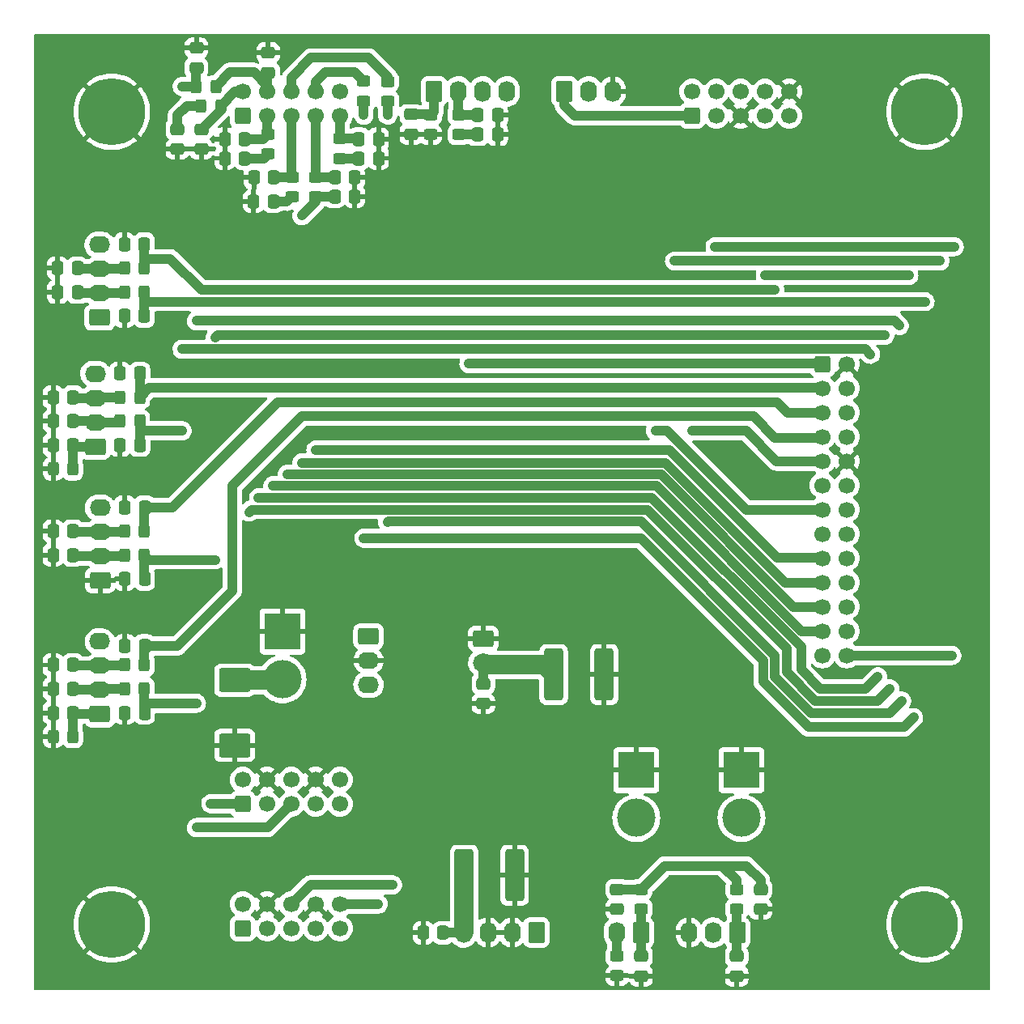
<source format=gbl>
G04 #@! TF.GenerationSoftware,KiCad,Pcbnew,7.0.1*
G04 #@! TF.CreationDate,2023-08-23T10:04:26+02:00*
G04 #@! TF.ProjectId,K_IO_brd,4b5f494f-5f62-4726-942e-6b696361645f,rev?*
G04 #@! TF.SameCoordinates,Original*
G04 #@! TF.FileFunction,Copper,L2,Bot*
G04 #@! TF.FilePolarity,Positive*
%FSLAX46Y46*%
G04 Gerber Fmt 4.6, Leading zero omitted, Abs format (unit mm)*
G04 Created by KiCad (PCBNEW 7.0.1) date 2023-08-23 10:04:26*
%MOMM*%
%LPD*%
G01*
G04 APERTURE LIST*
G04 Aperture macros list*
%AMRoundRect*
0 Rectangle with rounded corners*
0 $1 Rounding radius*
0 $2 $3 $4 $5 $6 $7 $8 $9 X,Y pos of 4 corners*
0 Add a 4 corners polygon primitive as box body*
4,1,4,$2,$3,$4,$5,$6,$7,$8,$9,$2,$3,0*
0 Add four circle primitives for the rounded corners*
1,1,$1+$1,$2,$3*
1,1,$1+$1,$4,$5*
1,1,$1+$1,$6,$7*
1,1,$1+$1,$8,$9*
0 Add four rect primitives between the rounded corners*
20,1,$1+$1,$2,$3,$4,$5,0*
20,1,$1+$1,$4,$5,$6,$7,0*
20,1,$1+$1,$6,$7,$8,$9,0*
20,1,$1+$1,$8,$9,$2,$3,0*%
G04 Aperture macros list end*
G04 #@! TA.AperFunction,ComponentPad*
%ADD10RoundRect,0.250000X0.600000X-0.600000X0.600000X0.600000X-0.600000X0.600000X-0.600000X-0.600000X0*%
G04 #@! TD*
G04 #@! TA.AperFunction,ComponentPad*
%ADD11C,1.700000*%
G04 #@! TD*
G04 #@! TA.AperFunction,ComponentPad*
%ADD12RoundRect,0.250000X-0.845000X0.620000X-0.845000X-0.620000X0.845000X-0.620000X0.845000X0.620000X0*%
G04 #@! TD*
G04 #@! TA.AperFunction,ComponentPad*
%ADD13O,2.190000X1.740000*%
G04 #@! TD*
G04 #@! TA.AperFunction,ComponentPad*
%ADD14C,0.800000*%
G04 #@! TD*
G04 #@! TA.AperFunction,ComponentPad*
%ADD15C,7.000000*%
G04 #@! TD*
G04 #@! TA.AperFunction,ComponentPad*
%ADD16R,3.800000X3.800000*%
G04 #@! TD*
G04 #@! TA.AperFunction,ComponentPad*
%ADD17C,4.000000*%
G04 #@! TD*
G04 #@! TA.AperFunction,ComponentPad*
%ADD18RoundRect,0.250000X0.845000X-0.620000X0.845000X0.620000X-0.845000X0.620000X-0.845000X-0.620000X0*%
G04 #@! TD*
G04 #@! TA.AperFunction,ComponentPad*
%ADD19RoundRect,0.250000X-0.600000X-0.600000X0.600000X-0.600000X0.600000X0.600000X-0.600000X0.600000X0*%
G04 #@! TD*
G04 #@! TA.AperFunction,ComponentPad*
%ADD20RoundRect,0.250000X0.620000X0.845000X-0.620000X0.845000X-0.620000X-0.845000X0.620000X-0.845000X0*%
G04 #@! TD*
G04 #@! TA.AperFunction,ComponentPad*
%ADD21O,1.740000X2.190000*%
G04 #@! TD*
G04 #@! TA.AperFunction,ComponentPad*
%ADD22RoundRect,0.250000X-0.620000X-0.845000X0.620000X-0.845000X0.620000X0.845000X-0.620000X0.845000X0*%
G04 #@! TD*
G04 #@! TA.AperFunction,SMDPad,CuDef*
%ADD23RoundRect,0.250000X0.337500X0.475000X-0.337500X0.475000X-0.337500X-0.475000X0.337500X-0.475000X0*%
G04 #@! TD*
G04 #@! TA.AperFunction,SMDPad,CuDef*
%ADD24RoundRect,0.250000X-0.325000X-0.450000X0.325000X-0.450000X0.325000X0.450000X-0.325000X0.450000X0*%
G04 #@! TD*
G04 #@! TA.AperFunction,SMDPad,CuDef*
%ADD25RoundRect,0.250000X0.325000X0.450000X-0.325000X0.450000X-0.325000X-0.450000X0.325000X-0.450000X0*%
G04 #@! TD*
G04 #@! TA.AperFunction,SMDPad,CuDef*
%ADD26RoundRect,0.250000X-0.337500X-0.475000X0.337500X-0.475000X0.337500X0.475000X-0.337500X0.475000X0*%
G04 #@! TD*
G04 #@! TA.AperFunction,SMDPad,CuDef*
%ADD27RoundRect,0.250000X0.450000X-0.325000X0.450000X0.325000X-0.450000X0.325000X-0.450000X-0.325000X0*%
G04 #@! TD*
G04 #@! TA.AperFunction,SMDPad,CuDef*
%ADD28RoundRect,0.249999X0.737501X2.450001X-0.737501X2.450001X-0.737501X-2.450001X0.737501X-2.450001X0*%
G04 #@! TD*
G04 #@! TA.AperFunction,SMDPad,CuDef*
%ADD29RoundRect,0.250000X-0.475000X0.337500X-0.475000X-0.337500X0.475000X-0.337500X0.475000X0.337500X0*%
G04 #@! TD*
G04 #@! TA.AperFunction,SMDPad,CuDef*
%ADD30RoundRect,0.250000X0.475000X-0.337500X0.475000X0.337500X-0.475000X0.337500X-0.475000X-0.337500X0*%
G04 #@! TD*
G04 #@! TA.AperFunction,SMDPad,CuDef*
%ADD31RoundRect,0.250000X-0.450000X0.325000X-0.450000X-0.325000X0.450000X-0.325000X0.450000X0.325000X0*%
G04 #@! TD*
G04 #@! TA.AperFunction,SMDPad,CuDef*
%ADD32RoundRect,0.250000X1.400000X1.000000X-1.400000X1.000000X-1.400000X-1.000000X1.400000X-1.000000X0*%
G04 #@! TD*
G04 #@! TA.AperFunction,ViaPad*
%ADD33C,0.800000*%
G04 #@! TD*
G04 #@! TA.AperFunction,Conductor*
%ADD34C,1.000000*%
G04 #@! TD*
G04 #@! TA.AperFunction,Conductor*
%ADD35C,2.000000*%
G04 #@! TD*
G04 APERTURE END LIST*
D10*
X131840000Y-140540000D03*
D11*
X131840000Y-138000000D03*
X134380000Y-140540000D03*
X134380000Y-138000000D03*
X136920000Y-140540000D03*
X136920000Y-138000000D03*
X139460000Y-140540000D03*
X139460000Y-138000000D03*
X142000000Y-140540000D03*
X142000000Y-138000000D03*
D12*
X145000000Y-123000000D03*
D13*
X145000000Y-125540000D03*
X145000000Y-128080000D03*
D14*
X115518845Y-153143845D03*
X116287690Y-151287690D03*
X116287690Y-155000000D03*
X118143845Y-150518845D03*
D15*
X118143845Y-153143845D03*
D14*
X118143845Y-155768845D03*
X120000000Y-151287690D03*
X120000000Y-155000000D03*
X120768845Y-153143845D03*
D16*
X184000000Y-137000000D03*
D17*
X184000000Y-142000000D03*
D18*
X116917500Y-117160000D03*
D13*
X116917500Y-114620000D03*
X116917500Y-112080000D03*
X116917500Y-109540000D03*
D19*
X192460000Y-94520000D03*
D11*
X195000000Y-94520000D03*
X192460000Y-97060000D03*
X195000000Y-97060000D03*
X192460000Y-99600000D03*
X195000000Y-99600000D03*
X192460000Y-102140000D03*
X195000000Y-102140000D03*
X192460000Y-104680000D03*
X195000000Y-104680000D03*
X192460000Y-107220000D03*
X195000000Y-107220000D03*
X192460000Y-109760000D03*
X195000000Y-109760000D03*
X192460000Y-112300000D03*
X195000000Y-112300000D03*
X192460000Y-114840000D03*
X195000000Y-114840000D03*
X192460000Y-117380000D03*
X195000000Y-117380000D03*
X192460000Y-119920000D03*
X195000000Y-119920000D03*
X192460000Y-122460000D03*
X195000000Y-122460000D03*
X192460000Y-125000000D03*
X195000000Y-125000000D03*
D14*
X200518845Y-68143845D03*
X201287690Y-66287690D03*
X201287690Y-70000000D03*
X203143845Y-65518845D03*
D15*
X203143845Y-68143845D03*
D14*
X203143845Y-70768845D03*
X205000000Y-66287690D03*
X205000000Y-70000000D03*
X205768845Y-68143845D03*
D18*
X116880000Y-89660000D03*
D13*
X116880000Y-87120000D03*
X116880000Y-84580000D03*
X116880000Y-82040000D03*
D16*
X136000000Y-122500000D03*
D17*
X136000000Y-127500000D03*
D16*
X173000000Y-137000000D03*
D17*
X173000000Y-142000000D03*
D20*
X162560000Y-153980000D03*
D21*
X160020000Y-153980000D03*
X157480000Y-153980000D03*
X154940000Y-153980000D03*
D10*
X131840000Y-153540000D03*
D11*
X131840000Y-151000000D03*
X134380000Y-153540000D03*
X134380000Y-151000000D03*
X136920000Y-153540000D03*
X136920000Y-151000000D03*
X139460000Y-153540000D03*
X139460000Y-151000000D03*
X142000000Y-153540000D03*
X142000000Y-151000000D03*
D14*
X200518845Y-153143845D03*
X201287690Y-151287690D03*
X201287690Y-155000000D03*
X203143845Y-150518845D03*
D15*
X203143845Y-153143845D03*
D14*
X203143845Y-155768845D03*
X205000000Y-151287690D03*
X205000000Y-155000000D03*
X205768845Y-153143845D03*
X115518845Y-68143845D03*
X116287690Y-66287690D03*
X116287690Y-70000000D03*
X118143845Y-65518845D03*
D15*
X118143845Y-68143845D03*
D14*
X118143845Y-70768845D03*
X120000000Y-66287690D03*
X120000000Y-70000000D03*
X120768845Y-68143845D03*
D10*
X131840000Y-68540000D03*
D11*
X131840000Y-66000000D03*
X134380000Y-68540000D03*
X134380000Y-66000000D03*
X136920000Y-68540000D03*
X136920000Y-66000000D03*
X139460000Y-68540000D03*
X139460000Y-66000000D03*
X142000000Y-68540000D03*
X142000000Y-66000000D03*
D22*
X165460000Y-66000000D03*
D21*
X168000000Y-66000000D03*
X170540000Y-66000000D03*
D12*
X157000000Y-123250000D03*
D13*
X157000000Y-125790000D03*
D10*
X178840000Y-68540000D03*
D11*
X178840000Y-66000000D03*
X181380000Y-68540000D03*
X181380000Y-66000000D03*
X183920000Y-68540000D03*
X183920000Y-66000000D03*
X186460000Y-68540000D03*
X186460000Y-66000000D03*
X189000000Y-68540000D03*
X189000000Y-66000000D03*
D18*
X116897500Y-131160000D03*
D13*
X116897500Y-128620000D03*
X116897500Y-126080000D03*
X116897500Y-123540000D03*
D20*
X173500000Y-154000000D03*
D21*
X170960000Y-154000000D03*
D20*
X183580000Y-154000000D03*
D21*
X181040000Y-154000000D03*
X178500000Y-154000000D03*
D22*
X151842500Y-66000000D03*
D21*
X154382500Y-66000000D03*
X156922500Y-66000000D03*
X159462500Y-66000000D03*
D18*
X116417500Y-103160000D03*
D13*
X116417500Y-100620000D03*
X116417500Y-98080000D03*
X116417500Y-95540000D03*
D23*
X114537500Y-87000000D03*
X112462500Y-87000000D03*
D24*
X112012500Y-133500000D03*
X114062500Y-133500000D03*
D25*
X121525000Y-84500000D03*
X119475000Y-84500000D03*
D26*
X141462500Y-77000000D03*
X143537500Y-77000000D03*
D27*
X154462500Y-70525000D03*
X154462500Y-68475000D03*
D23*
X114075000Y-126000000D03*
X112000000Y-126000000D03*
D28*
X160275000Y-148000000D03*
X155000000Y-148000000D03*
D23*
X114537500Y-84500000D03*
X112462500Y-84500000D03*
D26*
X143962500Y-73000000D03*
X146037500Y-73000000D03*
D23*
X132037500Y-71000000D03*
X129962500Y-71000000D03*
X121537500Y-89500000D03*
X119462500Y-89500000D03*
X114075000Y-98000000D03*
X112000000Y-98000000D03*
D29*
X173500000Y-156462500D03*
X173500000Y-158537500D03*
D25*
X121562500Y-112000000D03*
X119512500Y-112000000D03*
D23*
X121575000Y-109500000D03*
X119500000Y-109500000D03*
X121537500Y-82000000D03*
X119462500Y-82000000D03*
D26*
X143962500Y-71000000D03*
X146037500Y-71000000D03*
D23*
X135037500Y-77500000D03*
X132962500Y-77500000D03*
X121575000Y-124000000D03*
X119500000Y-124000000D03*
D30*
X134500000Y-64037500D03*
X134500000Y-61962500D03*
X157000000Y-130037500D03*
X157000000Y-127962500D03*
D25*
X121562500Y-114500000D03*
X119512500Y-114500000D03*
D23*
X114075000Y-128500000D03*
X112000000Y-128500000D03*
D25*
X129025000Y-65500000D03*
X126975000Y-65500000D03*
D23*
X121075000Y-95500000D03*
X119000000Y-95500000D03*
X114075000Y-114500000D03*
X112000000Y-114500000D03*
X121075000Y-103000000D03*
X119000000Y-103000000D03*
D27*
X137000000Y-77025000D03*
X137000000Y-74975000D03*
D29*
X186000000Y-149462500D03*
X186000000Y-151537500D03*
D23*
X121575000Y-117000000D03*
X119500000Y-117000000D03*
D26*
X141462500Y-75000000D03*
X143537500Y-75000000D03*
D31*
X147000000Y-64975000D03*
X147000000Y-67025000D03*
D28*
X169637500Y-127000000D03*
X164362500Y-127000000D03*
D29*
X125000000Y-69962500D03*
X125000000Y-72037500D03*
D25*
X121062500Y-100500000D03*
X119012500Y-100500000D03*
X121062500Y-98000000D03*
X119012500Y-98000000D03*
D30*
X127000000Y-63537500D03*
X127000000Y-61462500D03*
D27*
X142000000Y-73000000D03*
X142000000Y-70950000D03*
X151462500Y-70525000D03*
X151462500Y-68475000D03*
D23*
X114075000Y-112000000D03*
X112000000Y-112000000D03*
X114075000Y-100500000D03*
X112000000Y-100500000D03*
X135075000Y-75000000D03*
X133000000Y-75000000D03*
D26*
X150712500Y-154000000D03*
X152787500Y-154000000D03*
D31*
X183500000Y-149475000D03*
X183500000Y-151525000D03*
D25*
X121525000Y-87000000D03*
X119475000Y-87000000D03*
D31*
X144500000Y-64950000D03*
X144500000Y-67000000D03*
D27*
X171000000Y-158500000D03*
X171000000Y-156450000D03*
D24*
X112012500Y-105500000D03*
X114062500Y-105500000D03*
D31*
X173500000Y-149475000D03*
X173500000Y-151525000D03*
D23*
X132037500Y-73000000D03*
X129962500Y-73000000D03*
D27*
X134500000Y-72525000D03*
X134500000Y-70475000D03*
D30*
X149462500Y-70500000D03*
X149462500Y-68425000D03*
D27*
X139500000Y-77025000D03*
X139500000Y-74975000D03*
D25*
X121562500Y-126000000D03*
X119512500Y-126000000D03*
D23*
X121575000Y-131000000D03*
X119500000Y-131000000D03*
D29*
X127500000Y-69962500D03*
X127500000Y-72037500D03*
D26*
X156425000Y-70500000D03*
X158500000Y-70500000D03*
D29*
X171000000Y-149462500D03*
X171000000Y-151537500D03*
D25*
X129525000Y-67500000D03*
X127475000Y-67500000D03*
D26*
X112000000Y-103000000D03*
X114075000Y-103000000D03*
D29*
X183500000Y-156462500D03*
X183500000Y-158537500D03*
D32*
X131000000Y-127600000D03*
X131000000Y-134400000D03*
D26*
X156425000Y-68500000D03*
X158500000Y-68500000D03*
D25*
X121562500Y-128500000D03*
X119512500Y-128500000D03*
D26*
X112000000Y-131000000D03*
X114075000Y-131000000D03*
D33*
X180000000Y-62500000D03*
X155000000Y-62500000D03*
X183000000Y-85250000D03*
X155000000Y-136000000D03*
X157000000Y-134000000D03*
X170000000Y-102000000D03*
X159000000Y-134000000D03*
X190000000Y-62500000D03*
X135000000Y-115000000D03*
X160000000Y-80000000D03*
X160000000Y-102000000D03*
X170000000Y-62500000D03*
X125000000Y-75000000D03*
X170000000Y-115000000D03*
X155000000Y-134000000D03*
X199000000Y-113750000D03*
X150000000Y-80500000D03*
X195000000Y-135000000D03*
X155000000Y-102000000D03*
X165000000Y-102000000D03*
X201000000Y-112500000D03*
X159000000Y-138000000D03*
X157000000Y-136000000D03*
X205000000Y-135000000D03*
X195000000Y-150000000D03*
X165000000Y-62500000D03*
X189000000Y-107750000D03*
X175000000Y-120000000D03*
X170000000Y-80000000D03*
X157000000Y-138000000D03*
X125000000Y-155000000D03*
X150000000Y-102000000D03*
X195000000Y-145000000D03*
X120000000Y-135000000D03*
X115000000Y-75000000D03*
X201000000Y-115250000D03*
X165000000Y-80000000D03*
X145000000Y-115000000D03*
X184000000Y-104500000D03*
X125000000Y-140000000D03*
X150000000Y-62500000D03*
X175000000Y-62500000D03*
X159000000Y-136000000D03*
X150000000Y-115000000D03*
X185000000Y-130000000D03*
X185000000Y-62500000D03*
X155000000Y-115000000D03*
X165000000Y-115000000D03*
X125000000Y-145000000D03*
X195000000Y-140000000D03*
X200000000Y-75000000D03*
X120000000Y-75000000D03*
X195000000Y-155000000D03*
X195000000Y-75000000D03*
X200000000Y-135000000D03*
X205000000Y-75000000D03*
X160000000Y-115000000D03*
X155000000Y-138000000D03*
X125000000Y-135000000D03*
X160000000Y-62500000D03*
X140000000Y-115000000D03*
X180000000Y-125000000D03*
X125000000Y-150000000D03*
X144499999Y-68499999D03*
X144500000Y-112750000D03*
X202000000Y-131500000D03*
X200750000Y-129750000D03*
X147000000Y-111050500D03*
X147000000Y-68500000D03*
X199500000Y-128500000D03*
X125500000Y-65500000D03*
X132500000Y-110000000D03*
X126000001Y-67499999D03*
X198250000Y-127250000D03*
X133500001Y-108499999D03*
X135000000Y-107250000D03*
X134025002Y-73000000D03*
X136930495Y-76992000D03*
X136514068Y-106050500D03*
X138014068Y-104851000D03*
X138014068Y-79000000D03*
X143000000Y-73000000D03*
X139500001Y-103500000D03*
X184000000Y-147000000D03*
X155500000Y-94500000D03*
X155462500Y-70500000D03*
X127000000Y-90000000D03*
X127000000Y-130000000D03*
X200500001Y-90500001D03*
X197500001Y-93500001D03*
X125500000Y-92970000D03*
X125500000Y-101500000D03*
X128944588Y-91770500D03*
X199000000Y-91499999D03*
X129000000Y-115000000D03*
X203199500Y-88000000D03*
X187500000Y-86750000D03*
X178840000Y-101500000D03*
X201499999Y-85249999D03*
X186500000Y-85250000D03*
X175000000Y-101500000D03*
X204750000Y-83750000D03*
X177000001Y-83749999D03*
X206000000Y-125000000D03*
X181250000Y-82250000D03*
X206249999Y-82249999D03*
X128500000Y-140500000D03*
X127000000Y-143000000D03*
X147500000Y-149000000D03*
X146000000Y-151000000D03*
D34*
X142000000Y-68540000D02*
X142000000Y-70950000D01*
X142000000Y-70950000D02*
X143912500Y-70950000D01*
X143912500Y-70950000D02*
X143962500Y-71000000D01*
X139460000Y-68540000D02*
X139460000Y-74935000D01*
X139460000Y-74935000D02*
X139500000Y-74975000D01*
X139500000Y-74975000D02*
X141437500Y-74975000D01*
X141437500Y-74975000D02*
X141462500Y-75000000D01*
X136920000Y-68540000D02*
X136920000Y-74895000D01*
X137000000Y-74975000D02*
X135100000Y-74975000D01*
X135100000Y-74975000D02*
X135075000Y-75000000D01*
X136920000Y-74895000D02*
X137000000Y-74975000D01*
X134380000Y-68540000D02*
X134380000Y-70355000D01*
X132037500Y-71000000D02*
X133975000Y-71000000D01*
X134380000Y-70355000D02*
X134500000Y-70475000D01*
X133975000Y-71000000D02*
X134500000Y-70475000D01*
X139460000Y-66000000D02*
X139460000Y-65020000D01*
X140480000Y-64000000D02*
X143550000Y-64000000D01*
X143550000Y-64000000D02*
X144500000Y-64950000D01*
X139460000Y-65020000D02*
X140480000Y-64000000D01*
X139000000Y-62500000D02*
X145000000Y-62500000D01*
X145000000Y-62500000D02*
X147000000Y-64500000D01*
X147000000Y-64500000D02*
X147000000Y-64975000D01*
X136920000Y-64580000D02*
X139000000Y-62500000D01*
X136920000Y-66000000D02*
X136920000Y-64580000D01*
X134380000Y-66000000D02*
X134380000Y-64157500D01*
X129025000Y-65475000D02*
X130500000Y-64000000D01*
X130500000Y-64000000D02*
X133000000Y-64000000D01*
X133000000Y-64000000D02*
X134380000Y-65380000D01*
X134380000Y-65380000D02*
X134380000Y-66000000D01*
X129025000Y-65500000D02*
X129025000Y-65475000D01*
X134380000Y-64157500D02*
X134500000Y-64037500D01*
X127500000Y-69962500D02*
X129525000Y-67937500D01*
X131840000Y-66000000D02*
X131025000Y-66000000D01*
X129525000Y-67937500D02*
X129525000Y-67500000D01*
X131025000Y-66000000D02*
X129525000Y-67500000D01*
X191000000Y-132500000D02*
X186250000Y-127750000D01*
X144500000Y-67000000D02*
X144500000Y-68499998D01*
X186250000Y-125500000D02*
X173500000Y-112750000D01*
X173500000Y-112750000D02*
X144500000Y-112750000D01*
X186250000Y-127750000D02*
X186250000Y-125500000D01*
X202000000Y-131500000D02*
X201000000Y-132500000D01*
X144500000Y-68499998D02*
X144499999Y-68499999D01*
X201000000Y-132500000D02*
X191000000Y-132500000D01*
X191250000Y-131000000D02*
X187500000Y-127250000D01*
X147000000Y-67025000D02*
X147000000Y-68500000D01*
X187500000Y-125000000D02*
X173500000Y-111000000D01*
X147050500Y-111000000D02*
X147000000Y-111050500D01*
X199500000Y-131000000D02*
X191250000Y-131000000D01*
X200750000Y-129750000D02*
X199500000Y-131000000D01*
X173500000Y-111000000D02*
X147050500Y-111000000D01*
X187500000Y-127250000D02*
X187500000Y-125000000D01*
X126975000Y-65500000D02*
X126975000Y-63562500D01*
X126975000Y-63562500D02*
X127000000Y-63537500D01*
X174196350Y-109750000D02*
X188750000Y-124303650D01*
X132750000Y-109750000D02*
X174196350Y-109750000D01*
X126975000Y-65500000D02*
X125500000Y-65500000D01*
X188750000Y-124303650D02*
X188750000Y-126750000D01*
X188750000Y-126750000D02*
X191750000Y-129750000D01*
X191750000Y-129750000D02*
X198250000Y-129750000D01*
X198250000Y-129750000D02*
X199500000Y-128500000D01*
X132500000Y-110000000D02*
X132750000Y-109750000D01*
X192250000Y-128500000D02*
X197000000Y-128500000D01*
X126000002Y-67500000D02*
X126000001Y-67499999D01*
X125000000Y-69962500D02*
X125000000Y-68500000D01*
X190250000Y-124107300D02*
X190250000Y-126500000D01*
X133500001Y-108499999D02*
X174642700Y-108500000D01*
X127475000Y-67500000D02*
X126000002Y-67500000D01*
X125000000Y-68500000D02*
X126000001Y-67499999D01*
X190250000Y-126500000D02*
X192250000Y-128500000D01*
X174642700Y-108500000D02*
X190250000Y-124107300D01*
X197000000Y-128500000D02*
X198250000Y-127250000D01*
X132037500Y-73000000D02*
X134025000Y-73000000D01*
X175089050Y-107250000D02*
X135000000Y-107250000D01*
X192460000Y-122460000D02*
X190299050Y-122460000D01*
X190299050Y-122460000D02*
X175089050Y-107250000D01*
X134025000Y-73000000D02*
X134500000Y-72525000D01*
X189455400Y-119920000D02*
X175585899Y-106050499D01*
X137000000Y-77025000D02*
X136967000Y-76992000D01*
X175585899Y-106050499D02*
X136514068Y-106050500D01*
X136967000Y-76992000D02*
X136930495Y-76992000D01*
X135037500Y-77500000D02*
X136422495Y-77500000D01*
X192460000Y-119920000D02*
X189455400Y-119920000D01*
X136422495Y-77500000D02*
X136930495Y-76992000D01*
X139500000Y-77025000D02*
X139500000Y-77514068D01*
X139500000Y-77025000D02*
X141437500Y-77025000D01*
X141437500Y-77025000D02*
X141462500Y-77000000D01*
X192460000Y-117380000D02*
X188611750Y-117380000D01*
X176082748Y-104850998D02*
X138014068Y-104851000D01*
X139500000Y-77514068D02*
X138014068Y-79000000D01*
X188611750Y-117380000D02*
X176082748Y-104850998D01*
X192160000Y-114840000D02*
X192070000Y-114750000D01*
X142000000Y-73000000D02*
X143962500Y-73000000D01*
X192070000Y-114750000D02*
X187750000Y-114750000D01*
X187750000Y-114750000D02*
X176500000Y-103500000D01*
X176500000Y-103500000D02*
X139500001Y-103500000D01*
X183500000Y-148500000D02*
X183500000Y-149475000D01*
X182000000Y-147000000D02*
X183500000Y-148500000D01*
X183000000Y-147000000D02*
X184500000Y-147000000D01*
X172500000Y-149475000D02*
X171012500Y-149475000D01*
X175975000Y-147000000D02*
X173500000Y-149475000D01*
X186000000Y-148500000D02*
X186000000Y-149462500D01*
X184500000Y-147000000D02*
X186000000Y-148500000D01*
X183000000Y-147000000D02*
X182000000Y-147000000D01*
X182000000Y-147000000D02*
X175975000Y-147000000D01*
X173500000Y-149475000D02*
X172500000Y-149475000D01*
X171012500Y-149475000D02*
X171000000Y-149462500D01*
X184000000Y-147000000D02*
X183000000Y-147000000D01*
X183500000Y-154080000D02*
X183580000Y-154000000D01*
X183500000Y-153920000D02*
X183580000Y-154000000D01*
X183500000Y-156462500D02*
X183500000Y-154080000D01*
X183500000Y-151525000D02*
X183500000Y-153920000D01*
X173500000Y-154000000D02*
X173500000Y-156462500D01*
X173500000Y-154000000D02*
X173500000Y-151525000D01*
X149462500Y-68425000D02*
X151412500Y-68425000D01*
X151842500Y-66000000D02*
X151842500Y-68095000D01*
X151842500Y-68095000D02*
X151462500Y-68475000D01*
X151412500Y-68425000D02*
X151462500Y-68475000D01*
X192440000Y-94500000D02*
X155500000Y-94500000D01*
X192460000Y-94520000D02*
X192440000Y-94500000D01*
X155462500Y-70500000D02*
X154487500Y-70500000D01*
X154487500Y-70500000D02*
X154462500Y-70525000D01*
X156425000Y-70500000D02*
X155462500Y-70500000D01*
X154382500Y-68395000D02*
X154462500Y-68475000D01*
X154487500Y-68500000D02*
X154462500Y-68475000D01*
X156425000Y-68500000D02*
X154487500Y-68500000D01*
X154382500Y-66000000D02*
X154382500Y-68395000D01*
X114075000Y-131000000D02*
X114075000Y-133487500D01*
X114235000Y-131160000D02*
X114075000Y-131000000D01*
X116897500Y-131160000D02*
X114235000Y-131160000D01*
X114075000Y-133487500D02*
X114062500Y-133500000D01*
X121562500Y-124012500D02*
X121575000Y-124000000D01*
X125000000Y-124000000D02*
X121575000Y-124000000D01*
X121562500Y-126000000D02*
X121562500Y-124012500D01*
X130750000Y-118250000D02*
X125000000Y-124000000D01*
X187500000Y-102250000D02*
X185250000Y-100000000D01*
X192350000Y-102250000D02*
X187500000Y-102250000D01*
X138000000Y-100000000D02*
X130750000Y-107250000D01*
X192460000Y-102140000D02*
X192350000Y-102250000D01*
X185250000Y-100000000D02*
X138000000Y-100000000D01*
X130750000Y-107250000D02*
X130750000Y-118250000D01*
X119432500Y-126080000D02*
X119512500Y-126000000D01*
X116897500Y-126080000D02*
X114155000Y-126080000D01*
X116897500Y-126080000D02*
X119432500Y-126080000D01*
X114155000Y-126080000D02*
X114075000Y-126000000D01*
X121562500Y-128500000D02*
X121562500Y-130000000D01*
X121562500Y-130000000D02*
X121562500Y-130987500D01*
X127000000Y-90000000D02*
X200000000Y-90000000D01*
X200000000Y-90000000D02*
X200500001Y-90500001D01*
X121562500Y-130987500D02*
X121575000Y-131000000D01*
X127000000Y-130000000D02*
X121562500Y-130000000D01*
X119512500Y-128500000D02*
X117017500Y-128500000D01*
X114195000Y-128620000D02*
X114075000Y-128500000D01*
X117017500Y-128500000D02*
X116897500Y-128620000D01*
X116897500Y-128620000D02*
X114195000Y-128620000D01*
X196970000Y-92970000D02*
X197500001Y-93500001D01*
X121062500Y-102987500D02*
X121075000Y-103000000D01*
X121062500Y-100500000D02*
X121062500Y-101500000D01*
X125500000Y-92970000D02*
X196970000Y-92970000D01*
X121062500Y-101500000D02*
X125500000Y-101500000D01*
X121062500Y-101500000D02*
X121062500Y-102987500D01*
X116417500Y-100620000D02*
X118892500Y-100620000D01*
X116297500Y-100500000D02*
X114075000Y-100500000D01*
X118892500Y-100620000D02*
X119012500Y-100500000D01*
X116417500Y-100620000D02*
X116297500Y-100500000D01*
X192400000Y-97000000D02*
X192460000Y-97060000D01*
X121075000Y-97987500D02*
X121062500Y-98000000D01*
X121075000Y-95500000D02*
X121075000Y-97987500D01*
X122062500Y-97000000D02*
X192400000Y-97000000D01*
X121062500Y-98000000D02*
X122062500Y-97000000D01*
X119012500Y-98000000D02*
X116497500Y-98000000D01*
X116417500Y-98080000D02*
X114155000Y-98080000D01*
X114155000Y-98080000D02*
X114075000Y-98000000D01*
X116497500Y-98000000D02*
X116417500Y-98080000D01*
X114075000Y-103000000D02*
X114075000Y-105487500D01*
X114075000Y-105487500D02*
X114062500Y-105500000D01*
X116417500Y-103160000D02*
X114235000Y-103160000D01*
X114235000Y-103160000D02*
X114075000Y-103000000D01*
X129215089Y-91499999D02*
X199000000Y-91499999D01*
X121562500Y-114500000D02*
X121562500Y-116987500D01*
X128944588Y-91770500D02*
X129215089Y-91499999D01*
X121562500Y-116987500D02*
X121575000Y-117000000D01*
X121562500Y-114500000D02*
X121562500Y-114437500D01*
X121562500Y-114500000D02*
X122062500Y-115000000D01*
X122062500Y-115000000D02*
X129000000Y-115000000D01*
X119392500Y-114620000D02*
X119512500Y-114500000D01*
X116917500Y-114620000D02*
X114195000Y-114620000D01*
X114195000Y-114620000D02*
X114075000Y-114500000D01*
X116917500Y-114620000D02*
X119392500Y-114620000D01*
X135500000Y-98500000D02*
X187750000Y-98500000D01*
X188850000Y-99600000D02*
X192460000Y-99600000D01*
X121562500Y-112000000D02*
X121562500Y-109512500D01*
X187750000Y-98500000D02*
X188850000Y-99600000D01*
X121562500Y-109512500D02*
X121575000Y-109500000D01*
X124500000Y-109500000D02*
X135500000Y-98500000D01*
X121575000Y-109500000D02*
X124500000Y-109500000D01*
X116917500Y-112080000D02*
X114155000Y-112080000D01*
X119432500Y-112080000D02*
X119512500Y-112000000D01*
X116917500Y-112080000D02*
X119432500Y-112080000D01*
X114155000Y-112080000D02*
X114075000Y-112000000D01*
X121525000Y-88000000D02*
X203199500Y-88000000D01*
X121525000Y-87000000D02*
X121525000Y-88000000D01*
X121525000Y-88000000D02*
X121525000Y-89487500D01*
X121525000Y-89487500D02*
X121537500Y-89500000D01*
X119355000Y-87120000D02*
X119475000Y-87000000D01*
X114657500Y-87120000D02*
X114537500Y-87000000D01*
X116880000Y-87120000D02*
X114657500Y-87120000D01*
X116880000Y-87120000D02*
X119355000Y-87120000D01*
X124250000Y-83500000D02*
X127500000Y-86750000D01*
X127500000Y-86750000D02*
X187500000Y-86750000D01*
X121525000Y-83500000D02*
X121525000Y-82012500D01*
X121525000Y-84500000D02*
X121525000Y-83500000D01*
X121525000Y-83500000D02*
X124250000Y-83500000D01*
X121525000Y-82012500D02*
X121537500Y-82000000D01*
X114617500Y-84580000D02*
X114537500Y-84500000D01*
X119395000Y-84580000D02*
X119475000Y-84500000D01*
X116880000Y-84580000D02*
X119395000Y-84580000D01*
X116880000Y-84580000D02*
X114617500Y-84580000D01*
X170960000Y-156410000D02*
X171000000Y-156450000D01*
X170960000Y-154000000D02*
X170960000Y-156410000D01*
X192460000Y-104680000D02*
X187680000Y-104680000D01*
X178840000Y-68540000D02*
X166540000Y-68540000D01*
X165460000Y-67460000D02*
X165460000Y-66000000D01*
X184500000Y-101500000D02*
X178840000Y-101500000D01*
X187680000Y-104680000D02*
X184500000Y-101500000D01*
X166540000Y-68540000D02*
X165460000Y-67460000D01*
X201499998Y-85250000D02*
X201499999Y-85249999D01*
X186500000Y-85250000D02*
X201499998Y-85250000D01*
X192460000Y-109760000D02*
X184510000Y-109760000D01*
X176250000Y-101500000D02*
X175000000Y-101500000D01*
X184510000Y-109760000D02*
X176250000Y-101500000D01*
X204749999Y-83749999D02*
X204750000Y-83750000D01*
X177000001Y-83749999D02*
X204749999Y-83749999D01*
X206249998Y-82250000D02*
X206249999Y-82249999D01*
X195000000Y-125000000D02*
X206000000Y-125000000D01*
X181250000Y-82250000D02*
X206249998Y-82250000D01*
X128500000Y-140500000D02*
X131800000Y-140500000D01*
X131800000Y-140500000D02*
X131840000Y-140540000D01*
X127000000Y-143000000D02*
X134460000Y-143000000D01*
X134460000Y-143000000D02*
X136920000Y-140540000D01*
X136920000Y-151000000D02*
X138920000Y-149000000D01*
X138920000Y-149000000D02*
X147500000Y-149000000D01*
X142000000Y-151000000D02*
X146000000Y-151000000D01*
X142000000Y-151000000D02*
X143500000Y-151000000D01*
D35*
X155000000Y-148000000D02*
X155000000Y-153920000D01*
D34*
X152787500Y-154000000D02*
X154920000Y-154000000D01*
X154920000Y-154000000D02*
X154940000Y-153980000D01*
D35*
X155000000Y-153920000D02*
X154940000Y-153980000D01*
D34*
X157000000Y-125790000D02*
X157000000Y-127962500D01*
D35*
X164362500Y-127000000D02*
X163362500Y-126000000D01*
X163362500Y-126000000D02*
X157210000Y-126000000D01*
X157210000Y-126000000D02*
X157000000Y-125790000D01*
X135900000Y-127600000D02*
X136000000Y-127500000D01*
X131000000Y-127600000D02*
X135900000Y-127600000D01*
G04 #@! TA.AperFunction,Conductor*
G36*
X139547680Y-150734128D02*
G01*
X140574925Y-151761373D01*
X140628119Y-151685405D01*
X140672437Y-151646539D01*
X140729694Y-151632528D01*
X140786951Y-151646539D01*
X140831267Y-151685402D01*
X140961505Y-151871401D01*
X141128599Y-152038495D01*
X141314160Y-152168426D01*
X141353024Y-152212743D01*
X141367035Y-152270000D01*
X141353024Y-152327257D01*
X141314158Y-152371575D01*
X141131980Y-152499138D01*
X141128595Y-152501508D01*
X140961505Y-152668598D01*
X140831575Y-152854159D01*
X140787257Y-152893025D01*
X140730000Y-152907036D01*
X140672743Y-152893025D01*
X140628425Y-152854159D01*
X140580000Y-152785001D01*
X140498495Y-152668599D01*
X140331401Y-152501505D01*
X140145402Y-152371267D01*
X140106539Y-152326951D01*
X140092528Y-152269694D01*
X140106539Y-152212437D01*
X140145405Y-152168119D01*
X140221373Y-152114925D01*
X139460000Y-151353553D01*
X138698625Y-152114925D01*
X138774594Y-152168119D01*
X138813460Y-152212437D01*
X138827471Y-152269694D01*
X138813461Y-152326950D01*
X138774595Y-152371269D01*
X138675985Y-152440317D01*
X138591980Y-152499138D01*
X138588595Y-152501508D01*
X138421505Y-152668598D01*
X138291575Y-152854159D01*
X138247257Y-152893025D01*
X138190000Y-152907036D01*
X138132743Y-152893025D01*
X138088425Y-152854159D01*
X138040000Y-152785001D01*
X137958495Y-152668599D01*
X137791401Y-152501505D01*
X137605839Y-152371573D01*
X137566975Y-152327257D01*
X137552964Y-152270000D01*
X137566975Y-152212743D01*
X137605839Y-152168426D01*
X137791401Y-152038495D01*
X137958495Y-151871401D01*
X138088732Y-151685402D01*
X138133048Y-151646539D01*
X138190305Y-151632528D01*
X138247562Y-151646539D01*
X138291880Y-151685405D01*
X138345073Y-151761373D01*
X139372318Y-150734128D01*
X139427905Y-150702034D01*
X139492093Y-150702034D01*
X139547680Y-150734128D01*
G37*
G04 #@! TD.AperFunction*
G04 #@! TA.AperFunction,Conductor*
G36*
X173990251Y-101013172D02*
G01*
X174033698Y-101048599D01*
X174057104Y-101099539D01*
X174055684Y-101155579D01*
X174005937Y-101347715D01*
X174005937Y-101347716D01*
X173995630Y-101550937D01*
X174026443Y-101752071D01*
X174097113Y-101942886D01*
X174204745Y-102115568D01*
X174204748Y-102115571D01*
X174344941Y-102263053D01*
X174360276Y-102273727D01*
X174400766Y-102320891D01*
X174413279Y-102381781D01*
X174394670Y-102441092D01*
X174349615Y-102483919D01*
X174289438Y-102499500D01*
X139449259Y-102499500D01*
X139388580Y-102505670D01*
X139297560Y-102514926D01*
X139103413Y-102575841D01*
X138925501Y-102674589D01*
X138771105Y-102807135D01*
X138646552Y-102968042D01*
X138556941Y-103150727D01*
X138505938Y-103347716D01*
X138495631Y-103550937D01*
X138519650Y-103707722D01*
X138516296Y-103760611D01*
X138491166Y-103807269D01*
X138448851Y-103839174D01*
X138397080Y-103850499D01*
X137963327Y-103850499D01*
X137811627Y-103865926D01*
X137617480Y-103926841D01*
X137439568Y-104025589D01*
X137285172Y-104158135D01*
X137160619Y-104319042D01*
X137071008Y-104501727D01*
X137059828Y-104544907D01*
X137024851Y-104680001D01*
X137020005Y-104698716D01*
X137009699Y-104901938D01*
X137010509Y-104907223D01*
X137007154Y-104960112D01*
X136982025Y-105006770D01*
X136939710Y-105038674D01*
X136887939Y-105049999D01*
X136463327Y-105049999D01*
X136311627Y-105065426D01*
X136117480Y-105126341D01*
X135939568Y-105225089D01*
X135785172Y-105357635D01*
X135660619Y-105518542D01*
X135571008Y-105701227D01*
X135537006Y-105832552D01*
X135532897Y-105848425D01*
X135520005Y-105898216D01*
X135509698Y-106101440D01*
X135510508Y-106106725D01*
X135507153Y-106159614D01*
X135482023Y-106206271D01*
X135439709Y-106238176D01*
X135387938Y-106249500D01*
X134949258Y-106249500D01*
X134888579Y-106255670D01*
X134797559Y-106264926D01*
X134603412Y-106325841D01*
X134425500Y-106424589D01*
X134425497Y-106424591D01*
X134425498Y-106424591D01*
X134287905Y-106542712D01*
X134271104Y-106557135D01*
X134146551Y-106718042D01*
X134056940Y-106900727D01*
X134055523Y-106906201D01*
X134012445Y-107072582D01*
X134005937Y-107097716D01*
X133995631Y-107300938D01*
X134004177Y-107356723D01*
X134000822Y-107409612D01*
X133975693Y-107456270D01*
X133933378Y-107488175D01*
X133881607Y-107499499D01*
X133449259Y-107499499D01*
X133388580Y-107505669D01*
X133297560Y-107514925D01*
X133103413Y-107575840D01*
X132925501Y-107674588D01*
X132771105Y-107807134D01*
X132646552Y-107968041D01*
X132556941Y-108150726D01*
X132529038Y-108258495D01*
X132508141Y-108339208D01*
X132505938Y-108347715D01*
X132495631Y-108550936D01*
X132512949Y-108663978D01*
X132509001Y-108718877D01*
X132481682Y-108766659D01*
X132436373Y-108797909D01*
X132418567Y-108805021D01*
X132409698Y-108808179D01*
X132353410Y-108825841D01*
X132326809Y-108840605D01*
X132312639Y-108847335D01*
X132284385Y-108858622D01*
X132235121Y-108891087D01*
X132227070Y-108895964D01*
X132175498Y-108924590D01*
X132152414Y-108944407D01*
X132139887Y-108953853D01*
X132114481Y-108970598D01*
X132072776Y-109012302D01*
X132065869Y-109018702D01*
X132021107Y-109057130D01*
X132002482Y-109081191D01*
X131992112Y-109092965D01*
X131962183Y-109122895D01*
X131912820Y-109153145D01*
X131855103Y-109157689D01*
X131801615Y-109135534D01*
X131764015Y-109091510D01*
X131750500Y-109035215D01*
X131750500Y-107715783D01*
X131759939Y-107668330D01*
X131786819Y-107628102D01*
X138378102Y-101036819D01*
X138418330Y-101009939D01*
X138465783Y-101000500D01*
X173935642Y-101000500D01*
X173990251Y-101013172D01*
G37*
G04 #@! TD.AperFunction*
G04 #@! TA.AperFunction,Conductor*
G36*
X184081670Y-102509939D02*
G01*
X184121898Y-102536819D01*
X186962431Y-105377351D01*
X186964624Y-105379600D01*
X187024942Y-105443054D01*
X187073362Y-105476755D01*
X187080871Y-105482416D01*
X187126593Y-105519698D01*
X187153562Y-105533785D01*
X187166982Y-105541916D01*
X187191949Y-105559294D01*
X187246163Y-105582559D01*
X187254673Y-105586601D01*
X187306951Y-105613909D01*
X187336200Y-105622277D01*
X187350970Y-105627535D01*
X187378942Y-105639540D01*
X187378945Y-105639540D01*
X187378946Y-105639541D01*
X187436726Y-105651414D01*
X187445869Y-105653657D01*
X187502582Y-105669886D01*
X187532920Y-105672196D01*
X187548448Y-105674373D01*
X187578259Y-105680500D01*
X187637244Y-105680500D01*
X187646659Y-105680858D01*
X187650806Y-105681173D01*
X187705476Y-105685337D01*
X187732278Y-105681923D01*
X187735652Y-105681494D01*
X187751317Y-105680500D01*
X191499242Y-105680500D01*
X191546695Y-105689939D01*
X191586923Y-105716819D01*
X191588599Y-105718495D01*
X191774160Y-105848426D01*
X191813024Y-105892743D01*
X191827035Y-105950000D01*
X191813024Y-106007257D01*
X191774159Y-106051575D01*
X191588595Y-106181508D01*
X191421505Y-106348598D01*
X191285965Y-106542170D01*
X191186097Y-106756336D01*
X191124936Y-106984592D01*
X191104340Y-107220000D01*
X191124936Y-107455407D01*
X191140884Y-107514925D01*
X191186097Y-107683663D01*
X191285965Y-107897830D01*
X191421505Y-108091401D01*
X191588599Y-108258495D01*
X191774160Y-108388426D01*
X191813024Y-108432743D01*
X191827035Y-108490000D01*
X191813024Y-108547257D01*
X191774158Y-108591575D01*
X191593301Y-108718213D01*
X191588595Y-108721508D01*
X191586923Y-108723181D01*
X191546695Y-108750061D01*
X191499242Y-108759500D01*
X184975783Y-108759500D01*
X184928330Y-108750061D01*
X184888102Y-108723181D01*
X178877102Y-102712181D01*
X178846852Y-102662818D01*
X178842310Y-102605102D01*
X178864465Y-102551615D01*
X178908488Y-102514015D01*
X178964783Y-102500500D01*
X184034217Y-102500500D01*
X184081670Y-102509939D01*
G37*
G04 #@! TD.AperFunction*
G04 #@! TA.AperFunction,Conductor*
G36*
X209937500Y-60017113D02*
G01*
X209982887Y-60062500D01*
X209999500Y-60124500D01*
X209999500Y-159875500D01*
X209982887Y-159937500D01*
X209937500Y-159982887D01*
X209875500Y-159999500D01*
X110124500Y-159999500D01*
X110062500Y-159982887D01*
X110017113Y-159937500D01*
X110000500Y-159875500D01*
X110000500Y-158750000D01*
X169800001Y-158750000D01*
X169800001Y-158874979D01*
X169810493Y-158977695D01*
X169865642Y-159144122D01*
X169957683Y-159293345D01*
X170081654Y-159417316D01*
X170230877Y-159509357D01*
X170397303Y-159564506D01*
X170500021Y-159575000D01*
X170750000Y-159575000D01*
X170750000Y-158750000D01*
X171250000Y-158750000D01*
X171250000Y-159574999D01*
X171499979Y-159574999D01*
X171602695Y-159564506D01*
X171769122Y-159509357D01*
X171918345Y-159417316D01*
X172042316Y-159293345D01*
X172118171Y-159170364D01*
X172169676Y-159123852D01*
X172238106Y-159112298D01*
X172302026Y-159139322D01*
X172331819Y-159182536D01*
X172333034Y-159181787D01*
X172432683Y-159343345D01*
X172556654Y-159467316D01*
X172705877Y-159559357D01*
X172872303Y-159614506D01*
X172975021Y-159625000D01*
X173250000Y-159625000D01*
X173250000Y-158787500D01*
X173750000Y-158787500D01*
X173750000Y-159624999D01*
X174024979Y-159624999D01*
X174127695Y-159614506D01*
X174294122Y-159559357D01*
X174443345Y-159467316D01*
X174567316Y-159343345D01*
X174659357Y-159194122D01*
X174714506Y-159027696D01*
X174725000Y-158924979D01*
X174725000Y-158787500D01*
X182275001Y-158787500D01*
X182275001Y-158924979D01*
X182285493Y-159027695D01*
X182340642Y-159194122D01*
X182432683Y-159343345D01*
X182556654Y-159467316D01*
X182705877Y-159559357D01*
X182872303Y-159614506D01*
X182975021Y-159625000D01*
X183250000Y-159625000D01*
X183250000Y-158787500D01*
X183750000Y-158787500D01*
X183750000Y-159624999D01*
X184024979Y-159624999D01*
X184127695Y-159614506D01*
X184294122Y-159559357D01*
X184443345Y-159467316D01*
X184567316Y-159343345D01*
X184659357Y-159194122D01*
X184714506Y-159027696D01*
X184725000Y-158924979D01*
X184725000Y-158787500D01*
X183750000Y-158787500D01*
X183250000Y-158787500D01*
X182275001Y-158787500D01*
X174725000Y-158787500D01*
X173750000Y-158787500D01*
X173250000Y-158787500D01*
X172288862Y-158787500D01*
X172241409Y-158778061D01*
X172201181Y-158751181D01*
X172200000Y-158750000D01*
X171250000Y-158750000D01*
X170750000Y-158750000D01*
X169800001Y-158750000D01*
X110000500Y-158750000D01*
X110000500Y-156143775D01*
X115497467Y-156143775D01*
X115603208Y-156239612D01*
X115918888Y-156473737D01*
X116255978Y-156675781D01*
X116611270Y-156843822D01*
X116981303Y-156976222D01*
X117362541Y-157071716D01*
X117751302Y-157129384D01*
X118143844Y-157148669D01*
X118536387Y-157129384D01*
X118925148Y-157071716D01*
X119306386Y-156976222D01*
X119676419Y-156843822D01*
X120031711Y-156675781D01*
X120368801Y-156473737D01*
X120684476Y-156239616D01*
X120790221Y-156143774D01*
X118143845Y-153497398D01*
X115497467Y-156143774D01*
X115497467Y-156143775D01*
X110000500Y-156143775D01*
X110000500Y-153143844D01*
X114139020Y-153143844D01*
X114158305Y-153536387D01*
X114215973Y-153925148D01*
X114311467Y-154306386D01*
X114443867Y-154676419D01*
X114611908Y-155031711D01*
X114813952Y-155368801D01*
X115048077Y-155684481D01*
X115143913Y-155790221D01*
X115143914Y-155790221D01*
X117790292Y-153143846D01*
X118497398Y-153143846D01*
X121143774Y-155790221D01*
X121239616Y-155684476D01*
X121473737Y-155368801D01*
X121675781Y-155031711D01*
X121843822Y-154676419D01*
X121976222Y-154306386D01*
X122071716Y-153925148D01*
X122129384Y-153536387D01*
X122148669Y-153143844D01*
X122129384Y-152751302D01*
X122071716Y-152362541D01*
X121976222Y-151981303D01*
X121843822Y-151611270D01*
X121675781Y-151255978D01*
X121522353Y-150999999D01*
X130484340Y-150999999D01*
X130504936Y-151235407D01*
X130523346Y-151304113D01*
X130566097Y-151463663D01*
X130665965Y-151677830D01*
X130801505Y-151871401D01*
X130801508Y-151871404D01*
X130976270Y-152046166D01*
X130973692Y-152048743D01*
X131003754Y-152085664D01*
X131012574Y-152152742D01*
X130984871Y-152214465D01*
X130928892Y-152252460D01*
X130920666Y-152255185D01*
X130771342Y-152347288D01*
X130647288Y-152471342D01*
X130555186Y-152620665D01*
X130500000Y-152787202D01*
X130489500Y-152889990D01*
X130489500Y-154190008D01*
X130500000Y-154292796D01*
X130555186Y-154459334D01*
X130647288Y-154608657D01*
X130771342Y-154732711D01*
X130771344Y-154732712D01*
X130920666Y-154824814D01*
X131032016Y-154861712D01*
X131087202Y-154879999D01*
X131097703Y-154881071D01*
X131189991Y-154890500D01*
X132490008Y-154890499D01*
X132592797Y-154879999D01*
X132759334Y-154824814D01*
X132908656Y-154732712D01*
X133032712Y-154608656D01*
X133124814Y-154459334D01*
X133127538Y-154451111D01*
X133165526Y-154395135D01*
X133227244Y-154367427D01*
X133294320Y-154376239D01*
X133331258Y-154406305D01*
X133333834Y-154403730D01*
X133341505Y-154411401D01*
X133508599Y-154578495D01*
X133702170Y-154714035D01*
X133916337Y-154813903D01*
X134127678Y-154870531D01*
X134144592Y-154875063D01*
X134379999Y-154895659D01*
X134379999Y-154895658D01*
X134380000Y-154895659D01*
X134615408Y-154875063D01*
X134843663Y-154813903D01*
X135057830Y-154714035D01*
X135251401Y-154578495D01*
X135418495Y-154411401D01*
X135548426Y-154225839D01*
X135592743Y-154186975D01*
X135650000Y-154172964D01*
X135707257Y-154186975D01*
X135751573Y-154225839D01*
X135881505Y-154411401D01*
X136048599Y-154578495D01*
X136242170Y-154714035D01*
X136456337Y-154813903D01*
X136667678Y-154870531D01*
X136684592Y-154875063D01*
X136919999Y-154895659D01*
X136919999Y-154895658D01*
X136920000Y-154895659D01*
X137155408Y-154875063D01*
X137383663Y-154813903D01*
X137597830Y-154714035D01*
X137791401Y-154578495D01*
X137958495Y-154411401D01*
X138088426Y-154225839D01*
X138132743Y-154186975D01*
X138190000Y-154172964D01*
X138247257Y-154186975D01*
X138291573Y-154225839D01*
X138421505Y-154411401D01*
X138588599Y-154578495D01*
X138782170Y-154714035D01*
X138996337Y-154813903D01*
X139207678Y-154870531D01*
X139224592Y-154875063D01*
X139459999Y-154895659D01*
X139459999Y-154895658D01*
X139460000Y-154895659D01*
X139695408Y-154875063D01*
X139923663Y-154813903D01*
X140137830Y-154714035D01*
X140331401Y-154578495D01*
X140498495Y-154411401D01*
X140628426Y-154225839D01*
X140672743Y-154186975D01*
X140730000Y-154172964D01*
X140787257Y-154186975D01*
X140831573Y-154225839D01*
X140961505Y-154411401D01*
X141128599Y-154578495D01*
X141322170Y-154714035D01*
X141536337Y-154813903D01*
X141747678Y-154870531D01*
X141764592Y-154875063D01*
X141999999Y-154895659D01*
X141999999Y-154895658D01*
X142000000Y-154895659D01*
X142235408Y-154875063D01*
X142463663Y-154813903D01*
X142677830Y-154714035D01*
X142871401Y-154578495D01*
X143038495Y-154411401D01*
X143151509Y-154250000D01*
X149625001Y-154250000D01*
X149625001Y-154524979D01*
X149635493Y-154627695D01*
X149690642Y-154794122D01*
X149782683Y-154943345D01*
X149906654Y-155067316D01*
X150055877Y-155159357D01*
X150222303Y-155214506D01*
X150325021Y-155225000D01*
X150462500Y-155225000D01*
X150462500Y-155224999D01*
X150962500Y-155224999D01*
X151099979Y-155224999D01*
X151202695Y-155214506D01*
X151369122Y-155159357D01*
X151518345Y-155067316D01*
X151642313Y-154943348D01*
X151644164Y-154940348D01*
X151689271Y-154897164D01*
X151749704Y-154881440D01*
X151810138Y-154897163D01*
X151855246Y-154940345D01*
X151857290Y-154943659D01*
X151981342Y-155067711D01*
X152016000Y-155089088D01*
X152130666Y-155159814D01*
X152242016Y-155196712D01*
X152297202Y-155214999D01*
X152307703Y-155216071D01*
X152399991Y-155225500D01*
X153175008Y-155225499D01*
X153277797Y-155214999D01*
X153444334Y-155159814D01*
X153593656Y-155067712D01*
X153624548Y-155036819D01*
X153664777Y-155009939D01*
X153712230Y-155000500D01*
X153757633Y-155000500D01*
X153815796Y-155014987D01*
X153860367Y-155055062D01*
X153869847Y-155069088D01*
X154031272Y-155237516D01*
X154218839Y-155376240D01*
X154427153Y-155481270D01*
X154650220Y-155549583D01*
X154881624Y-155579216D01*
X155114707Y-155569314D01*
X155342765Y-155520164D01*
X155559235Y-155433179D01*
X155757891Y-155310862D01*
X155933018Y-155156731D01*
X155933020Y-155156729D01*
X156079574Y-154975226D01*
X156079575Y-154975222D01*
X156079578Y-154975220D01*
X156087341Y-154961322D01*
X156102254Y-154941615D01*
X156101582Y-154941046D01*
X156110427Y-154930602D01*
X156119490Y-154919899D01*
X156165031Y-154886167D01*
X156220827Y-154876220D01*
X156275222Y-154892140D01*
X156316850Y-154930602D01*
X156410234Y-155068770D01*
X156571603Y-155237139D01*
X156759101Y-155375812D01*
X156967339Y-155480803D01*
X157190326Y-155549092D01*
X157230000Y-155554172D01*
X157230000Y-154230000D01*
X157730000Y-154230000D01*
X157730000Y-155552575D01*
X157882621Y-155519682D01*
X158099005Y-155432732D01*
X158297594Y-155310456D01*
X158472657Y-155156381D01*
X158619158Y-154974944D01*
X158642061Y-154933946D01*
X158685301Y-154888830D01*
X158745052Y-154870531D01*
X158806141Y-154883696D01*
X158853051Y-154924982D01*
X158950236Y-155068772D01*
X159111603Y-155237139D01*
X159299101Y-155375812D01*
X159507339Y-155480803D01*
X159730326Y-155549092D01*
X159770000Y-155554172D01*
X159770000Y-155552575D01*
X160270000Y-155552575D01*
X160422621Y-155519682D01*
X160639005Y-155432732D01*
X160837594Y-155310456D01*
X161012654Y-155156384D01*
X161044724Y-155116667D01*
X161097990Y-155078339D01*
X161163357Y-155072562D01*
X161222520Y-155100954D01*
X161244479Y-155133910D01*
X161247578Y-155131999D01*
X161255185Y-155144333D01*
X161255186Y-155144334D01*
X161264734Y-155159814D01*
X161347288Y-155293657D01*
X161471342Y-155417711D01*
X161471344Y-155417712D01*
X161620666Y-155509814D01*
X161712253Y-155540163D01*
X161787202Y-155564999D01*
X161797702Y-155566071D01*
X161889991Y-155575500D01*
X163230008Y-155575499D01*
X163332797Y-155564999D01*
X163499334Y-155509814D01*
X163648656Y-155417712D01*
X163772712Y-155293656D01*
X163864814Y-155144334D01*
X163919999Y-154977797D01*
X163930500Y-154875009D01*
X163930500Y-154283220D01*
X169589500Y-154283220D01*
X169604329Y-154457451D01*
X169663114Y-154683220D01*
X169759207Y-154895801D01*
X169889846Y-155089087D01*
X169925023Y-155125790D01*
X169950558Y-155165356D01*
X169959500Y-155211590D01*
X169959500Y-155617591D01*
X169941039Y-155682687D01*
X169865186Y-155805665D01*
X169810000Y-155972202D01*
X169799500Y-156074990D01*
X169799500Y-156825008D01*
X169810000Y-156927796D01*
X169865186Y-157094334D01*
X169957288Y-157243657D01*
X170081340Y-157367709D01*
X170081342Y-157367710D01*
X170081344Y-157367712D01*
X170084652Y-157369752D01*
X170127834Y-157414857D01*
X170143559Y-157475289D01*
X170127838Y-157535721D01*
X170084659Y-157580830D01*
X170081654Y-157582683D01*
X169957683Y-157706654D01*
X169865642Y-157855877D01*
X169810493Y-158022303D01*
X169800000Y-158125021D01*
X169800000Y-158250000D01*
X172186138Y-158250000D01*
X172233591Y-158259439D01*
X172273819Y-158286319D01*
X172275000Y-158287500D01*
X174724999Y-158287500D01*
X174724999Y-158150021D01*
X174714506Y-158047304D01*
X174659357Y-157880877D01*
X174567316Y-157731654D01*
X174443344Y-157607682D01*
X174440343Y-157605831D01*
X174397161Y-157560723D01*
X174381440Y-157500289D01*
X174397166Y-157439856D01*
X174440347Y-157394752D01*
X174443656Y-157392712D01*
X174567712Y-157268656D01*
X174659814Y-157119334D01*
X174714999Y-156952797D01*
X174725500Y-156850009D01*
X174725499Y-156074992D01*
X174714999Y-155972203D01*
X174659814Y-155805666D01*
X174585064Y-155684476D01*
X174567711Y-155656342D01*
X174551369Y-155640000D01*
X174521923Y-155593030D01*
X174515889Y-155537922D01*
X174534471Y-155485692D01*
X174573953Y-155446780D01*
X174588656Y-155437712D01*
X174712712Y-155313656D01*
X174804814Y-155164334D01*
X174859999Y-154997797D01*
X174870500Y-154895009D01*
X174870499Y-154250000D01*
X177130000Y-154250000D01*
X177130000Y-154283198D01*
X177144823Y-154457364D01*
X177203589Y-154683054D01*
X177299646Y-154895557D01*
X177430236Y-155088772D01*
X177591603Y-155257139D01*
X177779101Y-155395812D01*
X177987339Y-155500803D01*
X178210326Y-155569092D01*
X178250000Y-155574172D01*
X178250000Y-154250000D01*
X177130000Y-154250000D01*
X174870499Y-154250000D01*
X174870499Y-153750000D01*
X177130000Y-153750000D01*
X178250000Y-153750000D01*
X178250000Y-152427424D01*
X178097378Y-152460317D01*
X177880994Y-152547267D01*
X177682405Y-152669543D01*
X177507342Y-152823618D01*
X177360839Y-153005057D01*
X177247103Y-153208655D01*
X177169411Y-153428544D01*
X177130000Y-153658394D01*
X177130000Y-153750000D01*
X174870499Y-153750000D01*
X174870499Y-153104992D01*
X174859999Y-153002203D01*
X174804814Y-152835666D01*
X174723462Y-152703773D01*
X174712711Y-152686342D01*
X174588657Y-152562288D01*
X174559404Y-152544245D01*
X174516223Y-152499138D01*
X174500500Y-152438706D01*
X174500500Y-152412231D01*
X174509939Y-152364778D01*
X174536819Y-152324550D01*
X174542711Y-152318657D01*
X174542712Y-152318656D01*
X174634814Y-152169334D01*
X174689999Y-152002797D01*
X174700500Y-151900009D01*
X174700499Y-151149992D01*
X174689999Y-151047203D01*
X174634814Y-150880666D01*
X174566012Y-150769120D01*
X174542711Y-150731342D01*
X174418657Y-150607288D01*
X174415821Y-150605539D01*
X174372640Y-150560432D01*
X174356917Y-150500000D01*
X174372640Y-150439568D01*
X174415821Y-150394461D01*
X174418654Y-150392713D01*
X174418656Y-150392712D01*
X174542712Y-150268656D01*
X174634814Y-150119334D01*
X174689999Y-149952797D01*
X174700500Y-149850009D01*
X174700499Y-149740781D01*
X174709938Y-149693330D01*
X174736815Y-149653104D01*
X176353101Y-148036819D01*
X176393330Y-148009939D01*
X176440783Y-148000500D01*
X181534217Y-148000500D01*
X181581670Y-148009939D01*
X181621898Y-148036819D01*
X182323686Y-148738607D01*
X182356663Y-148797692D01*
X182353711Y-148865291D01*
X182310000Y-148997201D01*
X182299500Y-149099990D01*
X182299500Y-149850008D01*
X182310000Y-149952796D01*
X182365186Y-150119334D01*
X182457288Y-150268657D01*
X182581344Y-150392713D01*
X182584181Y-150394463D01*
X182627360Y-150439569D01*
X182643082Y-150500000D01*
X182627360Y-150560431D01*
X182584181Y-150605537D01*
X182581344Y-150607286D01*
X182457288Y-150731342D01*
X182365186Y-150880665D01*
X182310000Y-151047202D01*
X182299500Y-151149990D01*
X182299500Y-151900008D01*
X182310000Y-152002796D01*
X182365186Y-152169334D01*
X182457288Y-152318657D01*
X182463181Y-152324550D01*
X182490061Y-152364778D01*
X182499500Y-152412231D01*
X182499500Y-152502769D01*
X182490061Y-152550222D01*
X182463181Y-152590450D01*
X182367288Y-152686342D01*
X182294953Y-152803618D01*
X182282833Y-152823269D01*
X182267578Y-152848001D01*
X182264637Y-152846187D01*
X182244574Y-152876978D01*
X182188605Y-152906047D01*
X182125576Y-152903825D01*
X182071792Y-152870887D01*
X182063438Y-152862171D01*
X181948728Y-152742484D01*
X181896387Y-152703773D01*
X181761161Y-152603760D01*
X181552847Y-152498730D01*
X181329780Y-152430417D01*
X181329779Y-152430416D01*
X181098376Y-152400784D01*
X181098372Y-152400784D01*
X180865295Y-152410685D01*
X180637232Y-152459836D01*
X180420768Y-152546819D01*
X180222107Y-152669139D01*
X180046980Y-152823270D01*
X179900423Y-153004776D01*
X179877622Y-153045592D01*
X179834382Y-153090706D01*
X179774631Y-153109004D01*
X179713543Y-153095839D01*
X179666634Y-153054553D01*
X179569763Y-152911227D01*
X179408396Y-152742860D01*
X179220898Y-152604187D01*
X179012660Y-152499196D01*
X178789673Y-152430907D01*
X178750000Y-152425827D01*
X178750000Y-155572575D01*
X178902621Y-155539682D01*
X179119005Y-155452732D01*
X179317594Y-155330456D01*
X179492657Y-155176381D01*
X179639161Y-154994940D01*
X179661789Y-154954435D01*
X179705028Y-154909319D01*
X179764779Y-154891020D01*
X179825868Y-154904185D01*
X179872778Y-154945471D01*
X179969846Y-155089087D01*
X179994131Y-155114426D01*
X180131272Y-155257516D01*
X180318839Y-155396240D01*
X180527153Y-155501270D01*
X180750220Y-155569583D01*
X180981624Y-155599216D01*
X181214707Y-155589314D01*
X181442765Y-155540164D01*
X181659235Y-155453179D01*
X181857891Y-155330862D01*
X182033018Y-155176731D01*
X182064911Y-155137231D01*
X182118178Y-155098902D01*
X182183547Y-155093126D01*
X182242710Y-155121521D01*
X182264344Y-155153993D01*
X182267578Y-155151999D01*
X182275185Y-155164333D01*
X182275186Y-155164334D01*
X182295818Y-155197785D01*
X182367288Y-155313657D01*
X182463181Y-155409550D01*
X182490061Y-155449778D01*
X182499500Y-155497231D01*
X182499500Y-155537770D01*
X182490061Y-155585223D01*
X182463180Y-155625452D01*
X182432288Y-155656343D01*
X182340186Y-155805665D01*
X182285000Y-155972202D01*
X182274500Y-156074990D01*
X182274500Y-156850008D01*
X182285000Y-156952796D01*
X182340186Y-157119334D01*
X182432288Y-157268657D01*
X182556340Y-157392709D01*
X182556342Y-157392710D01*
X182556344Y-157392712D01*
X182559652Y-157394752D01*
X182602834Y-157439857D01*
X182618559Y-157500289D01*
X182602838Y-157560721D01*
X182559659Y-157605830D01*
X182556654Y-157607683D01*
X182432683Y-157731654D01*
X182340642Y-157880877D01*
X182285493Y-158047303D01*
X182275000Y-158150021D01*
X182275000Y-158287500D01*
X184724999Y-158287500D01*
X184724999Y-158150021D01*
X184714506Y-158047304D01*
X184659357Y-157880877D01*
X184567316Y-157731654D01*
X184443344Y-157607682D01*
X184440343Y-157605831D01*
X184397161Y-157560723D01*
X184381440Y-157500289D01*
X184397166Y-157439856D01*
X184440347Y-157394752D01*
X184443656Y-157392712D01*
X184567712Y-157268656D01*
X184659814Y-157119334D01*
X184714999Y-156952797D01*
X184725500Y-156850009D01*
X184725499Y-156143775D01*
X200497467Y-156143775D01*
X200603208Y-156239612D01*
X200918888Y-156473737D01*
X201255978Y-156675781D01*
X201611270Y-156843822D01*
X201981303Y-156976222D01*
X202362541Y-157071716D01*
X202751302Y-157129384D01*
X203143844Y-157148669D01*
X203536387Y-157129384D01*
X203925148Y-157071716D01*
X204306386Y-156976222D01*
X204676419Y-156843822D01*
X205031711Y-156675781D01*
X205368801Y-156473737D01*
X205684476Y-156239616D01*
X205790221Y-156143774D01*
X203143845Y-153497398D01*
X200497467Y-156143774D01*
X200497467Y-156143775D01*
X184725499Y-156143775D01*
X184725499Y-156074992D01*
X184714999Y-155972203D01*
X184659814Y-155805666D01*
X184567712Y-155656344D01*
X184562940Y-155648607D01*
X184544531Y-155587116D01*
X184559335Y-155524659D01*
X184603381Y-155477973D01*
X184668656Y-155437712D01*
X184792712Y-155313656D01*
X184884814Y-155164334D01*
X184939999Y-154997797D01*
X184950500Y-154895009D01*
X184950499Y-153143844D01*
X199139020Y-153143844D01*
X199158305Y-153536387D01*
X199215973Y-153925148D01*
X199311467Y-154306386D01*
X199443867Y-154676419D01*
X199611908Y-155031711D01*
X199813952Y-155368801D01*
X200048077Y-155684481D01*
X200143913Y-155790221D01*
X200143914Y-155790221D01*
X202790291Y-153143846D01*
X203497398Y-153143846D01*
X206143774Y-155790221D01*
X206239616Y-155684476D01*
X206473737Y-155368801D01*
X206675781Y-155031711D01*
X206843822Y-154676419D01*
X206976222Y-154306386D01*
X207071716Y-153925148D01*
X207129384Y-153536387D01*
X207148669Y-153143844D01*
X207129384Y-152751302D01*
X207071716Y-152362541D01*
X206976222Y-151981303D01*
X206843822Y-151611270D01*
X206675781Y-151255978D01*
X206473737Y-150918888D01*
X206239612Y-150603208D01*
X206143775Y-150497467D01*
X206143774Y-150497467D01*
X203497398Y-153143845D01*
X203497398Y-153143846D01*
X202790291Y-153143846D01*
X202790292Y-153143845D01*
X200143914Y-150497467D01*
X200143913Y-150497467D01*
X200048077Y-150603208D01*
X199813952Y-150918888D01*
X199611908Y-151255978D01*
X199443867Y-151611270D01*
X199311467Y-151981303D01*
X199215973Y-152362541D01*
X199158305Y-152751302D01*
X199139020Y-153143844D01*
X184950499Y-153143844D01*
X184950499Y-153104992D01*
X184939999Y-153002203D01*
X184884814Y-152835666D01*
X184803462Y-152703773D01*
X184792711Y-152686342D01*
X184668657Y-152562288D01*
X184573548Y-152503625D01*
X184534060Y-152464705D01*
X184515481Y-152412467D01*
X184521525Y-152357353D01*
X184537233Y-152332307D01*
X184535103Y-152330993D01*
X184608039Y-152212743D01*
X184624546Y-152185980D01*
X184669651Y-152142802D01*
X184730083Y-152127079D01*
X184790515Y-152142802D01*
X184835622Y-152185982D01*
X184932684Y-152343346D01*
X185056654Y-152467316D01*
X185205877Y-152559357D01*
X185372303Y-152614506D01*
X185475021Y-152625000D01*
X185750000Y-152625000D01*
X185750000Y-151787500D01*
X186250000Y-151787500D01*
X186250000Y-152624999D01*
X186524979Y-152624999D01*
X186627695Y-152614506D01*
X186794122Y-152559357D01*
X186943345Y-152467316D01*
X187067316Y-152343345D01*
X187159357Y-152194122D01*
X187214506Y-152027696D01*
X187225000Y-151924979D01*
X187225000Y-151787500D01*
X186250000Y-151787500D01*
X185750000Y-151787500D01*
X185750000Y-151411500D01*
X185766613Y-151349500D01*
X185812000Y-151304113D01*
X185874000Y-151287500D01*
X187224999Y-151287500D01*
X187224999Y-151150021D01*
X187214506Y-151047304D01*
X187159357Y-150880877D01*
X187067316Y-150731654D01*
X186943344Y-150607682D01*
X186940343Y-150605831D01*
X186897161Y-150560723D01*
X186881440Y-150500289D01*
X186897166Y-150439856D01*
X186940347Y-150394752D01*
X186943656Y-150392712D01*
X187067712Y-150268656D01*
X187144653Y-150143914D01*
X200497467Y-150143914D01*
X203143845Y-152790292D01*
X203143846Y-152790292D01*
X205790221Y-150143914D01*
X205790221Y-150143913D01*
X205684481Y-150048077D01*
X205368801Y-149813952D01*
X205031711Y-149611908D01*
X204676419Y-149443867D01*
X204306386Y-149311467D01*
X203925148Y-149215973D01*
X203536387Y-149158305D01*
X203143845Y-149139020D01*
X202751302Y-149158305D01*
X202362541Y-149215973D01*
X201981303Y-149311467D01*
X201611270Y-149443867D01*
X201255978Y-149611908D01*
X200918888Y-149813952D01*
X200603208Y-150048077D01*
X200497467Y-150143913D01*
X200497467Y-150143914D01*
X187144653Y-150143914D01*
X187159814Y-150119334D01*
X187214999Y-149952797D01*
X187225500Y-149850009D01*
X187225499Y-149074992D01*
X187214999Y-148972203D01*
X187159814Y-148805666D01*
X187067712Y-148656344D01*
X187036820Y-148625452D01*
X187009939Y-148585223D01*
X187000500Y-148537770D01*
X187000500Y-148514238D01*
X187000540Y-148511096D01*
X187002756Y-148423639D01*
X187002755Y-148423638D01*
X187002756Y-148423636D01*
X186992345Y-148365554D01*
X186991042Y-148356263D01*
X186985074Y-148297562D01*
X186975964Y-148268528D01*
X186972223Y-148253286D01*
X186966857Y-148223343D01*
X186944976Y-148168565D01*
X186941816Y-148159689D01*
X186936791Y-148143675D01*
X186924159Y-148103412D01*
X186909395Y-148076812D01*
X186902660Y-148062631D01*
X186893804Y-148040460D01*
X186891377Y-148034383D01*
X186858917Y-147985131D01*
X186854036Y-147977074D01*
X186832311Y-147937933D01*
X186825409Y-147925498D01*
X186805582Y-147902403D01*
X186796146Y-147889888D01*
X186779402Y-147864481D01*
X186779400Y-147864479D01*
X186779399Y-147864477D01*
X186737693Y-147822772D01*
X186731287Y-147815860D01*
X186692864Y-147771102D01*
X186668804Y-147752478D01*
X186657026Y-147742105D01*
X185217567Y-146302647D01*
X185215374Y-146300398D01*
X185155059Y-146236946D01*
X185106642Y-146203247D01*
X185099119Y-146197575D01*
X185053405Y-146160300D01*
X185026440Y-146146215D01*
X185013019Y-146138084D01*
X184988049Y-146120705D01*
X184988048Y-146120704D01*
X184988046Y-146120703D01*
X184933845Y-146097443D01*
X184925336Y-146093402D01*
X184873053Y-146066092D01*
X184867126Y-146064396D01*
X184843798Y-146057721D01*
X184829020Y-146052459D01*
X184801058Y-146040460D01*
X184743272Y-146028583D01*
X184734128Y-146026338D01*
X184677421Y-146010113D01*
X184647075Y-146007802D01*
X184631534Y-146005622D01*
X184601742Y-145999500D01*
X184601741Y-145999500D01*
X184542758Y-145999500D01*
X184533344Y-145999142D01*
X184508392Y-145997242D01*
X184474524Y-145994663D01*
X184474523Y-145994663D01*
X184444349Y-145998506D01*
X184428683Y-145999500D01*
X184101741Y-145999500D01*
X183101741Y-145999500D01*
X182101741Y-145999500D01*
X182042758Y-145999500D01*
X182033344Y-145999142D01*
X182008392Y-145997242D01*
X181974524Y-145994663D01*
X181974523Y-145994663D01*
X181944349Y-145998506D01*
X181928683Y-145999500D01*
X175989279Y-145999500D01*
X175986137Y-145999460D01*
X175898636Y-145997242D01*
X175840571Y-146007649D01*
X175831243Y-146008958D01*
X175772559Y-146014926D01*
X175743531Y-146024033D01*
X175728296Y-146027772D01*
X175698350Y-146033140D01*
X175643555Y-146055026D01*
X175634685Y-146058184D01*
X175578410Y-146075841D01*
X175551814Y-146090602D01*
X175537644Y-146097331D01*
X175509382Y-146108621D01*
X175460122Y-146141086D01*
X175452066Y-146145967D01*
X175400495Y-146174591D01*
X175377406Y-146194412D01*
X175364883Y-146203855D01*
X175339484Y-146220596D01*
X175297782Y-146262297D01*
X175290875Y-146268698D01*
X175246104Y-146307134D01*
X175227480Y-146331194D01*
X175217107Y-146342971D01*
X173196897Y-148363181D01*
X173156669Y-148390061D01*
X173109217Y-148399500D01*
X172999991Y-148399500D01*
X172897203Y-148410000D01*
X172721552Y-148468206D01*
X172682548Y-148474500D01*
X172601741Y-148474500D01*
X171885132Y-148474500D01*
X171820036Y-148456039D01*
X171794334Y-148440186D01*
X171627797Y-148385000D01*
X171525009Y-148374500D01*
X170474991Y-148374500D01*
X170372203Y-148385000D01*
X170205665Y-148440186D01*
X170056342Y-148532288D01*
X169932288Y-148656342D01*
X169840186Y-148805665D01*
X169785000Y-148972202D01*
X169774500Y-149074990D01*
X169774500Y-149850008D01*
X169785000Y-149952796D01*
X169840186Y-150119334D01*
X169932288Y-150268657D01*
X170056340Y-150392709D01*
X170056342Y-150392710D01*
X170056344Y-150392712D01*
X170059652Y-150394752D01*
X170102834Y-150439857D01*
X170118559Y-150500289D01*
X170102838Y-150560721D01*
X170059659Y-150605830D01*
X170056654Y-150607683D01*
X169932683Y-150731654D01*
X169840642Y-150880877D01*
X169785493Y-151047303D01*
X169775000Y-151150021D01*
X169775000Y-151287500D01*
X171126000Y-151287500D01*
X171188000Y-151304113D01*
X171233387Y-151349500D01*
X171250000Y-151411500D01*
X171250000Y-151663500D01*
X171233387Y-151725500D01*
X171188000Y-151770887D01*
X171126000Y-151787500D01*
X169775001Y-151787500D01*
X169775001Y-151924979D01*
X169785493Y-152027695D01*
X169840642Y-152194122D01*
X169932683Y-152343345D01*
X170056653Y-152467315D01*
X170099141Y-152493522D01*
X170139672Y-152534109D01*
X170157601Y-152588593D01*
X170149093Y-152645318D01*
X170115968Y-152692144D01*
X169966980Y-152823270D01*
X169820423Y-153004776D01*
X169706645Y-153208448D01*
X169628925Y-153428418D01*
X169589500Y-153658351D01*
X169589500Y-154283220D01*
X163930500Y-154283220D01*
X163930499Y-153084992D01*
X163929611Y-153076303D01*
X163919999Y-152982203D01*
X163919998Y-152982202D01*
X163864814Y-152815666D01*
X163795798Y-152703773D01*
X163772711Y-152666342D01*
X163648657Y-152542288D01*
X163499334Y-152450186D01*
X163332797Y-152395000D01*
X163230009Y-152384500D01*
X161889991Y-152384500D01*
X161787203Y-152395000D01*
X161620665Y-152450186D01*
X161471342Y-152542288D01*
X161347288Y-152666342D01*
X161247578Y-152828001D01*
X161244759Y-152826262D01*
X161224400Y-152857511D01*
X161168431Y-152886583D01*
X161105400Y-152884363D01*
X161051614Y-152851424D01*
X160928396Y-152722860D01*
X160740898Y-152584187D01*
X160532660Y-152479196D01*
X160309673Y-152410907D01*
X160270000Y-152405827D01*
X160270000Y-155552575D01*
X159770000Y-155552575D01*
X159770000Y-154230000D01*
X157730000Y-154230000D01*
X157230000Y-154230000D01*
X157230000Y-152407424D01*
X157077378Y-152440317D01*
X156860994Y-152527267D01*
X156689514Y-152632852D01*
X156627132Y-152651234D01*
X156564026Y-152635516D01*
X156517554Y-152590020D01*
X156500500Y-152527262D01*
X156500500Y-152405827D01*
X157730000Y-152405827D01*
X157730000Y-153730000D01*
X159770000Y-153730000D01*
X159770000Y-152407424D01*
X159617378Y-152440317D01*
X159400994Y-152527267D01*
X159202405Y-152649543D01*
X159027342Y-152803618D01*
X158880837Y-152985060D01*
X158857936Y-153026055D01*
X158814696Y-153071170D01*
X158754945Y-153089468D01*
X158693857Y-153076303D01*
X158646948Y-153035017D01*
X158549763Y-152891227D01*
X158388396Y-152722860D01*
X158200898Y-152584187D01*
X157992660Y-152479196D01*
X157769673Y-152410907D01*
X157730000Y-152405827D01*
X156500500Y-152405827D01*
X156500500Y-148250000D01*
X158787501Y-148250000D01*
X158787501Y-150499979D01*
X158797993Y-150602695D01*
X158853140Y-150769120D01*
X158945184Y-150918346D01*
X159069153Y-151042315D01*
X159218379Y-151134359D01*
X159384804Y-151189506D01*
X159487522Y-151200000D01*
X160025000Y-151200000D01*
X160025000Y-148250000D01*
X160525000Y-148250000D01*
X160525000Y-151199999D01*
X161062479Y-151199999D01*
X161165195Y-151189506D01*
X161331620Y-151134359D01*
X161480846Y-151042315D01*
X161604815Y-150918346D01*
X161696859Y-150769120D01*
X161752006Y-150602695D01*
X161762500Y-150499978D01*
X161762500Y-148250000D01*
X160525000Y-148250000D01*
X160025000Y-148250000D01*
X158787501Y-148250000D01*
X156500500Y-148250000D01*
X156500500Y-147937927D01*
X156488424Y-147792197D01*
X156488000Y-147781957D01*
X156488000Y-147750000D01*
X158787500Y-147750000D01*
X160025000Y-147750000D01*
X160025000Y-144800001D01*
X159487521Y-144800001D01*
X159384804Y-144810493D01*
X159218379Y-144865640D01*
X159069153Y-144957684D01*
X158945184Y-145081653D01*
X158853140Y-145230879D01*
X158797993Y-145397304D01*
X158787500Y-145500022D01*
X158787500Y-147750000D01*
X156488000Y-147750000D01*
X156488000Y-145499990D01*
X156477499Y-145397201D01*
X156459212Y-145342015D01*
X156422314Y-145230665D01*
X156330212Y-145081344D01*
X156330211Y-145081342D01*
X156206157Y-144957288D01*
X156056835Y-144865186D01*
X155890298Y-144810000D01*
X155792405Y-144800000D01*
X160525000Y-144800000D01*
X160525000Y-147750000D01*
X161762499Y-147750000D01*
X161762499Y-145500021D01*
X161752006Y-145397304D01*
X161696859Y-145230879D01*
X161604815Y-145081653D01*
X161480846Y-144957684D01*
X161331620Y-144865640D01*
X161165195Y-144810493D01*
X161062478Y-144800000D01*
X160525000Y-144800000D01*
X155792405Y-144800000D01*
X155787510Y-144799500D01*
X154212490Y-144799500D01*
X154109701Y-144810000D01*
X153943164Y-144865186D01*
X153793842Y-144957288D01*
X153669788Y-145081342D01*
X153577686Y-145230664D01*
X153522500Y-145397201D01*
X153512000Y-145499990D01*
X153512000Y-147781957D01*
X153511576Y-147792197D01*
X153499500Y-147937927D01*
X153499500Y-152686746D01*
X153485903Y-152743202D01*
X153448093Y-152787276D01*
X153394363Y-152809303D01*
X153336496Y-152804452D01*
X153305682Y-152794241D01*
X153277795Y-152785000D01*
X153175009Y-152774500D01*
X152399991Y-152774500D01*
X152297203Y-152785000D01*
X152130665Y-152840186D01*
X151981342Y-152932288D01*
X151857286Y-153056344D01*
X151855242Y-153059659D01*
X151810135Y-153102837D01*
X151749704Y-153118558D01*
X151689274Y-153102835D01*
X151644168Y-153059656D01*
X151642316Y-153056654D01*
X151518345Y-152932683D01*
X151369122Y-152840642D01*
X151202696Y-152785493D01*
X151099979Y-152775000D01*
X150962500Y-152775000D01*
X150962500Y-155224999D01*
X150462500Y-155224999D01*
X150462500Y-154250000D01*
X149625001Y-154250000D01*
X143151509Y-154250000D01*
X143174035Y-154217830D01*
X143273903Y-154003663D01*
X143335063Y-153775408D01*
X143337286Y-153750000D01*
X149625000Y-153750000D01*
X150462500Y-153750000D01*
X150462500Y-152775001D01*
X150325021Y-152775001D01*
X150222304Y-152785493D01*
X150055877Y-152840642D01*
X149906654Y-152932683D01*
X149782683Y-153056654D01*
X149690642Y-153205877D01*
X149635493Y-153372303D01*
X149625000Y-153475021D01*
X149625000Y-153750000D01*
X143337286Y-153750000D01*
X143355659Y-153540000D01*
X143335063Y-153304592D01*
X143273903Y-153076337D01*
X143174035Y-152862171D01*
X143038495Y-152668599D01*
X142871401Y-152501505D01*
X142685839Y-152371573D01*
X142646975Y-152327257D01*
X142632964Y-152270000D01*
X142646975Y-152212743D01*
X142685839Y-152168426D01*
X142871401Y-152038495D01*
X142873076Y-152036819D01*
X142913305Y-152009939D01*
X142960758Y-152000500D01*
X146050740Y-152000500D01*
X146050742Y-152000500D01*
X146202438Y-151985074D01*
X146396588Y-151924159D01*
X146574502Y-151825409D01*
X146728895Y-151692866D01*
X146853448Y-151531958D01*
X146943060Y-151349271D01*
X146994063Y-151152285D01*
X147004369Y-150949064D01*
X146999870Y-150919698D01*
X146973556Y-150747928D01*
X146902886Y-150557113D01*
X146795254Y-150384431D01*
X146765815Y-150353462D01*
X146655059Y-150236947D01*
X146639723Y-150226272D01*
X146599234Y-150179109D01*
X146586721Y-150118219D01*
X146605330Y-150058908D01*
X146650385Y-150016081D01*
X146710562Y-150000500D01*
X147550740Y-150000500D01*
X147550742Y-150000500D01*
X147702438Y-149985074D01*
X147896588Y-149924159D01*
X148074502Y-149825409D01*
X148228895Y-149692866D01*
X148353448Y-149531958D01*
X148443060Y-149349271D01*
X148494063Y-149152285D01*
X148504369Y-148949064D01*
X148491535Y-148865291D01*
X148473556Y-148747928D01*
X148402886Y-148557113D01*
X148295254Y-148384431D01*
X148285814Y-148374500D01*
X148155059Y-148236947D01*
X147988049Y-148120705D01*
X147801058Y-148040460D01*
X147601741Y-147999500D01*
X147601739Y-147999500D01*
X138934262Y-147999500D01*
X138931121Y-147999460D01*
X138929839Y-147999427D01*
X138843637Y-147997242D01*
X138785580Y-148007648D01*
X138776251Y-148008957D01*
X138717562Y-148014926D01*
X138688527Y-148024035D01*
X138673290Y-148027774D01*
X138643350Y-148033141D01*
X138588567Y-148055022D01*
X138579698Y-148058179D01*
X138523410Y-148075841D01*
X138496809Y-148090605D01*
X138482639Y-148097335D01*
X138454385Y-148108622D01*
X138405121Y-148141087D01*
X138397070Y-148145964D01*
X138345498Y-148174590D01*
X138322414Y-148194407D01*
X138309887Y-148203853D01*
X138284481Y-148220598D01*
X138242775Y-148262303D01*
X138235868Y-148268704D01*
X138191103Y-148307135D01*
X138172480Y-148331193D01*
X138162108Y-148342969D01*
X136886969Y-149618108D01*
X136851693Y-149642809D01*
X136810097Y-149653955D01*
X136684592Y-149664936D01*
X136456336Y-149726097D01*
X136242170Y-149825965D01*
X136048598Y-149961505D01*
X135881508Y-150128595D01*
X135881505Y-150128598D01*
X135881505Y-150128599D01*
X135751271Y-150314594D01*
X135751270Y-150314595D01*
X135706952Y-150353460D01*
X135649695Y-150367471D01*
X135592438Y-150353460D01*
X135548120Y-150314595D01*
X135494925Y-150238626D01*
X135494925Y-150238625D01*
X134733553Y-151000000D01*
X134733553Y-151000001D01*
X135494925Y-151761373D01*
X135548119Y-151685405D01*
X135592437Y-151646539D01*
X135649694Y-151632528D01*
X135706951Y-151646539D01*
X135751267Y-151685402D01*
X135881505Y-151871401D01*
X136048599Y-152038495D01*
X136234160Y-152168426D01*
X136273024Y-152212743D01*
X136287035Y-152270000D01*
X136273024Y-152327257D01*
X136234158Y-152371575D01*
X136051980Y-152499138D01*
X136048595Y-152501508D01*
X135881505Y-152668598D01*
X135751575Y-152854159D01*
X135707257Y-152893025D01*
X135650000Y-152907036D01*
X135592743Y-152893025D01*
X135548425Y-152854159D01*
X135500000Y-152785001D01*
X135418495Y-152668599D01*
X135251401Y-152501505D01*
X135065402Y-152371267D01*
X135026539Y-152326951D01*
X135012528Y-152269694D01*
X135026539Y-152212437D01*
X135065405Y-152168119D01*
X135141373Y-152114925D01*
X134380000Y-151353553D01*
X133618625Y-152114925D01*
X133694594Y-152168119D01*
X133733460Y-152212437D01*
X133747471Y-152269694D01*
X133733461Y-152326950D01*
X133694595Y-152371269D01*
X133595985Y-152440317D01*
X133511980Y-152499138D01*
X133508595Y-152501508D01*
X133333834Y-152676270D01*
X133331261Y-152673697D01*
X133294290Y-152703773D01*
X133227223Y-152712568D01*
X133165518Y-152684858D01*
X133127539Y-152628890D01*
X133124814Y-152620666D01*
X133049891Y-152499196D01*
X133032711Y-152471342D01*
X132908657Y-152347288D01*
X132782855Y-152269694D01*
X132759334Y-152255186D01*
X132751107Y-152252460D01*
X132695122Y-152214458D01*
X132667422Y-152152720D01*
X132676259Y-152085633D01*
X132706311Y-152048747D01*
X132703730Y-152046166D01*
X132768593Y-151981303D01*
X132878495Y-151871401D01*
X133008732Y-151685402D01*
X133053048Y-151646539D01*
X133110305Y-151632528D01*
X133167562Y-151646539D01*
X133211880Y-151685405D01*
X133265073Y-151761373D01*
X134026447Y-151000001D01*
X134026447Y-151000000D01*
X133265073Y-150238626D01*
X133211881Y-150314594D01*
X133167563Y-150353460D01*
X133110306Y-150367471D01*
X133053048Y-150353460D01*
X133008730Y-150314595D01*
X132878495Y-150128599D01*
X132711401Y-149961505D01*
X132602243Y-149885072D01*
X133618625Y-149885072D01*
X134380000Y-150646447D01*
X134380001Y-150646447D01*
X135141373Y-149885073D01*
X135141373Y-149885072D01*
X135057580Y-149826400D01*
X134843492Y-149726569D01*
X134615318Y-149665430D01*
X134379999Y-149644842D01*
X134144681Y-149665430D01*
X133916507Y-149726569D01*
X133702422Y-149826399D01*
X133618625Y-149885072D01*
X132602243Y-149885072D01*
X132517830Y-149825965D01*
X132303663Y-149726097D01*
X132242502Y-149709709D01*
X132075407Y-149664936D01*
X131840000Y-149644340D01*
X131604592Y-149664936D01*
X131376336Y-149726097D01*
X131162170Y-149825965D01*
X130968598Y-149961505D01*
X130801505Y-150128598D01*
X130665965Y-150322170D01*
X130566097Y-150536336D01*
X130504936Y-150764592D01*
X130484340Y-150999999D01*
X121522353Y-150999999D01*
X121473737Y-150918888D01*
X121239612Y-150603208D01*
X121143775Y-150497467D01*
X121143774Y-150497467D01*
X118497398Y-153143845D01*
X118497398Y-153143846D01*
X117790292Y-153143846D01*
X117790292Y-153143845D01*
X115143914Y-150497467D01*
X115143913Y-150497467D01*
X115048077Y-150603208D01*
X114813952Y-150918888D01*
X114611908Y-151255978D01*
X114443867Y-151611270D01*
X114311467Y-151981303D01*
X114215973Y-152362541D01*
X114158305Y-152751302D01*
X114139020Y-153143844D01*
X110000500Y-153143844D01*
X110000500Y-150143914D01*
X115497467Y-150143914D01*
X118143845Y-152790292D01*
X118143846Y-152790292D01*
X120790221Y-150143914D01*
X120790221Y-150143913D01*
X120684481Y-150048077D01*
X120368801Y-149813952D01*
X120031711Y-149611908D01*
X119676419Y-149443867D01*
X119306386Y-149311467D01*
X118925148Y-149215973D01*
X118536387Y-149158305D01*
X118143845Y-149139020D01*
X117751302Y-149158305D01*
X117362541Y-149215973D01*
X116981303Y-149311467D01*
X116611270Y-149443867D01*
X116255978Y-149611908D01*
X115918888Y-149813952D01*
X115603208Y-150048077D01*
X115497467Y-150143913D01*
X115497467Y-150143914D01*
X110000500Y-150143914D01*
X110000500Y-143050937D01*
X125995630Y-143050937D01*
X126026443Y-143252071D01*
X126097113Y-143442886D01*
X126204745Y-143615568D01*
X126204748Y-143615571D01*
X126344941Y-143763053D01*
X126511951Y-143879295D01*
X126698942Y-143959540D01*
X126898259Y-144000500D01*
X134445721Y-144000500D01*
X134448862Y-144000539D01*
X134536363Y-144002757D01*
X134594432Y-143992348D01*
X134603736Y-143991043D01*
X134662438Y-143985074D01*
X134691467Y-143975965D01*
X134706700Y-143972226D01*
X134736653Y-143966858D01*
X134791426Y-143944978D01*
X134800301Y-143941819D01*
X134817675Y-143936367D01*
X134856588Y-143924159D01*
X134883194Y-143909390D01*
X134897362Y-143902662D01*
X134925617Y-143891377D01*
X134974879Y-143858909D01*
X134982910Y-143854043D01*
X135034502Y-143825409D01*
X135057587Y-143805589D01*
X135070114Y-143796144D01*
X135095519Y-143779402D01*
X135137251Y-143737668D01*
X135144123Y-143731300D01*
X135188895Y-143692866D01*
X135207519Y-143668803D01*
X135217880Y-143657039D01*
X136874920Y-141999999D01*
X170494555Y-141999999D01*
X170514311Y-142314010D01*
X170573269Y-142623082D01*
X170646258Y-142847716D01*
X170670497Y-142922315D01*
X170731022Y-143050937D01*
X170804463Y-143207007D01*
X170973053Y-143472663D01*
X171173612Y-143715097D01*
X171402971Y-143930480D01*
X171657515Y-144115416D01*
X171795374Y-144191204D01*
X171933234Y-144266994D01*
X172079504Y-144324906D01*
X172225774Y-144382819D01*
X172331051Y-144409849D01*
X172530527Y-144461066D01*
X172763811Y-144490536D01*
X172842680Y-144500500D01*
X172842682Y-144500500D01*
X173157318Y-144500500D01*
X173157320Y-144500500D01*
X173227341Y-144491653D01*
X173469473Y-144461066D01*
X173774225Y-144382819D01*
X174066766Y-144266994D01*
X174342484Y-144115416D01*
X174342484Y-144115415D01*
X174597028Y-143930480D01*
X174826387Y-143715097D01*
X174826387Y-143715096D01*
X174826390Y-143715094D01*
X175026947Y-143472663D01*
X175195537Y-143207007D01*
X175329503Y-142922315D01*
X175426731Y-142623079D01*
X175485688Y-142314015D01*
X175505444Y-142000000D01*
X175505444Y-141999999D01*
X181494555Y-141999999D01*
X181514311Y-142314010D01*
X181573269Y-142623082D01*
X181646258Y-142847716D01*
X181670497Y-142922315D01*
X181731022Y-143050937D01*
X181804463Y-143207007D01*
X181973053Y-143472663D01*
X182173612Y-143715097D01*
X182402971Y-143930480D01*
X182657515Y-144115416D01*
X182795374Y-144191204D01*
X182933234Y-144266994D01*
X183079504Y-144324906D01*
X183225774Y-144382819D01*
X183331051Y-144409849D01*
X183530527Y-144461066D01*
X183763811Y-144490536D01*
X183842680Y-144500500D01*
X183842682Y-144500500D01*
X184157318Y-144500500D01*
X184157320Y-144500500D01*
X184227341Y-144491653D01*
X184469473Y-144461066D01*
X184774225Y-144382819D01*
X185066766Y-144266994D01*
X185342484Y-144115416D01*
X185342484Y-144115415D01*
X185597028Y-143930480D01*
X185826387Y-143715097D01*
X185826387Y-143715096D01*
X185826390Y-143715094D01*
X186026947Y-143472663D01*
X186195537Y-143207007D01*
X186329503Y-142922315D01*
X186426731Y-142623079D01*
X186485688Y-142314015D01*
X186505444Y-142000000D01*
X186485688Y-141685985D01*
X186426731Y-141376921D01*
X186426509Y-141376239D01*
X186329504Y-141077689D01*
X186329503Y-141077685D01*
X186195537Y-140792993D01*
X186026947Y-140527337D01*
X185826390Y-140284906D01*
X185826387Y-140284902D01*
X185597028Y-140069519D01*
X185342484Y-139884583D01*
X185066767Y-139733006D01*
X184830071Y-139639292D01*
X184776325Y-139598140D01*
X184752198Y-139534894D01*
X184764883Y-139468400D01*
X184810597Y-139418477D01*
X184875719Y-139400000D01*
X185947824Y-139400000D01*
X186007375Y-139393597D01*
X186142089Y-139343352D01*
X186257188Y-139257188D01*
X186343352Y-139142089D01*
X186393597Y-139007375D01*
X186400000Y-138947824D01*
X186400000Y-137250000D01*
X181600000Y-137250000D01*
X181600000Y-138947824D01*
X181606402Y-139007375D01*
X181656647Y-139142089D01*
X181742811Y-139257188D01*
X181857910Y-139343352D01*
X181992624Y-139393597D01*
X182052176Y-139400000D01*
X183124281Y-139400000D01*
X183189403Y-139418477D01*
X183235117Y-139468400D01*
X183247802Y-139534894D01*
X183223675Y-139598140D01*
X183169929Y-139639292D01*
X182933232Y-139733006D01*
X182657515Y-139884583D01*
X182402971Y-140069519D01*
X182173612Y-140284902D01*
X181973053Y-140527336D01*
X181804463Y-140792992D01*
X181670495Y-141077689D01*
X181573269Y-141376917D01*
X181514311Y-141685989D01*
X181494555Y-141999999D01*
X175505444Y-141999999D01*
X175485688Y-141685985D01*
X175426731Y-141376921D01*
X175426509Y-141376239D01*
X175329504Y-141077689D01*
X175329503Y-141077685D01*
X175195537Y-140792993D01*
X175026947Y-140527337D01*
X174826390Y-140284906D01*
X174826387Y-140284902D01*
X174597028Y-140069519D01*
X174342484Y-139884583D01*
X174066767Y-139733006D01*
X173830071Y-139639292D01*
X173776325Y-139598140D01*
X173752198Y-139534894D01*
X173764883Y-139468400D01*
X173810597Y-139418477D01*
X173875719Y-139400000D01*
X174947824Y-139400000D01*
X175007375Y-139393597D01*
X175142089Y-139343352D01*
X175257188Y-139257188D01*
X175343352Y-139142089D01*
X175393597Y-139007375D01*
X175400000Y-138947824D01*
X175400000Y-137250000D01*
X170600000Y-137250000D01*
X170600000Y-138947824D01*
X170606402Y-139007375D01*
X170656647Y-139142089D01*
X170742811Y-139257188D01*
X170857910Y-139343352D01*
X170992624Y-139393597D01*
X171052176Y-139400000D01*
X172124281Y-139400000D01*
X172189403Y-139418477D01*
X172235117Y-139468400D01*
X172247802Y-139534894D01*
X172223675Y-139598140D01*
X172169929Y-139639292D01*
X171933232Y-139733006D01*
X171657515Y-139884583D01*
X171402971Y-140069519D01*
X171173612Y-140284902D01*
X170973053Y-140527336D01*
X170804463Y-140792992D01*
X170670495Y-141077689D01*
X170573269Y-141376917D01*
X170514311Y-141685989D01*
X170494555Y-141999999D01*
X136874920Y-141999999D01*
X136953032Y-141921887D01*
X136988306Y-141897189D01*
X137029900Y-141886043D01*
X137155408Y-141875063D01*
X137383663Y-141813903D01*
X137597830Y-141714035D01*
X137791401Y-141578495D01*
X137958495Y-141411401D01*
X138088426Y-141225839D01*
X138132743Y-141186975D01*
X138190000Y-141172964D01*
X138247257Y-141186975D01*
X138291573Y-141225839D01*
X138421505Y-141411401D01*
X138588599Y-141578495D01*
X138782170Y-141714035D01*
X138996337Y-141813903D01*
X139224592Y-141875063D01*
X139460000Y-141895659D01*
X139695408Y-141875063D01*
X139923663Y-141813903D01*
X140137830Y-141714035D01*
X140331401Y-141578495D01*
X140498495Y-141411401D01*
X140628426Y-141225839D01*
X140672743Y-141186975D01*
X140730000Y-141172964D01*
X140787257Y-141186975D01*
X140831573Y-141225839D01*
X140961505Y-141411401D01*
X141128599Y-141578495D01*
X141322170Y-141714035D01*
X141536337Y-141813903D01*
X141764592Y-141875063D01*
X142000000Y-141895659D01*
X142235408Y-141875063D01*
X142463663Y-141813903D01*
X142677830Y-141714035D01*
X142871401Y-141578495D01*
X143038495Y-141411401D01*
X143174035Y-141217830D01*
X143273903Y-141003663D01*
X143335063Y-140775408D01*
X143355659Y-140540000D01*
X143335063Y-140304592D01*
X143273903Y-140076337D01*
X143174035Y-139862171D01*
X143038495Y-139668599D01*
X142871401Y-139501505D01*
X142685839Y-139371573D01*
X142646974Y-139327255D01*
X142632964Y-139269999D01*
X142646975Y-139212742D01*
X142685837Y-139168428D01*
X142871401Y-139038495D01*
X143038495Y-138871401D01*
X143174035Y-138677830D01*
X143273903Y-138463663D01*
X143335063Y-138235408D01*
X143355659Y-138000000D01*
X143335063Y-137764592D01*
X143273903Y-137536337D01*
X143174035Y-137322171D01*
X143038495Y-137128599D01*
X142871401Y-136961505D01*
X142677830Y-136825965D01*
X142514923Y-136750000D01*
X170600000Y-136750000D01*
X172750000Y-136750000D01*
X172750000Y-134600000D01*
X173250000Y-134600000D01*
X173250000Y-136750000D01*
X175400000Y-136750000D01*
X181600000Y-136750000D01*
X183750000Y-136750000D01*
X183750000Y-134600000D01*
X184250000Y-134600000D01*
X184250000Y-136750000D01*
X186400000Y-136750000D01*
X186400000Y-135052176D01*
X186393597Y-134992624D01*
X186343352Y-134857910D01*
X186257188Y-134742811D01*
X186142089Y-134656647D01*
X186007375Y-134606402D01*
X185947824Y-134600000D01*
X184250000Y-134600000D01*
X183750000Y-134600000D01*
X182052176Y-134600000D01*
X181992624Y-134606402D01*
X181857910Y-134656647D01*
X181742811Y-134742811D01*
X181656647Y-134857910D01*
X181606402Y-134992624D01*
X181600000Y-135052176D01*
X181600000Y-136750000D01*
X175400000Y-136750000D01*
X175400000Y-135052176D01*
X175393597Y-134992624D01*
X175343352Y-134857910D01*
X175257188Y-134742811D01*
X175142089Y-134656647D01*
X175007375Y-134606402D01*
X174947824Y-134600000D01*
X173250000Y-134600000D01*
X172750000Y-134600000D01*
X171052176Y-134600000D01*
X170992624Y-134606402D01*
X170857910Y-134656647D01*
X170742811Y-134742811D01*
X170656647Y-134857910D01*
X170606402Y-134992624D01*
X170600000Y-135052176D01*
X170600000Y-136750000D01*
X142514923Y-136750000D01*
X142463663Y-136726097D01*
X142402502Y-136709709D01*
X142235407Y-136664936D01*
X142000000Y-136644340D01*
X141764592Y-136664936D01*
X141536336Y-136726097D01*
X141322170Y-136825965D01*
X141128598Y-136961505D01*
X140961508Y-137128595D01*
X140961505Y-137128598D01*
X140961505Y-137128599D01*
X140831271Y-137314594D01*
X140831270Y-137314595D01*
X140786952Y-137353460D01*
X140729695Y-137367471D01*
X140672438Y-137353460D01*
X140628120Y-137314595D01*
X140574925Y-137238626D01*
X140574925Y-137238625D01*
X139813553Y-138000000D01*
X139813553Y-138000001D01*
X140574925Y-138761373D01*
X140628119Y-138685405D01*
X140672437Y-138646539D01*
X140729694Y-138632528D01*
X140786951Y-138646539D01*
X140831267Y-138685402D01*
X140961505Y-138871401D01*
X141128599Y-139038495D01*
X141314160Y-139168426D01*
X141353024Y-139212743D01*
X141367035Y-139270000D01*
X141353024Y-139327257D01*
X141314160Y-139371574D01*
X141131463Y-139499500D01*
X141128595Y-139501508D01*
X140961505Y-139668598D01*
X140831575Y-139854159D01*
X140787257Y-139893025D01*
X140730000Y-139907036D01*
X140672743Y-139893025D01*
X140628425Y-139854159D01*
X140613449Y-139832771D01*
X140498495Y-139668599D01*
X140331401Y-139501505D01*
X140145402Y-139371267D01*
X140106539Y-139326951D01*
X140092528Y-139269694D01*
X140106539Y-139212437D01*
X140145405Y-139168119D01*
X140221373Y-139114925D01*
X139460000Y-138353553D01*
X138698625Y-139114925D01*
X138774594Y-139168119D01*
X138813460Y-139212437D01*
X138827471Y-139269694D01*
X138813461Y-139326950D01*
X138774595Y-139371269D01*
X138635878Y-139468400D01*
X138591463Y-139499500D01*
X138588595Y-139501508D01*
X138421505Y-139668598D01*
X138291575Y-139854159D01*
X138247257Y-139893025D01*
X138190000Y-139907036D01*
X138132743Y-139893025D01*
X138088425Y-139854159D01*
X138073449Y-139832771D01*
X137958495Y-139668599D01*
X137791401Y-139501505D01*
X137605839Y-139371573D01*
X137566974Y-139327255D01*
X137552964Y-139269999D01*
X137566975Y-139212742D01*
X137605837Y-139168428D01*
X137791401Y-139038495D01*
X137958495Y-138871401D01*
X138088732Y-138685402D01*
X138133048Y-138646539D01*
X138190305Y-138632528D01*
X138247562Y-138646539D01*
X138291880Y-138685405D01*
X138345073Y-138761373D01*
X139106447Y-138000001D01*
X139106447Y-137999999D01*
X138345073Y-137238626D01*
X138291881Y-137314594D01*
X138247563Y-137353460D01*
X138190306Y-137367471D01*
X138133048Y-137353460D01*
X138088730Y-137314595D01*
X137958495Y-137128599D01*
X137791401Y-136961505D01*
X137682243Y-136885072D01*
X138698625Y-136885072D01*
X139460000Y-137646447D01*
X139460001Y-137646447D01*
X140221373Y-136885073D01*
X140221373Y-136885072D01*
X140137580Y-136826400D01*
X139923492Y-136726569D01*
X139695318Y-136665430D01*
X139460000Y-136644842D01*
X139224681Y-136665430D01*
X138996507Y-136726569D01*
X138782422Y-136826399D01*
X138698625Y-136885072D01*
X137682243Y-136885072D01*
X137597830Y-136825965D01*
X137383663Y-136726097D01*
X137322502Y-136709709D01*
X137155407Y-136664936D01*
X136920000Y-136644340D01*
X136684592Y-136664936D01*
X136456336Y-136726097D01*
X136242170Y-136825965D01*
X136048598Y-136961505D01*
X135881508Y-137128595D01*
X135881505Y-137128598D01*
X135881505Y-137128599D01*
X135751271Y-137314594D01*
X135751270Y-137314595D01*
X135706952Y-137353460D01*
X135649695Y-137367471D01*
X135592438Y-137353460D01*
X135548120Y-137314595D01*
X135494925Y-137238626D01*
X135494925Y-137238625D01*
X134733553Y-138000000D01*
X134733553Y-138000001D01*
X135494925Y-138761373D01*
X135548119Y-138685405D01*
X135592437Y-138646539D01*
X135649694Y-138632528D01*
X135706951Y-138646539D01*
X135751267Y-138685402D01*
X135881505Y-138871401D01*
X136048599Y-139038495D01*
X136234160Y-139168426D01*
X136273024Y-139212743D01*
X136287035Y-139270000D01*
X136273024Y-139327257D01*
X136234160Y-139371574D01*
X136051463Y-139499500D01*
X136048595Y-139501508D01*
X135881505Y-139668598D01*
X135751575Y-139854159D01*
X135707257Y-139893025D01*
X135650000Y-139907036D01*
X135592743Y-139893025D01*
X135548425Y-139854159D01*
X135533449Y-139832771D01*
X135418495Y-139668599D01*
X135251401Y-139501505D01*
X135065402Y-139371267D01*
X135026539Y-139326951D01*
X135012528Y-139269694D01*
X135026539Y-139212437D01*
X135065405Y-139168119D01*
X135141373Y-139114925D01*
X134380000Y-138353553D01*
X133618625Y-139114925D01*
X133694594Y-139168119D01*
X133733460Y-139212437D01*
X133747471Y-139269694D01*
X133733461Y-139326950D01*
X133694595Y-139371269D01*
X133555878Y-139468400D01*
X133511463Y-139499500D01*
X133508595Y-139501508D01*
X133333834Y-139676270D01*
X133331261Y-139673697D01*
X133294290Y-139703773D01*
X133227223Y-139712568D01*
X133165518Y-139684858D01*
X133127539Y-139628890D01*
X133124814Y-139620666D01*
X133071910Y-139534894D01*
X133032711Y-139471342D01*
X132908657Y-139347288D01*
X132783351Y-139270000D01*
X132759334Y-139255186D01*
X132751107Y-139252460D01*
X132695122Y-139214458D01*
X132667422Y-139152720D01*
X132676259Y-139085633D01*
X132706311Y-139048747D01*
X132703730Y-139046166D01*
X132742521Y-139007375D01*
X132878495Y-138871401D01*
X133008732Y-138685402D01*
X133053048Y-138646539D01*
X133110305Y-138632528D01*
X133167562Y-138646539D01*
X133211880Y-138685405D01*
X133265073Y-138761373D01*
X134026447Y-138000001D01*
X134026447Y-138000000D01*
X133265073Y-137238626D01*
X133211881Y-137314594D01*
X133167563Y-137353460D01*
X133110306Y-137367471D01*
X133053048Y-137353460D01*
X133008730Y-137314595D01*
X132878495Y-137128599D01*
X132711401Y-136961505D01*
X132602243Y-136885072D01*
X133618625Y-136885072D01*
X134380000Y-137646447D01*
X134380001Y-137646447D01*
X135141373Y-136885073D01*
X135141373Y-136885072D01*
X135057580Y-136826400D01*
X134843492Y-136726569D01*
X134615318Y-136665430D01*
X134380000Y-136644842D01*
X134144681Y-136665430D01*
X133916507Y-136726569D01*
X133702422Y-136826399D01*
X133618625Y-136885072D01*
X132602243Y-136885072D01*
X132517830Y-136825965D01*
X132303663Y-136726097D01*
X132242502Y-136709709D01*
X132075407Y-136664936D01*
X131840000Y-136644340D01*
X131604592Y-136664936D01*
X131376336Y-136726097D01*
X131162170Y-136825965D01*
X130968598Y-136961505D01*
X130801505Y-137128598D01*
X130665965Y-137322170D01*
X130566097Y-137536336D01*
X130504936Y-137764592D01*
X130484340Y-138000000D01*
X130504936Y-138235407D01*
X130536593Y-138353553D01*
X130566097Y-138463663D01*
X130665965Y-138677830D01*
X130801505Y-138871401D01*
X130801507Y-138871403D01*
X130801508Y-138871404D01*
X130976270Y-139046166D01*
X130973692Y-139048743D01*
X131003754Y-139085664D01*
X131012574Y-139152742D01*
X130984871Y-139214465D01*
X130928892Y-139252460D01*
X130920666Y-139255185D01*
X130771342Y-139347288D01*
X130655450Y-139463181D01*
X130615222Y-139490061D01*
X130567769Y-139499500D01*
X128449258Y-139499500D01*
X128388579Y-139505670D01*
X128297559Y-139514926D01*
X128103412Y-139575841D01*
X127925500Y-139674589D01*
X127771104Y-139807135D01*
X127646551Y-139968042D01*
X127556940Y-140150727D01*
X127505937Y-140347716D01*
X127495630Y-140550937D01*
X127526443Y-140752071D01*
X127597113Y-140942886D01*
X127704745Y-141115568D01*
X127704748Y-141115571D01*
X127844941Y-141263053D01*
X128011951Y-141379295D01*
X128198942Y-141459540D01*
X128398259Y-141500500D01*
X130511370Y-141500500D01*
X130571802Y-141516223D01*
X130616909Y-141559404D01*
X130647288Y-141608657D01*
X130771342Y-141732711D01*
X130831734Y-141769961D01*
X130875438Y-141816015D01*
X130890619Y-141877664D01*
X130873297Y-141938745D01*
X130828012Y-141983246D01*
X130766638Y-141999500D01*
X126949258Y-141999500D01*
X126888579Y-142005670D01*
X126797559Y-142014926D01*
X126603412Y-142075841D01*
X126425500Y-142174589D01*
X126271104Y-142307135D01*
X126146551Y-142468042D01*
X126056940Y-142650727D01*
X126005937Y-142847716D01*
X125995630Y-143050937D01*
X110000500Y-143050937D01*
X110000500Y-133750000D01*
X110937501Y-133750000D01*
X110937501Y-133999979D01*
X110947993Y-134102695D01*
X111003142Y-134269122D01*
X111095183Y-134418345D01*
X111219154Y-134542316D01*
X111368377Y-134634357D01*
X111534803Y-134689506D01*
X111637521Y-134700000D01*
X111762500Y-134700000D01*
X111762500Y-133750000D01*
X110937501Y-133750000D01*
X110000500Y-133750000D01*
X110000500Y-131250000D01*
X110912501Y-131250000D01*
X110912501Y-131524979D01*
X110922993Y-131627695D01*
X110978142Y-131794122D01*
X111070183Y-131943345D01*
X111194153Y-132067315D01*
X111351993Y-132164671D01*
X111395173Y-132209778D01*
X111410896Y-132270210D01*
X111395173Y-132330642D01*
X111351993Y-132375749D01*
X111219153Y-132457684D01*
X111095183Y-132581654D01*
X111003142Y-132730877D01*
X110947993Y-132897303D01*
X110937500Y-133000021D01*
X110937500Y-133250000D01*
X111762500Y-133250000D01*
X111762500Y-132288173D01*
X111759439Y-132283592D01*
X111750137Y-132236827D01*
X112250000Y-132236827D01*
X112253061Y-132241408D01*
X112262500Y-132288861D01*
X112262500Y-134699999D01*
X112387479Y-134699999D01*
X112490195Y-134689506D01*
X112656622Y-134634357D01*
X112805845Y-134542316D01*
X112929813Y-134418348D01*
X112931664Y-134415348D01*
X112976771Y-134372164D01*
X113037204Y-134356440D01*
X113097638Y-134372163D01*
X113142746Y-134415345D01*
X113144790Y-134418659D01*
X113268842Y-134542711D01*
X113268844Y-134542712D01*
X113418166Y-134634814D01*
X113484054Y-134656647D01*
X113584702Y-134689999D01*
X113595202Y-134691071D01*
X113687491Y-134700500D01*
X114437508Y-134700499D01*
X114540297Y-134689999D01*
X114661006Y-134650000D01*
X128850001Y-134650000D01*
X128850001Y-135449979D01*
X128860493Y-135552695D01*
X128915642Y-135719122D01*
X129007683Y-135868345D01*
X129131654Y-135992316D01*
X129280877Y-136084357D01*
X129447303Y-136139506D01*
X129550021Y-136150000D01*
X130750000Y-136150000D01*
X130750000Y-134650000D01*
X131250000Y-134650000D01*
X131250000Y-136149999D01*
X132449979Y-136149999D01*
X132552695Y-136139506D01*
X132719122Y-136084357D01*
X132868345Y-135992316D01*
X132992316Y-135868345D01*
X133084357Y-135719122D01*
X133139506Y-135552696D01*
X133150000Y-135449979D01*
X133150000Y-134650000D01*
X131250000Y-134650000D01*
X130750000Y-134650000D01*
X128850001Y-134650000D01*
X114661006Y-134650000D01*
X114706834Y-134634814D01*
X114856156Y-134542712D01*
X114980212Y-134418656D01*
X115072314Y-134269334D01*
X115111857Y-134150000D01*
X128850000Y-134150000D01*
X130750000Y-134150000D01*
X130750000Y-132650001D01*
X129550021Y-132650001D01*
X129447304Y-132660493D01*
X129280877Y-132715642D01*
X129131654Y-132807683D01*
X129007683Y-132931654D01*
X128915642Y-133080877D01*
X128860493Y-133247303D01*
X128850000Y-133350021D01*
X128850000Y-134150000D01*
X115111857Y-134150000D01*
X115127499Y-134102797D01*
X115138000Y-134000009D01*
X115137999Y-132999992D01*
X115127499Y-132897203D01*
X115081793Y-132759274D01*
X115075500Y-132720271D01*
X115075500Y-132650000D01*
X131250000Y-132650000D01*
X131250000Y-134150000D01*
X133149999Y-134150000D01*
X133149999Y-133350021D01*
X133139506Y-133247304D01*
X133084357Y-133080877D01*
X132992316Y-132931654D01*
X132868345Y-132807683D01*
X132719122Y-132715642D01*
X132552696Y-132660493D01*
X132449979Y-132650000D01*
X131250000Y-132650000D01*
X115075500Y-132650000D01*
X115075500Y-132284500D01*
X115092113Y-132222500D01*
X115137500Y-132177113D01*
X115199500Y-132160500D01*
X115336206Y-132160500D01*
X115396638Y-132176223D01*
X115441745Y-132219404D01*
X115459788Y-132248657D01*
X115583842Y-132372711D01*
X115640395Y-132407592D01*
X115733166Y-132464814D01*
X115844516Y-132501712D01*
X115899702Y-132519999D01*
X115910202Y-132521071D01*
X116002491Y-132530500D01*
X117792508Y-132530499D01*
X117895297Y-132519999D01*
X118061834Y-132464814D01*
X118211156Y-132372712D01*
X118335212Y-132248656D01*
X118427314Y-132099334D01*
X118438464Y-132065685D01*
X118472394Y-132013270D01*
X118527571Y-131984035D01*
X118590000Y-131985397D01*
X118643849Y-132017011D01*
X118694154Y-132067316D01*
X118843377Y-132159357D01*
X119009803Y-132214506D01*
X119112521Y-132225000D01*
X119250000Y-132225000D01*
X119250000Y-130874000D01*
X119266613Y-130812000D01*
X119312000Y-130766613D01*
X119374000Y-130750000D01*
X119626000Y-130750000D01*
X119688000Y-130766613D01*
X119733387Y-130812000D01*
X119750000Y-130874000D01*
X119750000Y-132224999D01*
X119887479Y-132224999D01*
X119990195Y-132214506D01*
X120156622Y-132159357D01*
X120305845Y-132067316D01*
X120429813Y-131943348D01*
X120431664Y-131940348D01*
X120476771Y-131897164D01*
X120537204Y-131881440D01*
X120597638Y-131897163D01*
X120642746Y-131940345D01*
X120644790Y-131943659D01*
X120768842Y-132067711D01*
X120768844Y-132067712D01*
X120918166Y-132159814D01*
X121029517Y-132196712D01*
X121084702Y-132214999D01*
X121095203Y-132216071D01*
X121187491Y-132225500D01*
X121962508Y-132225499D01*
X122065297Y-132214999D01*
X122231834Y-132159814D01*
X122381156Y-132067712D01*
X122505212Y-131943656D01*
X122597314Y-131794334D01*
X122652499Y-131627797D01*
X122663000Y-131525009D01*
X122663000Y-131124500D01*
X122679613Y-131062500D01*
X122725000Y-131017113D01*
X122787000Y-131000500D01*
X127050740Y-131000500D01*
X127050742Y-131000500D01*
X127202438Y-130985074D01*
X127396588Y-130924159D01*
X127574502Y-130825409D01*
X127728895Y-130692866D01*
X127853448Y-130531958D01*
X127943060Y-130349271D01*
X127959054Y-130287500D01*
X155775001Y-130287500D01*
X155775001Y-130424979D01*
X155785493Y-130527695D01*
X155840642Y-130694122D01*
X155932683Y-130843345D01*
X156056654Y-130967316D01*
X156205877Y-131059357D01*
X156372303Y-131114506D01*
X156475021Y-131125000D01*
X156750000Y-131125000D01*
X156750000Y-130287500D01*
X157250000Y-130287500D01*
X157250000Y-131124999D01*
X157524979Y-131124999D01*
X157627695Y-131114506D01*
X157794122Y-131059357D01*
X157943345Y-130967316D01*
X158067316Y-130843345D01*
X158159357Y-130694122D01*
X158214506Y-130527696D01*
X158225000Y-130424979D01*
X158225000Y-130287500D01*
X157250000Y-130287500D01*
X156750000Y-130287500D01*
X155775001Y-130287500D01*
X127959054Y-130287500D01*
X127994063Y-130152285D01*
X128004369Y-129949064D01*
X127995240Y-129889476D01*
X127973556Y-129747928D01*
X127902886Y-129557113D01*
X127795254Y-129384431D01*
X127788081Y-129376885D01*
X127655059Y-129236947D01*
X127488049Y-129120705D01*
X127301058Y-129040460D01*
X127101741Y-128999500D01*
X127101739Y-128999500D01*
X122762000Y-128999500D01*
X122700000Y-128982887D01*
X122654613Y-128937500D01*
X122638000Y-128875500D01*
X122638000Y-128650008D01*
X128849500Y-128650008D01*
X128860000Y-128752796D01*
X128915186Y-128919334D01*
X129007288Y-129068657D01*
X129131342Y-129192711D01*
X129167631Y-129215094D01*
X129280666Y-129284814D01*
X129392017Y-129321712D01*
X129447202Y-129339999D01*
X129457702Y-129341071D01*
X129549991Y-129350500D01*
X132450008Y-129350499D01*
X132552797Y-129339999D01*
X132719334Y-129284814D01*
X132868656Y-129192712D01*
X132924551Y-129136816D01*
X132964777Y-129109939D01*
X133012230Y-129100500D01*
X134020459Y-129100500D01*
X134073256Y-129112301D01*
X134116003Y-129145459D01*
X134173612Y-129215097D01*
X134402971Y-129430480D01*
X134657515Y-129615416D01*
X134770193Y-129677361D01*
X134933234Y-129766994D01*
X135026663Y-129803985D01*
X135225774Y-129882819D01*
X135331051Y-129909849D01*
X135530527Y-129961066D01*
X135757935Y-129989794D01*
X135842680Y-130000500D01*
X135842682Y-130000500D01*
X136157318Y-130000500D01*
X136157320Y-130000500D01*
X136242065Y-129989794D01*
X136469473Y-129961066D01*
X136774225Y-129882819D01*
X137066766Y-129766994D01*
X137342484Y-129615416D01*
X137408143Y-129567712D01*
X137597028Y-129430480D01*
X137826387Y-129215097D01*
X137826387Y-129215096D01*
X137826390Y-129215094D01*
X138026947Y-128972663D01*
X138195537Y-128707007D01*
X138329503Y-128422315D01*
X138426731Y-128123079D01*
X138446084Y-128021627D01*
X143400784Y-128021627D01*
X143410685Y-128254704D01*
X143459836Y-128482767D01*
X143537998Y-128677279D01*
X143546821Y-128699235D01*
X143669138Y-128897891D01*
X143794614Y-129040460D01*
X143823270Y-129073019D01*
X144004776Y-129219576D01*
X144208448Y-129333354D01*
X144428418Y-129411074D01*
X144658351Y-129450500D01*
X144658353Y-129450500D01*
X145283216Y-129450500D01*
X145283220Y-129450500D01*
X145402527Y-129440345D01*
X145457453Y-129435670D01*
X145607963Y-129396479D01*
X145683220Y-129376885D01*
X145789510Y-129328838D01*
X145895802Y-129280792D01*
X146089088Y-129150153D01*
X146257516Y-128988728D01*
X146396240Y-128801161D01*
X146501270Y-128592847D01*
X146569583Y-128369780D01*
X146599216Y-128138376D01*
X146589314Y-127905293D01*
X146540164Y-127677235D01*
X146453179Y-127460765D01*
X146330862Y-127262109D01*
X146176731Y-127086982D01*
X146174553Y-127085223D01*
X145995221Y-126940421D01*
X145954408Y-126917622D01*
X145909293Y-126874383D01*
X145890995Y-126814631D01*
X145904160Y-126753543D01*
X145945447Y-126706633D01*
X146088773Y-126609761D01*
X146257139Y-126448396D01*
X146395812Y-126260898D01*
X146500803Y-126052660D01*
X146569092Y-125829673D01*
X146574173Y-125790000D01*
X143427425Y-125790000D01*
X143460317Y-125942621D01*
X143547267Y-126159005D01*
X143669543Y-126357594D01*
X143823618Y-126532657D01*
X144005057Y-126679160D01*
X144045565Y-126701789D01*
X144090680Y-126745029D01*
X144108979Y-126804780D01*
X144095814Y-126865868D01*
X144054529Y-126912778D01*
X143910910Y-127009848D01*
X143742483Y-127171272D01*
X143603760Y-127358838D01*
X143498730Y-127567152D01*
X143430417Y-127790219D01*
X143427370Y-127814015D01*
X143403555Y-127999991D01*
X143400784Y-128021627D01*
X138446084Y-128021627D01*
X138485688Y-127814015D01*
X138505444Y-127500000D01*
X138485688Y-127185985D01*
X138426731Y-126876921D01*
X138425906Y-126874383D01*
X138339318Y-126607892D01*
X138329503Y-126577685D01*
X138195537Y-126292993D01*
X138026947Y-126027337D01*
X137888514Y-125860001D01*
X137826387Y-125784902D01*
X137769655Y-125731627D01*
X155400784Y-125731627D01*
X155410685Y-125964704D01*
X155459836Y-126192767D01*
X155546819Y-126409231D01*
X155546821Y-126409235D01*
X155669138Y-126607891D01*
X155710399Y-126654773D01*
X155813485Y-126771902D01*
X155823269Y-126783018D01*
X155953401Y-126888092D01*
X155987383Y-126931104D01*
X155999500Y-126984567D01*
X155999500Y-127037770D01*
X155990061Y-127085223D01*
X155963180Y-127125452D01*
X155932288Y-127156343D01*
X155840186Y-127305665D01*
X155785000Y-127472202D01*
X155774500Y-127574990D01*
X155774500Y-128350008D01*
X155785000Y-128452796D01*
X155840186Y-128619334D01*
X155932288Y-128768657D01*
X156056340Y-128892709D01*
X156056342Y-128892710D01*
X156056344Y-128892712D01*
X156059652Y-128894752D01*
X156102834Y-128939857D01*
X156118559Y-129000289D01*
X156102838Y-129060721D01*
X156059659Y-129105830D01*
X156056654Y-129107683D01*
X155932683Y-129231654D01*
X155840642Y-129380877D01*
X155785493Y-129547303D01*
X155775000Y-129650021D01*
X155775000Y-129787500D01*
X158224999Y-129787500D01*
X158224999Y-129650021D01*
X158214506Y-129547304D01*
X158159357Y-129380877D01*
X158067316Y-129231654D01*
X157943344Y-129107682D01*
X157940343Y-129105831D01*
X157897161Y-129060723D01*
X157881440Y-129000289D01*
X157897166Y-128939856D01*
X157940347Y-128894752D01*
X157943656Y-128892712D01*
X158067712Y-128768656D01*
X158159814Y-128619334D01*
X158214999Y-128452797D01*
X158225500Y-128350009D01*
X158225499Y-127624499D01*
X158242112Y-127562500D01*
X158287499Y-127517113D01*
X158349499Y-127500500D01*
X162689609Y-127500500D01*
X162737061Y-127509939D01*
X162777290Y-127536818D01*
X162838181Y-127597708D01*
X162865061Y-127637937D01*
X162874500Y-127685390D01*
X162874500Y-129500010D01*
X162885000Y-129602798D01*
X162940186Y-129769335D01*
X163032288Y-129918657D01*
X163156342Y-130042711D01*
X163183819Y-130059659D01*
X163305665Y-130134814D01*
X163417015Y-130171712D01*
X163472201Y-130189999D01*
X163574990Y-130200500D01*
X165150010Y-130200500D01*
X165252798Y-130189999D01*
X165254286Y-130189506D01*
X165419335Y-130134814D01*
X165568656Y-130042712D01*
X165692712Y-129918656D01*
X165784814Y-129769335D01*
X165839999Y-129602798D01*
X165850500Y-129500010D01*
X165850500Y-127250000D01*
X168150001Y-127250000D01*
X168150001Y-129499979D01*
X168160493Y-129602695D01*
X168215640Y-129769120D01*
X168307684Y-129918346D01*
X168431653Y-130042315D01*
X168580879Y-130134359D01*
X168747304Y-130189506D01*
X168850022Y-130200000D01*
X169387500Y-130200000D01*
X169387500Y-127250000D01*
X169887500Y-127250000D01*
X169887500Y-130199999D01*
X170424979Y-130199999D01*
X170527695Y-130189506D01*
X170694120Y-130134359D01*
X170843346Y-130042315D01*
X170967315Y-129918346D01*
X171059359Y-129769120D01*
X171114506Y-129602695D01*
X171125000Y-129499978D01*
X171125000Y-127250000D01*
X169887500Y-127250000D01*
X169387500Y-127250000D01*
X168150001Y-127250000D01*
X165850500Y-127250000D01*
X165850500Y-127201148D01*
X165851452Y-127185810D01*
X165863464Y-127089442D01*
X165866857Y-127062221D01*
X165856581Y-126813763D01*
X165853138Y-126797347D01*
X165850500Y-126771902D01*
X165850500Y-126750000D01*
X168150000Y-126750000D01*
X169387500Y-126750000D01*
X169387500Y-123800001D01*
X168850021Y-123800001D01*
X168747304Y-123810493D01*
X168580879Y-123865640D01*
X168431653Y-123957684D01*
X168307684Y-124081653D01*
X168215640Y-124230879D01*
X168160493Y-124397304D01*
X168150000Y-124500022D01*
X168150000Y-126750000D01*
X165850500Y-126750000D01*
X165850500Y-124499990D01*
X165839999Y-124397201D01*
X165812481Y-124314159D01*
X165784814Y-124230665D01*
X165692712Y-124081344D01*
X165692711Y-124081342D01*
X165568657Y-123957288D01*
X165419335Y-123865186D01*
X165252798Y-123810000D01*
X165154905Y-123800000D01*
X169887500Y-123800000D01*
X169887500Y-126750000D01*
X171124999Y-126750000D01*
X171124999Y-124500021D01*
X171114506Y-124397304D01*
X171059359Y-124230879D01*
X170967315Y-124081653D01*
X170843346Y-123957684D01*
X170694120Y-123865640D01*
X170527695Y-123810493D01*
X170424978Y-123800000D01*
X169887500Y-123800000D01*
X165154905Y-123800000D01*
X165150010Y-123799500D01*
X163574990Y-123799500D01*
X163472201Y-123810000D01*
X163305664Y-123865186D01*
X163156342Y-123957288D01*
X163032288Y-124081342D01*
X162940186Y-124230664D01*
X162880729Y-124410093D01*
X162878280Y-124409281D01*
X162865503Y-124444646D01*
X162820890Y-124484931D01*
X162762572Y-124499500D01*
X158560090Y-124499500D01*
X158497311Y-124482434D01*
X158451813Y-124435932D01*
X158436119Y-124372796D01*
X158454551Y-124310404D01*
X158529357Y-124189122D01*
X158584506Y-124022696D01*
X158595000Y-123919979D01*
X158595000Y-123500000D01*
X155405001Y-123500000D01*
X155405001Y-123919979D01*
X155415493Y-124022695D01*
X155470642Y-124189122D01*
X155562683Y-124338345D01*
X155686654Y-124462316D01*
X155848213Y-124561966D01*
X155846425Y-124564864D01*
X155877361Y-124585007D01*
X155906449Y-124640979D01*
X155904237Y-124704020D01*
X155871296Y-124757815D01*
X155742483Y-124881271D01*
X155603760Y-125068838D01*
X155498730Y-125277152D01*
X155494795Y-125290000D01*
X155430417Y-125500220D01*
X155405748Y-125692866D01*
X155400784Y-125731627D01*
X137769655Y-125731627D01*
X137597028Y-125569519D01*
X137342484Y-125384583D01*
X137066767Y-125233006D01*
X136830071Y-125139292D01*
X136776325Y-125098140D01*
X136752198Y-125034894D01*
X136764883Y-124968400D01*
X136810597Y-124918477D01*
X136875719Y-124900000D01*
X137947824Y-124900000D01*
X138007375Y-124893597D01*
X138142089Y-124843352D01*
X138257188Y-124757188D01*
X138343352Y-124642089D01*
X138393597Y-124507375D01*
X138400000Y-124447824D01*
X138400000Y-123670008D01*
X143404500Y-123670008D01*
X143415000Y-123772796D01*
X143470186Y-123939334D01*
X143562288Y-124088657D01*
X143686342Y-124212711D01*
X143848001Y-124312422D01*
X143846261Y-124315242D01*
X143877490Y-124335576D01*
X143906578Y-124391548D01*
X143904366Y-124454589D01*
X143871424Y-124508385D01*
X143742860Y-124631603D01*
X143604187Y-124819101D01*
X143499196Y-125027339D01*
X143430907Y-125250326D01*
X143425827Y-125290000D01*
X146572575Y-125290000D01*
X146539682Y-125137378D01*
X146452732Y-124920994D01*
X146330456Y-124722405D01*
X146176383Y-124547344D01*
X146136666Y-124515274D01*
X146098334Y-124461998D01*
X146092566Y-124396619D01*
X146120976Y-124337454D01*
X146153911Y-124315523D01*
X146151999Y-124312422D01*
X146253202Y-124250000D01*
X146313656Y-124212712D01*
X146437712Y-124088656D01*
X146529814Y-123939334D01*
X146584999Y-123772797D01*
X146595500Y-123670009D01*
X146595499Y-123000000D01*
X155405000Y-123000000D01*
X156750000Y-123000000D01*
X156750000Y-121880001D01*
X156105021Y-121880001D01*
X156002304Y-121890493D01*
X155835877Y-121945642D01*
X155686654Y-122037683D01*
X155562683Y-122161654D01*
X155470642Y-122310877D01*
X155415493Y-122477303D01*
X155405000Y-122580021D01*
X155405000Y-123000000D01*
X146595499Y-123000000D01*
X146595499Y-122329992D01*
X146584999Y-122227203D01*
X146529814Y-122060666D01*
X146437712Y-121911344D01*
X146437711Y-121911342D01*
X146406369Y-121880000D01*
X157250000Y-121880000D01*
X157250000Y-123000000D01*
X158594999Y-123000000D01*
X158594999Y-122580021D01*
X158584506Y-122477304D01*
X158529357Y-122310877D01*
X158437316Y-122161654D01*
X158313345Y-122037683D01*
X158164122Y-121945642D01*
X157997696Y-121890493D01*
X157894979Y-121880000D01*
X157250000Y-121880000D01*
X146406369Y-121880000D01*
X146313657Y-121787288D01*
X146164334Y-121695186D01*
X145997797Y-121640000D01*
X145895009Y-121629500D01*
X144104991Y-121629500D01*
X144002203Y-121640000D01*
X143835665Y-121695186D01*
X143686342Y-121787288D01*
X143562288Y-121911342D01*
X143470186Y-122060665D01*
X143415000Y-122227202D01*
X143404500Y-122329990D01*
X143404500Y-123670008D01*
X138400000Y-123670008D01*
X138400000Y-122750000D01*
X133600000Y-122750000D01*
X133600000Y-124447824D01*
X133606402Y-124507375D01*
X133656647Y-124642089D01*
X133742811Y-124757188D01*
X133857910Y-124843352D01*
X133992624Y-124893597D01*
X134052176Y-124900000D01*
X135124281Y-124900000D01*
X135189403Y-124918477D01*
X135235117Y-124968400D01*
X135247802Y-125034894D01*
X135223675Y-125098140D01*
X135169929Y-125139292D01*
X134933232Y-125233006D01*
X134657515Y-125384583D01*
X134402971Y-125569519D01*
X134173612Y-125784902D01*
X133973051Y-126027339D01*
X133963783Y-126041944D01*
X133918824Y-126084163D01*
X133859087Y-126099500D01*
X133012230Y-126099500D01*
X132964777Y-126090061D01*
X132924551Y-126063183D01*
X132868656Y-126007288D01*
X132868655Y-126007287D01*
X132868654Y-126007286D01*
X132719334Y-125915186D01*
X132552797Y-125860000D01*
X132450009Y-125849500D01*
X129549991Y-125849500D01*
X129447203Y-125860000D01*
X129280665Y-125915186D01*
X129131342Y-126007288D01*
X129007288Y-126131342D01*
X128915186Y-126280665D01*
X128860000Y-126447202D01*
X128849500Y-126549990D01*
X128849500Y-128650008D01*
X122638000Y-128650008D01*
X122637999Y-127999991D01*
X122627499Y-127897203D01*
X122604025Y-127826363D01*
X122572314Y-127730666D01*
X122493468Y-127602835D01*
X122480211Y-127581342D01*
X122356157Y-127457288D01*
X122194499Y-127357578D01*
X122195672Y-127355674D01*
X122162742Y-127334555D01*
X122133297Y-127280680D01*
X122133306Y-127219283D01*
X122162767Y-127165416D01*
X122195673Y-127144325D01*
X122194499Y-127142422D01*
X122238995Y-127114977D01*
X122356156Y-127042712D01*
X122480212Y-126918656D01*
X122572314Y-126769334D01*
X122627499Y-126602797D01*
X122638000Y-126500009D01*
X122637999Y-125499992D01*
X122627499Y-125397203D01*
X122572314Y-125230666D01*
X122569294Y-125221552D01*
X122563000Y-125182548D01*
X122563000Y-125124500D01*
X122579613Y-125062500D01*
X122625000Y-125017113D01*
X122687000Y-125000500D01*
X124985721Y-125000500D01*
X124988862Y-125000539D01*
X125076363Y-125002757D01*
X125134432Y-124992348D01*
X125143736Y-124991043D01*
X125202438Y-124985074D01*
X125231467Y-124975965D01*
X125246700Y-124972226D01*
X125276653Y-124966858D01*
X125331426Y-124944978D01*
X125340301Y-124941819D01*
X125370678Y-124932288D01*
X125396588Y-124924159D01*
X125423194Y-124909390D01*
X125437362Y-124902662D01*
X125465617Y-124891377D01*
X125514879Y-124858909D01*
X125522910Y-124854043D01*
X125574502Y-124825409D01*
X125597587Y-124805589D01*
X125610114Y-124796144D01*
X125635519Y-124779402D01*
X125677251Y-124737668D01*
X125684123Y-124731300D01*
X125728895Y-124692866D01*
X125747524Y-124668798D01*
X125757883Y-124657036D01*
X128164919Y-122250000D01*
X133600000Y-122250000D01*
X135750000Y-122250000D01*
X135750000Y-120100000D01*
X136250000Y-120100000D01*
X136250000Y-122250000D01*
X138400000Y-122250000D01*
X138400000Y-120552176D01*
X138393597Y-120492624D01*
X138343352Y-120357910D01*
X138257188Y-120242811D01*
X138142089Y-120156647D01*
X138007375Y-120106402D01*
X137947824Y-120100000D01*
X136250000Y-120100000D01*
X135750000Y-120100000D01*
X134052176Y-120100000D01*
X133992624Y-120106402D01*
X133857910Y-120156647D01*
X133742811Y-120242811D01*
X133656647Y-120357910D01*
X133606402Y-120492624D01*
X133600000Y-120552176D01*
X133600000Y-122250000D01*
X128164919Y-122250000D01*
X131447389Y-118967529D01*
X131449559Y-118965413D01*
X131513053Y-118905059D01*
X131546759Y-118856630D01*
X131552428Y-118849113D01*
X131589698Y-118803407D01*
X131603783Y-118776439D01*
X131611918Y-118763015D01*
X131623785Y-118745965D01*
X131629295Y-118738049D01*
X131652568Y-118683815D01*
X131656598Y-118675331D01*
X131669831Y-118650000D01*
X131683909Y-118623049D01*
X131692278Y-118593797D01*
X131697534Y-118579032D01*
X131709540Y-118551058D01*
X131721418Y-118493256D01*
X131723651Y-118484156D01*
X131739887Y-118427418D01*
X131742197Y-118397077D01*
X131744376Y-118381535D01*
X131750500Y-118351741D01*
X131750500Y-118292758D01*
X131750858Y-118283344D01*
X131753290Y-118251401D01*
X131755337Y-118224524D01*
X131751493Y-118194348D01*
X131750500Y-118178683D01*
X131750500Y-110935799D01*
X131768855Y-110870875D01*
X131818486Y-110825172D01*
X131884699Y-110812219D01*
X131947893Y-110835852D01*
X131989833Y-110866650D01*
X132174730Y-110951605D01*
X132372946Y-110997603D01*
X132576361Y-111002757D01*
X132576361Y-111002756D01*
X132576363Y-111002757D01*
X132776653Y-110966858D01*
X132965617Y-110891377D01*
X132965619Y-110891376D01*
X133146048Y-110772464D01*
X133147129Y-110774105D01*
X133168331Y-110759939D01*
X133215784Y-110750500D01*
X145885646Y-110750500D01*
X145950346Y-110768718D01*
X145996035Y-110818018D01*
X146009288Y-110883915D01*
X145995114Y-111070061D01*
X145994663Y-111075978D01*
X146018291Y-111261508D01*
X146020370Y-111277828D01*
X146086184Y-111470372D01*
X146140475Y-111562598D01*
X146157612Y-111624714D01*
X146141262Y-111687046D01*
X146095841Y-111732756D01*
X146033614Y-111749500D01*
X144449258Y-111749500D01*
X144388579Y-111755670D01*
X144297559Y-111764926D01*
X144103412Y-111825841D01*
X143925500Y-111924589D01*
X143771104Y-112057135D01*
X143646551Y-112218042D01*
X143556940Y-112400727D01*
X143505937Y-112597716D01*
X143495630Y-112800937D01*
X143526443Y-113002071D01*
X143597113Y-113192886D01*
X143704745Y-113365568D01*
X143704748Y-113365571D01*
X143844941Y-113513053D01*
X144011951Y-113629295D01*
X144198942Y-113709540D01*
X144398259Y-113750500D01*
X173034217Y-113750500D01*
X173081670Y-113759939D01*
X173121898Y-113786819D01*
X185213181Y-125878101D01*
X185240061Y-125918329D01*
X185249500Y-125965782D01*
X185249500Y-127735721D01*
X185249460Y-127738863D01*
X185247242Y-127826362D01*
X185257648Y-127884420D01*
X185258957Y-127893749D01*
X185264926Y-127952438D01*
X185274033Y-127981467D01*
X185277772Y-127996702D01*
X185283141Y-128026652D01*
X185305020Y-128081425D01*
X185308180Y-128090300D01*
X185325841Y-128146588D01*
X185340607Y-128173191D01*
X185347337Y-128187364D01*
X185358622Y-128215617D01*
X185391080Y-128264867D01*
X185395961Y-128272923D01*
X185424590Y-128324501D01*
X185444404Y-128347581D01*
X185453856Y-128360116D01*
X185470599Y-128385520D01*
X185512300Y-128427221D01*
X185518705Y-128434132D01*
X185557130Y-128478891D01*
X185557131Y-128478892D01*
X185557134Y-128478895D01*
X185581198Y-128497522D01*
X185592968Y-128507889D01*
X190282449Y-133197370D01*
X190284642Y-133199619D01*
X190344941Y-133263053D01*
X190393370Y-133296760D01*
X190400862Y-133302409D01*
X190446592Y-133339697D01*
X190466357Y-133350021D01*
X190473557Y-133353782D01*
X190486981Y-133361915D01*
X190511950Y-133379294D01*
X190511951Y-133379295D01*
X190566165Y-133402560D01*
X190574675Y-133406602D01*
X190626951Y-133433909D01*
X190656200Y-133442277D01*
X190670970Y-133447535D01*
X190698942Y-133459540D01*
X190698945Y-133459540D01*
X190698946Y-133459541D01*
X190756726Y-133471414D01*
X190765869Y-133473657D01*
X190822582Y-133489886D01*
X190852920Y-133492196D01*
X190868448Y-133494373D01*
X190898259Y-133500500D01*
X190957244Y-133500500D01*
X190966659Y-133500858D01*
X190970806Y-133501173D01*
X191025476Y-133505337D01*
X191052278Y-133501923D01*
X191055652Y-133501494D01*
X191071317Y-133500500D01*
X200985721Y-133500500D01*
X200988862Y-133500539D01*
X201076363Y-133502757D01*
X201134432Y-133492348D01*
X201143736Y-133491043D01*
X201202438Y-133485074D01*
X201231467Y-133475965D01*
X201246700Y-133472226D01*
X201276653Y-133466858D01*
X201331426Y-133444978D01*
X201340301Y-133441819D01*
X201357675Y-133436367D01*
X201396588Y-133424159D01*
X201423194Y-133409390D01*
X201437362Y-133402662D01*
X201465617Y-133391377D01*
X201514879Y-133358909D01*
X201522910Y-133354043D01*
X201574502Y-133325409D01*
X201597587Y-133305589D01*
X201610114Y-133296144D01*
X201635519Y-133279402D01*
X201677251Y-133237668D01*
X201684123Y-133231300D01*
X201728895Y-133192866D01*
X201747519Y-133168803D01*
X201757880Y-133157039D01*
X202743341Y-132171580D01*
X202839698Y-132053407D01*
X202933909Y-131873049D01*
X202946225Y-131830009D01*
X202989887Y-131677419D01*
X202990844Y-131664841D01*
X203005337Y-131474523D01*
X202979630Y-131272672D01*
X202913816Y-131080127D01*
X202810591Y-130904773D01*
X202674179Y-130753786D01*
X202510167Y-130633351D01*
X202510166Y-130633350D01*
X202510164Y-130633349D01*
X202325267Y-130548393D01*
X202127055Y-130502396D01*
X201923638Y-130497242D01*
X201723348Y-130533140D01*
X201692077Y-130545631D01*
X201627923Y-130553140D01*
X201568697Y-130527367D01*
X201530467Y-130475304D01*
X201523608Y-130411077D01*
X201549978Y-130352119D01*
X201589698Y-130303407D01*
X201683909Y-130123049D01*
X201733694Y-129949062D01*
X201739887Y-129927419D01*
X201745779Y-129850039D01*
X201755337Y-129724524D01*
X201729630Y-129522672D01*
X201663816Y-129330128D01*
X201560590Y-129154773D01*
X201424179Y-129003787D01*
X201424178Y-129003786D01*
X201424176Y-129003784D01*
X201260166Y-128883349D01*
X201075269Y-128798394D01*
X200877053Y-128752396D01*
X200673634Y-128747242D01*
X200639633Y-128753336D01*
X200583646Y-128750496D01*
X200534631Y-128723290D01*
X200502606Y-128677279D01*
X200494117Y-128621866D01*
X200496327Y-128592847D01*
X200505337Y-128474524D01*
X200479630Y-128272672D01*
X200413816Y-128080128D01*
X200310590Y-127904773D01*
X200174179Y-127753787D01*
X200174178Y-127753786D01*
X200174176Y-127753784D01*
X200010166Y-127633349D01*
X199825269Y-127548394D01*
X199627053Y-127502396D01*
X199423634Y-127497242D01*
X199389633Y-127503336D01*
X199333646Y-127500496D01*
X199284631Y-127473290D01*
X199252606Y-127427279D01*
X199244117Y-127371866D01*
X199255337Y-127224524D01*
X199229630Y-127022672D01*
X199163816Y-126830128D01*
X199060590Y-126654773D01*
X198924179Y-126503787D01*
X198924178Y-126503786D01*
X198924176Y-126503784D01*
X198760166Y-126383349D01*
X198575269Y-126298394D01*
X198377053Y-126252396D01*
X198221691Y-126248460D01*
X198192310Y-126239851D01*
X198177474Y-126246555D01*
X197973345Y-126283142D01*
X197784380Y-126358623D01*
X197614481Y-126470596D01*
X196621899Y-127463181D01*
X196581671Y-127490061D01*
X196534218Y-127499500D01*
X192715783Y-127499500D01*
X192668330Y-127490061D01*
X192628102Y-127463181D01*
X191286819Y-126121899D01*
X191259939Y-126081671D01*
X191250500Y-126034218D01*
X191250500Y-125999758D01*
X191264015Y-125943463D01*
X191301615Y-125899440D01*
X191355102Y-125877285D01*
X191412818Y-125881827D01*
X191462181Y-125912076D01*
X191588599Y-126038495D01*
X191782170Y-126174035D01*
X191996337Y-126273903D01*
X192224592Y-126335063D01*
X192460000Y-126355659D01*
X192695408Y-126335063D01*
X192923663Y-126273903D01*
X193137830Y-126174035D01*
X193331401Y-126038495D01*
X193498495Y-125871401D01*
X193628426Y-125685839D01*
X193672743Y-125646975D01*
X193730000Y-125632964D01*
X193787257Y-125646975D01*
X193831573Y-125685839D01*
X193961505Y-125871401D01*
X194128599Y-126038495D01*
X194322170Y-126174035D01*
X194536337Y-126273903D01*
X194764592Y-126335063D01*
X195000000Y-126355659D01*
X195235408Y-126335063D01*
X195463663Y-126273903D01*
X195677830Y-126174035D01*
X195871401Y-126038495D01*
X195873077Y-126036819D01*
X195913305Y-126009939D01*
X195960758Y-126000500D01*
X198155597Y-126000500D01*
X198191118Y-126009457D01*
X198224832Y-126000500D01*
X206050740Y-126000500D01*
X206050742Y-126000500D01*
X206202438Y-125985074D01*
X206396588Y-125924159D01*
X206574502Y-125825409D01*
X206728895Y-125692866D01*
X206853448Y-125531958D01*
X206943060Y-125349271D01*
X206994063Y-125152285D01*
X207004369Y-124949064D01*
X207003743Y-124944980D01*
X206973556Y-124747928D01*
X206902886Y-124557113D01*
X206795254Y-124384431D01*
X206782010Y-124370499D01*
X206655059Y-124236947D01*
X206488049Y-124120705D01*
X206301058Y-124040460D01*
X206101741Y-123999500D01*
X206101739Y-123999500D01*
X195960758Y-123999500D01*
X195913305Y-123990061D01*
X195873077Y-123963181D01*
X195871404Y-123961508D01*
X195871401Y-123961505D01*
X195685839Y-123831573D01*
X195646974Y-123787255D01*
X195632964Y-123729999D01*
X195646975Y-123672742D01*
X195685837Y-123628428D01*
X195871401Y-123498495D01*
X196038495Y-123331401D01*
X196174035Y-123137830D01*
X196273903Y-122923663D01*
X196335063Y-122695408D01*
X196355659Y-122460000D01*
X196350446Y-122400422D01*
X196335063Y-122224592D01*
X196318199Y-122161654D01*
X196273903Y-121996337D01*
X196174035Y-121782171D01*
X196038495Y-121588599D01*
X195871401Y-121421505D01*
X195685839Y-121291573D01*
X195646976Y-121247257D01*
X195632965Y-121190000D01*
X195646976Y-121132743D01*
X195685839Y-121088426D01*
X195871401Y-120958495D01*
X196038495Y-120791401D01*
X196174035Y-120597830D01*
X196273903Y-120383663D01*
X196335063Y-120155408D01*
X196355659Y-119920000D01*
X196335063Y-119684592D01*
X196273903Y-119456337D01*
X196174035Y-119242171D01*
X196038495Y-119048599D01*
X195871401Y-118881505D01*
X195685839Y-118751573D01*
X195646975Y-118707257D01*
X195632964Y-118650000D01*
X195646975Y-118592743D01*
X195685839Y-118548426D01*
X195871401Y-118418495D01*
X196038495Y-118251401D01*
X196174035Y-118057830D01*
X196273903Y-117843663D01*
X196335063Y-117615408D01*
X196355659Y-117380000D01*
X196335063Y-117144592D01*
X196273903Y-116916337D01*
X196174035Y-116702171D01*
X196038495Y-116508599D01*
X195871401Y-116341505D01*
X195685839Y-116211573D01*
X195646975Y-116167257D01*
X195632964Y-116110000D01*
X195646975Y-116052743D01*
X195685839Y-116008426D01*
X195871401Y-115878495D01*
X196038495Y-115711401D01*
X196174035Y-115517830D01*
X196273903Y-115303663D01*
X196335063Y-115075408D01*
X196355659Y-114840000D01*
X196335063Y-114604592D01*
X196273903Y-114376337D01*
X196174035Y-114162171D01*
X196038495Y-113968599D01*
X195871401Y-113801505D01*
X195685839Y-113671573D01*
X195646975Y-113627257D01*
X195632964Y-113570000D01*
X195646975Y-113512743D01*
X195685839Y-113468426D01*
X195871401Y-113338495D01*
X196038495Y-113171401D01*
X196174035Y-112977830D01*
X196273903Y-112763663D01*
X196335063Y-112535408D01*
X196355659Y-112300000D01*
X196335063Y-112064592D01*
X196273903Y-111836337D01*
X196174035Y-111622171D01*
X196038495Y-111428599D01*
X195871401Y-111261505D01*
X195685839Y-111131573D01*
X195646975Y-111087257D01*
X195632964Y-111030000D01*
X195646975Y-110972743D01*
X195685839Y-110928426D01*
X195871401Y-110798495D01*
X196038495Y-110631401D01*
X196174035Y-110437830D01*
X196273903Y-110223663D01*
X196335063Y-109995408D01*
X196355659Y-109760000D01*
X196335063Y-109524592D01*
X196273903Y-109296337D01*
X196174035Y-109082171D01*
X196038495Y-108888599D01*
X195871401Y-108721505D01*
X195685839Y-108591573D01*
X195646975Y-108547257D01*
X195632964Y-108490000D01*
X195646975Y-108432743D01*
X195685839Y-108388426D01*
X195871401Y-108258495D01*
X196038495Y-108091401D01*
X196174035Y-107897830D01*
X196273903Y-107683663D01*
X196335063Y-107455408D01*
X196355659Y-107220000D01*
X196335063Y-106984592D01*
X196273903Y-106756337D01*
X196174035Y-106542171D01*
X196038495Y-106348599D01*
X195871401Y-106181505D01*
X195685402Y-106051267D01*
X195646539Y-106006951D01*
X195632528Y-105949694D01*
X195646539Y-105892437D01*
X195685405Y-105848119D01*
X195761373Y-105794925D01*
X195000000Y-105033553D01*
X194238625Y-105794925D01*
X194314594Y-105848119D01*
X194353460Y-105892437D01*
X194367471Y-105949694D01*
X194353461Y-106006950D01*
X194314595Y-106051269D01*
X194128595Y-106181508D01*
X193961505Y-106348598D01*
X193831575Y-106534159D01*
X193787257Y-106573025D01*
X193730000Y-106587036D01*
X193672743Y-106573025D01*
X193628425Y-106534159D01*
X193551705Y-106424591D01*
X193498495Y-106348599D01*
X193331401Y-106181505D01*
X193145839Y-106051573D01*
X193106974Y-106007255D01*
X193092964Y-105949999D01*
X193106975Y-105892742D01*
X193145837Y-105848428D01*
X193331401Y-105718495D01*
X193498495Y-105551401D01*
X193628732Y-105365402D01*
X193673048Y-105326539D01*
X193730305Y-105312528D01*
X193787562Y-105326539D01*
X193831880Y-105365405D01*
X193885073Y-105441373D01*
X194646447Y-104680001D01*
X195353553Y-104680001D01*
X196114925Y-105441373D01*
X196173600Y-105357576D01*
X196273430Y-105143492D01*
X196334569Y-104915318D01*
X196355157Y-104680000D01*
X196334569Y-104444681D01*
X196273430Y-104216507D01*
X196173599Y-104002421D01*
X196114926Y-103918626D01*
X196114925Y-103918625D01*
X195353553Y-104680000D01*
X195353553Y-104680001D01*
X194646447Y-104680001D01*
X194646447Y-104679999D01*
X193885073Y-103918626D01*
X193831881Y-103994594D01*
X193787563Y-104033460D01*
X193730306Y-104047471D01*
X193673048Y-104033460D01*
X193628730Y-103994595D01*
X193498495Y-103808599D01*
X193331401Y-103641505D01*
X193145839Y-103511573D01*
X193106976Y-103467257D01*
X193092965Y-103410000D01*
X193106976Y-103352743D01*
X193145839Y-103308426D01*
X193331401Y-103178495D01*
X193498495Y-103011401D01*
X193628426Y-102825839D01*
X193672743Y-102786975D01*
X193730000Y-102772964D01*
X193787257Y-102786975D01*
X193831573Y-102825839D01*
X193961505Y-103011401D01*
X194128599Y-103178495D01*
X194314597Y-103308732D01*
X194353460Y-103353048D01*
X194367471Y-103410306D01*
X194353460Y-103467563D01*
X194314594Y-103511881D01*
X194238626Y-103565073D01*
X195000000Y-104326447D01*
X195000001Y-104326447D01*
X195761373Y-103565073D01*
X195761373Y-103565072D01*
X195685405Y-103511880D01*
X195646539Y-103467562D01*
X195632528Y-103410305D01*
X195646539Y-103353048D01*
X195685402Y-103308732D01*
X195871401Y-103178495D01*
X196038495Y-103011401D01*
X196174035Y-102817830D01*
X196273903Y-102603663D01*
X196335063Y-102375408D01*
X196355659Y-102140000D01*
X196335063Y-101904592D01*
X196273903Y-101676337D01*
X196174035Y-101462171D01*
X196038495Y-101268599D01*
X195871401Y-101101505D01*
X195685839Y-100971573D01*
X195646974Y-100927255D01*
X195632964Y-100869999D01*
X195646975Y-100812742D01*
X195685837Y-100768428D01*
X195871401Y-100638495D01*
X196038495Y-100471401D01*
X196174035Y-100277830D01*
X196273903Y-100063663D01*
X196335063Y-99835408D01*
X196355659Y-99600000D01*
X196354187Y-99583181D01*
X196335063Y-99364592D01*
X196329838Y-99345093D01*
X196273903Y-99136337D01*
X196174035Y-98922171D01*
X196038495Y-98728599D01*
X195871401Y-98561505D01*
X195685839Y-98431573D01*
X195646975Y-98387257D01*
X195632964Y-98330000D01*
X195646975Y-98272743D01*
X195685839Y-98228426D01*
X195871401Y-98098495D01*
X196038495Y-97931401D01*
X196174035Y-97737830D01*
X196273903Y-97523663D01*
X196335063Y-97295408D01*
X196355659Y-97060000D01*
X196335063Y-96824592D01*
X196273903Y-96596337D01*
X196174035Y-96382171D01*
X196038495Y-96188599D01*
X195871401Y-96021505D01*
X195685402Y-95891267D01*
X195646539Y-95846951D01*
X195632528Y-95789694D01*
X195646539Y-95732437D01*
X195685405Y-95688119D01*
X195761373Y-95634925D01*
X195000000Y-94873553D01*
X194238625Y-95634925D01*
X194314594Y-95688119D01*
X194353460Y-95732437D01*
X194367471Y-95789694D01*
X194353461Y-95846950D01*
X194314595Y-95891269D01*
X194195986Y-95974320D01*
X194139555Y-96013834D01*
X194128595Y-96021508D01*
X193961505Y-96188598D01*
X193831575Y-96374159D01*
X193787257Y-96413025D01*
X193730000Y-96427036D01*
X193672743Y-96413025D01*
X193628425Y-96374159D01*
X193498494Y-96188598D01*
X193323730Y-96013834D01*
X193326305Y-96011258D01*
X193296239Y-95974320D01*
X193287427Y-95907244D01*
X193315135Y-95845526D01*
X193371111Y-95807538D01*
X193379334Y-95804814D01*
X193528656Y-95712712D01*
X193652712Y-95588656D01*
X193744814Y-95439334D01*
X193768794Y-95366965D01*
X193797134Y-95320006D01*
X193842962Y-95289865D01*
X193881899Y-95284547D01*
X194912318Y-94254128D01*
X194967905Y-94222034D01*
X195032093Y-94222034D01*
X195087680Y-94254128D01*
X196114925Y-95281373D01*
X196173600Y-95197576D01*
X196273430Y-94983492D01*
X196334569Y-94755318D01*
X196355157Y-94519999D01*
X196334569Y-94284681D01*
X196292210Y-94126594D01*
X196290368Y-94070309D01*
X196313609Y-94019014D01*
X196357141Y-93983288D01*
X196411985Y-93970500D01*
X196504217Y-93970500D01*
X196551670Y-93979939D01*
X196591898Y-94006819D01*
X196828421Y-94243342D01*
X196910896Y-94310591D01*
X196946594Y-94339699D01*
X197126953Y-94433911D01*
X197322581Y-94489888D01*
X197347735Y-94491803D01*
X197525478Y-94505338D01*
X197727329Y-94479631D01*
X197919874Y-94413817D01*
X198095228Y-94310592D01*
X198246215Y-94174180D01*
X198366650Y-94010168D01*
X198451606Y-93825270D01*
X198497604Y-93627055D01*
X198502758Y-93423638D01*
X198466859Y-93223349D01*
X198391379Y-93034384D01*
X198279403Y-92864483D01*
X198127100Y-92712180D01*
X198096850Y-92662817D01*
X198092308Y-92605101D01*
X198114463Y-92551614D01*
X198158486Y-92514014D01*
X198214781Y-92500499D01*
X199050740Y-92500499D01*
X199050742Y-92500499D01*
X199202438Y-92485073D01*
X199396588Y-92424158D01*
X199574502Y-92325408D01*
X199728895Y-92192865D01*
X199853448Y-92031957D01*
X199943060Y-91849270D01*
X199994063Y-91652284D01*
X199998975Y-91555421D01*
X200014018Y-91502213D01*
X200050695Y-91460834D01*
X200101714Y-91439512D01*
X200156927Y-91442486D01*
X200322583Y-91489887D01*
X200525477Y-91505338D01*
X200727329Y-91479631D01*
X200919873Y-91413817D01*
X201095228Y-91310591D01*
X201246214Y-91174180D01*
X201366650Y-91010168D01*
X201451606Y-90825269D01*
X201497603Y-90627055D01*
X201502757Y-90423638D01*
X201466859Y-90223348D01*
X201466859Y-90223346D01*
X201391379Y-90034384D01*
X201324800Y-89933364D01*
X201279403Y-89864482D01*
X200717565Y-89302645D01*
X200715373Y-89300397D01*
X200655059Y-89236947D01*
X200639725Y-89226274D01*
X200599235Y-89179109D01*
X200586722Y-89118219D01*
X200605331Y-89058908D01*
X200650386Y-89016081D01*
X200710563Y-89000500D01*
X203250240Y-89000500D01*
X203250242Y-89000500D01*
X203401938Y-88985074D01*
X203596088Y-88924159D01*
X203774002Y-88825409D01*
X203928395Y-88692866D01*
X204052948Y-88531958D01*
X204142560Y-88349271D01*
X204193563Y-88152285D01*
X204203869Y-87949064D01*
X204202993Y-87943348D01*
X204173056Y-87747928D01*
X204102386Y-87557113D01*
X203994754Y-87384431D01*
X203988303Y-87377644D01*
X203854559Y-87236947D01*
X203687549Y-87120705D01*
X203500558Y-87040460D01*
X203301241Y-86999500D01*
X203301239Y-86999500D01*
X188619581Y-86999500D01*
X188555776Y-86981825D01*
X188510161Y-86933838D01*
X188495740Y-86869219D01*
X188504369Y-86699062D01*
X188473556Y-86497928D01*
X188443793Y-86417566D01*
X188437068Y-86358834D01*
X188458299Y-86303663D01*
X188502662Y-86264591D01*
X188560074Y-86250500D01*
X201485719Y-86250500D01*
X201488860Y-86250539D01*
X201576361Y-86252757D01*
X201634430Y-86242348D01*
X201643734Y-86241043D01*
X201702436Y-86235074D01*
X201731465Y-86225965D01*
X201746698Y-86222226D01*
X201776651Y-86216858D01*
X201831424Y-86194978D01*
X201840299Y-86191819D01*
X201857673Y-86186367D01*
X201896586Y-86174159D01*
X201923192Y-86159390D01*
X201937360Y-86152662D01*
X201965615Y-86141377D01*
X202014877Y-86108909D01*
X202022908Y-86104043D01*
X202074500Y-86075409D01*
X202097585Y-86055589D01*
X202110112Y-86046144D01*
X202135517Y-86029402D01*
X202177249Y-85987668D01*
X202184120Y-85981301D01*
X202228893Y-85942866D01*
X202282499Y-85873611D01*
X202284353Y-85871278D01*
X202339696Y-85803407D01*
X202340508Y-85801851D01*
X202352375Y-85783341D01*
X202353446Y-85781958D01*
X202392025Y-85703307D01*
X202393345Y-85700700D01*
X202433908Y-85623048D01*
X202434392Y-85621353D01*
X202442281Y-85600854D01*
X202443058Y-85599271D01*
X202464995Y-85514540D01*
X202465810Y-85511554D01*
X202489885Y-85427417D01*
X202490019Y-85425660D01*
X202493620Y-85403989D01*
X202494060Y-85402287D01*
X202494061Y-85402285D01*
X202498492Y-85314883D01*
X202498685Y-85311853D01*
X202505336Y-85224523D01*
X202505112Y-85222769D01*
X202504278Y-85200809D01*
X202504367Y-85199064D01*
X202491125Y-85112633D01*
X202490691Y-85109537D01*
X202479629Y-85022672D01*
X202479057Y-85020999D01*
X202473818Y-84999654D01*
X202473553Y-84997925D01*
X202443791Y-84917565D01*
X202437066Y-84858833D01*
X202458297Y-84803662D01*
X202502660Y-84764590D01*
X202560072Y-84750499D01*
X204707231Y-84750499D01*
X204716646Y-84750857D01*
X204721383Y-84751217D01*
X204775476Y-84755337D01*
X204862345Y-84744273D01*
X204865372Y-84743926D01*
X204952437Y-84735073D01*
X204954107Y-84734548D01*
X204975580Y-84729852D01*
X204977327Y-84729630D01*
X205060230Y-84701291D01*
X205063072Y-84700359D01*
X205146587Y-84674158D01*
X205148128Y-84673302D01*
X205168184Y-84664392D01*
X205169872Y-84663816D01*
X205245391Y-84619359D01*
X205247948Y-84617897D01*
X205324501Y-84575408D01*
X205325835Y-84574261D01*
X205343710Y-84561483D01*
X205345227Y-84560590D01*
X205393348Y-84517113D01*
X205410184Y-84501901D01*
X205412530Y-84499835D01*
X205478894Y-84442865D01*
X205479962Y-84441484D01*
X205494907Y-84425359D01*
X205495193Y-84425100D01*
X205496213Y-84424179D01*
X205548053Y-84353580D01*
X205549873Y-84351166D01*
X205603447Y-84281957D01*
X205604225Y-84280370D01*
X205615600Y-84261595D01*
X205616649Y-84260167D01*
X205653218Y-84180577D01*
X205654496Y-84177884D01*
X205693059Y-84099270D01*
X205693498Y-84097570D01*
X205700866Y-84076875D01*
X205701605Y-84075268D01*
X205721410Y-83989918D01*
X205722133Y-83986978D01*
X205744062Y-83902285D01*
X205744151Y-83900533D01*
X205747202Y-83878775D01*
X205747602Y-83877053D01*
X205749819Y-83789512D01*
X205749933Y-83786482D01*
X205754368Y-83699063D01*
X205754101Y-83697327D01*
X205752711Y-83675393D01*
X205752756Y-83673636D01*
X205737312Y-83587473D01*
X205736799Y-83584382D01*
X205731675Y-83550936D01*
X205723555Y-83497928D01*
X205722945Y-83496282D01*
X205717168Y-83475080D01*
X205717090Y-83474644D01*
X205716858Y-83473347D01*
X205695746Y-83420496D01*
X205687618Y-83361174D01*
X205708236Y-83304958D01*
X205752793Y-83264957D01*
X205810900Y-83250500D01*
X206235719Y-83250500D01*
X206238860Y-83250539D01*
X206326361Y-83252757D01*
X206384430Y-83242348D01*
X206393734Y-83241043D01*
X206452436Y-83235074D01*
X206481465Y-83225965D01*
X206496698Y-83222226D01*
X206526651Y-83216858D01*
X206581424Y-83194978D01*
X206590299Y-83191819D01*
X206607673Y-83186367D01*
X206646586Y-83174159D01*
X206673192Y-83159390D01*
X206687360Y-83152662D01*
X206715615Y-83141377D01*
X206764877Y-83108909D01*
X206772908Y-83104043D01*
X206824500Y-83075409D01*
X206847585Y-83055589D01*
X206860112Y-83046144D01*
X206885517Y-83029402D01*
X206927249Y-82987668D01*
X206934120Y-82981301D01*
X206978893Y-82942866D01*
X207032499Y-82873611D01*
X207034353Y-82871278D01*
X207089696Y-82803407D01*
X207090508Y-82801851D01*
X207102375Y-82783341D01*
X207103446Y-82781958D01*
X207142025Y-82703307D01*
X207143345Y-82700700D01*
X207183908Y-82623048D01*
X207184392Y-82621353D01*
X207192281Y-82600854D01*
X207193058Y-82599271D01*
X207214995Y-82514540D01*
X207215810Y-82511554D01*
X207239885Y-82427417D01*
X207240019Y-82425660D01*
X207243620Y-82403989D01*
X207244060Y-82402287D01*
X207244061Y-82402285D01*
X207248492Y-82314883D01*
X207248685Y-82311853D01*
X207255336Y-82224523D01*
X207255112Y-82222769D01*
X207254278Y-82200809D01*
X207254367Y-82199064D01*
X207241125Y-82112633D01*
X207240691Y-82109537D01*
X207229629Y-82022672D01*
X207229057Y-82020999D01*
X207223818Y-81999654D01*
X207223554Y-81997929D01*
X207223553Y-81997926D01*
X207193192Y-81915948D01*
X207192138Y-81912988D01*
X207163816Y-81830129D01*
X207162920Y-81828607D01*
X207153491Y-81808752D01*
X207152884Y-81807112D01*
X207106632Y-81732908D01*
X207105005Y-81730223D01*
X207096340Y-81715504D01*
X207060589Y-81654772D01*
X207059401Y-81653457D01*
X207046179Y-81635920D01*
X207045249Y-81634428D01*
X206984980Y-81571025D01*
X206982845Y-81568721D01*
X206924178Y-81503786D01*
X206922749Y-81502737D01*
X206906269Y-81488222D01*
X206905057Y-81486947D01*
X206833261Y-81436976D01*
X206830751Y-81435181D01*
X206785943Y-81402279D01*
X206760164Y-81383348D01*
X206758552Y-81382608D01*
X206739494Y-81371712D01*
X206738048Y-81370706D01*
X206738049Y-81370706D01*
X206738047Y-81370705D01*
X206657635Y-81336197D01*
X206654792Y-81334934D01*
X206619764Y-81318839D01*
X206575267Y-81298393D01*
X206573540Y-81297993D01*
X206552677Y-81291155D01*
X206552130Y-81290921D01*
X206551057Y-81290460D01*
X206465363Y-81272850D01*
X206462316Y-81272183D01*
X206424976Y-81263518D01*
X206377050Y-81252396D01*
X206375265Y-81252351D01*
X206353469Y-81249855D01*
X206351741Y-81249500D01*
X206351739Y-81249500D01*
X206264277Y-81249500D01*
X206261135Y-81249460D01*
X206173637Y-81247242D01*
X206171894Y-81247555D01*
X206150017Y-81249500D01*
X181199258Y-81249500D01*
X181138579Y-81255670D01*
X181047559Y-81264926D01*
X180853412Y-81325841D01*
X180675500Y-81424589D01*
X180521104Y-81557135D01*
X180396551Y-81718042D01*
X180306940Y-81900727D01*
X180285995Y-81981624D01*
X180255937Y-82097715D01*
X180255414Y-82108022D01*
X180245630Y-82300937D01*
X180276443Y-82502071D01*
X180306206Y-82582433D01*
X180312931Y-82641165D01*
X180291700Y-82696336D01*
X180247337Y-82735408D01*
X180189925Y-82749499D01*
X176949259Y-82749499D01*
X176888580Y-82755669D01*
X176797560Y-82764925D01*
X176603413Y-82825840D01*
X176425501Y-82924588D01*
X176271105Y-83057134D01*
X176146552Y-83218041D01*
X176056941Y-83400726D01*
X176028688Y-83509847D01*
X176008588Y-83587481D01*
X176005938Y-83597715D01*
X175995631Y-83800936D01*
X176026444Y-84002070D01*
X176097114Y-84192885D01*
X176204746Y-84365567D01*
X176204749Y-84365570D01*
X176344942Y-84513052D01*
X176511952Y-84629294D01*
X176698943Y-84709539D01*
X176898260Y-84750499D01*
X185435642Y-84750499D01*
X185490251Y-84763171D01*
X185533698Y-84798598D01*
X185557104Y-84849538D01*
X185555684Y-84905579D01*
X185505937Y-85097714D01*
X185495630Y-85300937D01*
X185526443Y-85502071D01*
X185556207Y-85582434D01*
X185562932Y-85641166D01*
X185541701Y-85696337D01*
X185497338Y-85735409D01*
X185439926Y-85749500D01*
X127965783Y-85749500D01*
X127918330Y-85740061D01*
X127878102Y-85713181D01*
X124967567Y-82802647D01*
X124965412Y-82800438D01*
X124905059Y-82736947D01*
X124856640Y-82703246D01*
X124849118Y-82697575D01*
X124803405Y-82660300D01*
X124776440Y-82646215D01*
X124763019Y-82638084D01*
X124738049Y-82620705D01*
X124738048Y-82620704D01*
X124738046Y-82620703D01*
X124683845Y-82597443D01*
X124675336Y-82593402D01*
X124623053Y-82566092D01*
X124617126Y-82564396D01*
X124593798Y-82557721D01*
X124579020Y-82552459D01*
X124551058Y-82540460D01*
X124493272Y-82528583D01*
X124484128Y-82526338D01*
X124427421Y-82510113D01*
X124397075Y-82507802D01*
X124381534Y-82505622D01*
X124351742Y-82499500D01*
X124351741Y-82499500D01*
X124292758Y-82499500D01*
X124283344Y-82499142D01*
X124274198Y-82498445D01*
X124224524Y-82494663D01*
X124224523Y-82494663D01*
X124194349Y-82498506D01*
X124178683Y-82499500D01*
X122749500Y-82499500D01*
X122687500Y-82482887D01*
X122642113Y-82437500D01*
X122625500Y-82375500D01*
X122625499Y-81474991D01*
X122614999Y-81372203D01*
X122603070Y-81336203D01*
X122559814Y-81205666D01*
X122467712Y-81056344D01*
X122467711Y-81056342D01*
X122343657Y-80932288D01*
X122194334Y-80840186D01*
X122027797Y-80785000D01*
X121925009Y-80774500D01*
X121149991Y-80774500D01*
X121047203Y-80785000D01*
X120880665Y-80840186D01*
X120731342Y-80932288D01*
X120607286Y-81056344D01*
X120605242Y-81059659D01*
X120560135Y-81102837D01*
X120499704Y-81118558D01*
X120439274Y-81102835D01*
X120394168Y-81059656D01*
X120392316Y-81056654D01*
X120268345Y-80932683D01*
X120119122Y-80840642D01*
X119952696Y-80785493D01*
X119849979Y-80775000D01*
X119712500Y-80775000D01*
X119712500Y-82126000D01*
X119695887Y-82188000D01*
X119650500Y-82233387D01*
X119588500Y-82250000D01*
X119336500Y-82250000D01*
X119274500Y-82233387D01*
X119229113Y-82188000D01*
X119212500Y-82126000D01*
X119212500Y-80775001D01*
X119075021Y-80775001D01*
X118972304Y-80785493D01*
X118805877Y-80840642D01*
X118656654Y-80932683D01*
X118532683Y-81056654D01*
X118440641Y-81205879D01*
X118440479Y-81206369D01*
X118439156Y-81208286D01*
X118433034Y-81218213D01*
X118432527Y-81217900D01*
X118401069Y-81263518D01*
X118337120Y-81290530D01*
X118268675Y-81278939D01*
X118217185Y-81232378D01*
X118210862Y-81222109D01*
X118119726Y-81118558D01*
X118056731Y-81046982D01*
X118056729Y-81046980D01*
X117875223Y-80900423D01*
X117671551Y-80786645D01*
X117451581Y-80708925D01*
X117221649Y-80669500D01*
X117221647Y-80669500D01*
X116596784Y-80669500D01*
X116596780Y-80669500D01*
X116422548Y-80684329D01*
X116196779Y-80743114D01*
X115984198Y-80839207D01*
X115790912Y-80969846D01*
X115622483Y-81131272D01*
X115483760Y-81318838D01*
X115378730Y-81527152D01*
X115315718Y-81732908D01*
X115310417Y-81750220D01*
X115289195Y-81915948D01*
X115280784Y-81981627D01*
X115290685Y-82214704D01*
X115339836Y-82442767D01*
X115420126Y-82642575D01*
X115426821Y-82659235D01*
X115549138Y-82857891D01*
X115607840Y-82924590D01*
X115703270Y-83033019D01*
X115884776Y-83179576D01*
X115925101Y-83202103D01*
X115970217Y-83245343D01*
X115988515Y-83305094D01*
X115975350Y-83366182D01*
X115934064Y-83413092D01*
X115790912Y-83509846D01*
X115754210Y-83545023D01*
X115714644Y-83570558D01*
X115668410Y-83579500D01*
X115542230Y-83579500D01*
X115494777Y-83570061D01*
X115454551Y-83543183D01*
X115343656Y-83432288D01*
X115343655Y-83432287D01*
X115343654Y-83432286D01*
X115194334Y-83340186D01*
X115027797Y-83285000D01*
X114925009Y-83274500D01*
X114149991Y-83274500D01*
X114047203Y-83285000D01*
X113880665Y-83340186D01*
X113731342Y-83432288D01*
X113607286Y-83556344D01*
X113605242Y-83559659D01*
X113560135Y-83602837D01*
X113499704Y-83618558D01*
X113439274Y-83602835D01*
X113394168Y-83559656D01*
X113392316Y-83556654D01*
X113268345Y-83432683D01*
X113119122Y-83340642D01*
X112952696Y-83285493D01*
X112849979Y-83275000D01*
X112712500Y-83275000D01*
X112712500Y-88224999D01*
X112849979Y-88224999D01*
X112952695Y-88214506D01*
X113119122Y-88159357D01*
X113268345Y-88067316D01*
X113392313Y-87943348D01*
X113394164Y-87940348D01*
X113439271Y-87897164D01*
X113499704Y-87881440D01*
X113560138Y-87897163D01*
X113605246Y-87940345D01*
X113607290Y-87943659D01*
X113731342Y-88067711D01*
X113761368Y-88086231D01*
X113880666Y-88159814D01*
X113945371Y-88181255D01*
X114047202Y-88214999D01*
X114057702Y-88216071D01*
X114149991Y-88225500D01*
X114925008Y-88225499D01*
X115027797Y-88214999D01*
X115194334Y-88159814D01*
X115228143Y-88138960D01*
X115293238Y-88120500D01*
X115658915Y-88120500D01*
X115720289Y-88136754D01*
X115765574Y-88181255D01*
X115782896Y-88242337D01*
X115767715Y-88303985D01*
X115724011Y-88350039D01*
X115566342Y-88447288D01*
X115442288Y-88571342D01*
X115350186Y-88720665D01*
X115295000Y-88887202D01*
X115284500Y-88989990D01*
X115284500Y-90330008D01*
X115295000Y-90432796D01*
X115350186Y-90599334D01*
X115442288Y-90748657D01*
X115566342Y-90872711D01*
X115622895Y-90907592D01*
X115715666Y-90964814D01*
X115823359Y-91000500D01*
X115882202Y-91019999D01*
X115892703Y-91021071D01*
X115984991Y-91030500D01*
X117775008Y-91030499D01*
X117877797Y-91019999D01*
X118044334Y-90964814D01*
X118193656Y-90872712D01*
X118317712Y-90748656D01*
X118409814Y-90599334D01*
X118415985Y-90580708D01*
X118449915Y-90528293D01*
X118505092Y-90499057D01*
X118567521Y-90500418D01*
X118621371Y-90532033D01*
X118656654Y-90567316D01*
X118805877Y-90659357D01*
X118972303Y-90714506D01*
X119075021Y-90725000D01*
X119212500Y-90725000D01*
X119212500Y-89374000D01*
X119229113Y-89312000D01*
X119274500Y-89266613D01*
X119336500Y-89250000D01*
X119588500Y-89250000D01*
X119650500Y-89266613D01*
X119695887Y-89312000D01*
X119712500Y-89374000D01*
X119712500Y-90724999D01*
X119849979Y-90724999D01*
X119952695Y-90714506D01*
X120119122Y-90659357D01*
X120268345Y-90567316D01*
X120392313Y-90443348D01*
X120394164Y-90440348D01*
X120439271Y-90397164D01*
X120499704Y-90381440D01*
X120560138Y-90397163D01*
X120605246Y-90440345D01*
X120607290Y-90443659D01*
X120731342Y-90567711D01*
X120731344Y-90567712D01*
X120880666Y-90659814D01*
X120992016Y-90696712D01*
X121047202Y-90714999D01*
X121057703Y-90716071D01*
X121149991Y-90725500D01*
X121925008Y-90725499D01*
X122027797Y-90714999D01*
X122194334Y-90659814D01*
X122343656Y-90567712D01*
X122467712Y-90443656D01*
X122559814Y-90294334D01*
X122614999Y-90127797D01*
X122625500Y-90025009D01*
X122625499Y-89124499D01*
X122642112Y-89062500D01*
X122687499Y-89017113D01*
X122749499Y-89000500D01*
X126293480Y-89000500D01*
X126351448Y-89014884D01*
X126395967Y-89054698D01*
X126416710Y-89110705D01*
X126408865Y-89169913D01*
X126374252Y-89218584D01*
X126337658Y-89250000D01*
X126271104Y-89307135D01*
X126146551Y-89468042D01*
X126056940Y-89650727D01*
X126005937Y-89847716D01*
X125995630Y-90050937D01*
X126026443Y-90252071D01*
X126097113Y-90442886D01*
X126204745Y-90615568D01*
X126204748Y-90615571D01*
X126344941Y-90763053D01*
X126511951Y-90879295D01*
X126698942Y-90959540D01*
X126898259Y-91000500D01*
X128020393Y-91000500D01*
X128086649Y-91019685D01*
X128132403Y-91071305D01*
X128143496Y-91139385D01*
X128116496Y-91202860D01*
X128104891Y-91217091D01*
X128010677Y-91397455D01*
X127954700Y-91593080D01*
X127939251Y-91795977D01*
X127943563Y-91829835D01*
X127932791Y-91898221D01*
X127887035Y-91950174D01*
X127820557Y-91969500D01*
X125449258Y-91969500D01*
X125388579Y-91975670D01*
X125297559Y-91984926D01*
X125103412Y-92045841D01*
X124925500Y-92144589D01*
X124771104Y-92277135D01*
X124646551Y-92438042D01*
X124556940Y-92620727D01*
X124505937Y-92817716D01*
X124495630Y-93020937D01*
X124526443Y-93222071D01*
X124597113Y-93412886D01*
X124704745Y-93585568D01*
X124704748Y-93585571D01*
X124844941Y-93733053D01*
X125011951Y-93849295D01*
X125198942Y-93929540D01*
X125398259Y-93970500D01*
X154446407Y-93970500D01*
X154506585Y-93986081D01*
X154551639Y-94028909D01*
X154570248Y-94088220D01*
X154559919Y-94138475D01*
X154560101Y-94138522D01*
X154559175Y-94142098D01*
X154557733Y-94149110D01*
X154556940Y-94150729D01*
X154507769Y-94340642D01*
X154505937Y-94347716D01*
X154495630Y-94550937D01*
X154526443Y-94752071D01*
X154597113Y-94942886D01*
X154704745Y-95115568D01*
X154704748Y-95115571D01*
X154844941Y-95263053D01*
X155011951Y-95379295D01*
X155198942Y-95459540D01*
X155398259Y-95500500D01*
X191143706Y-95500500D01*
X191204138Y-95516223D01*
X191249245Y-95559404D01*
X191267288Y-95588657D01*
X191391342Y-95712711D01*
X191484160Y-95769961D01*
X191527864Y-95816015D01*
X191543045Y-95877663D01*
X191525723Y-95938745D01*
X191480438Y-95983246D01*
X191419064Y-95999500D01*
X122287000Y-95999500D01*
X122225000Y-95982887D01*
X122179613Y-95937500D01*
X122163000Y-95875500D01*
X122162999Y-94974991D01*
X122152499Y-94872203D01*
X122134816Y-94818839D01*
X122097314Y-94705666D01*
X122005212Y-94556344D01*
X122005211Y-94556342D01*
X121881157Y-94432288D01*
X121731834Y-94340186D01*
X121565297Y-94285000D01*
X121462509Y-94274500D01*
X120687491Y-94274500D01*
X120584703Y-94285000D01*
X120418165Y-94340186D01*
X120268842Y-94432288D01*
X120144786Y-94556344D01*
X120142742Y-94559659D01*
X120097635Y-94602837D01*
X120037204Y-94618558D01*
X119976774Y-94602835D01*
X119931668Y-94559656D01*
X119929816Y-94556654D01*
X119805845Y-94432683D01*
X119656622Y-94340642D01*
X119490196Y-94285493D01*
X119387479Y-94275000D01*
X119250000Y-94275000D01*
X119250000Y-95626000D01*
X119233387Y-95688000D01*
X119188000Y-95733387D01*
X119126000Y-95750000D01*
X118874000Y-95750000D01*
X118812000Y-95733387D01*
X118766613Y-95688000D01*
X118750000Y-95626000D01*
X118750000Y-94275001D01*
X118612521Y-94275001D01*
X118509804Y-94285493D01*
X118343377Y-94340642D01*
X118194154Y-94432683D01*
X118070183Y-94556654D01*
X117978141Y-94705879D01*
X117977979Y-94706369D01*
X117976656Y-94708286D01*
X117970534Y-94718213D01*
X117970027Y-94717900D01*
X117938569Y-94763518D01*
X117874620Y-94790530D01*
X117806175Y-94778939D01*
X117754685Y-94732378D01*
X117748362Y-94722109D01*
X117657226Y-94618558D01*
X117594231Y-94546982D01*
X117594229Y-94546980D01*
X117412723Y-94400423D01*
X117209051Y-94286645D01*
X116989081Y-94208925D01*
X116759149Y-94169500D01*
X116759147Y-94169500D01*
X116134284Y-94169500D01*
X116134280Y-94169500D01*
X115960048Y-94184329D01*
X115734279Y-94243114D01*
X115521698Y-94339207D01*
X115328412Y-94469846D01*
X115159983Y-94631272D01*
X115021260Y-94818838D01*
X114916230Y-95027152D01*
X114847917Y-95250219D01*
X114818284Y-95481627D01*
X114828185Y-95714704D01*
X114877336Y-95942767D01*
X114951688Y-96127797D01*
X114964321Y-96159235D01*
X115086638Y-96357891D01*
X115086639Y-96357892D01*
X115240770Y-96533019D01*
X115422276Y-96679576D01*
X115462601Y-96702103D01*
X115507717Y-96745343D01*
X115526015Y-96805094D01*
X115512850Y-96866182D01*
X115471564Y-96913092D01*
X115328412Y-97009846D01*
X115291710Y-97045023D01*
X115252144Y-97070558D01*
X115205910Y-97079500D01*
X115079730Y-97079500D01*
X115032277Y-97070061D01*
X114992051Y-97043183D01*
X114881156Y-96932288D01*
X114881155Y-96932287D01*
X114881154Y-96932286D01*
X114731834Y-96840186D01*
X114565297Y-96785000D01*
X114462509Y-96774500D01*
X113687491Y-96774500D01*
X113584703Y-96785000D01*
X113418165Y-96840186D01*
X113268842Y-96932288D01*
X113144786Y-97056344D01*
X113142742Y-97059659D01*
X113097635Y-97102837D01*
X113037204Y-97118558D01*
X112976774Y-97102835D01*
X112931668Y-97059656D01*
X112929816Y-97056654D01*
X112805845Y-96932683D01*
X112656622Y-96840642D01*
X112490196Y-96785493D01*
X112387479Y-96775000D01*
X112250000Y-96775000D01*
X112250000Y-104236827D01*
X112253061Y-104241408D01*
X112262500Y-104288861D01*
X112262500Y-106699999D01*
X112387479Y-106699999D01*
X112490195Y-106689506D01*
X112656622Y-106634357D01*
X112805845Y-106542316D01*
X112929813Y-106418348D01*
X112931664Y-106415348D01*
X112976771Y-106372164D01*
X113037204Y-106356440D01*
X113097638Y-106372163D01*
X113142746Y-106415345D01*
X113144790Y-106418659D01*
X113268842Y-106542711D01*
X113317989Y-106573025D01*
X113418166Y-106634814D01*
X113529517Y-106671712D01*
X113584702Y-106689999D01*
X113595203Y-106691071D01*
X113687491Y-106700500D01*
X114437508Y-106700499D01*
X114540297Y-106689999D01*
X114706834Y-106634814D01*
X114856156Y-106542712D01*
X114980212Y-106418656D01*
X115072314Y-106269334D01*
X115127499Y-106102797D01*
X115138000Y-106000009D01*
X115137999Y-104999992D01*
X115127499Y-104897203D01*
X115081793Y-104759274D01*
X115075500Y-104720271D01*
X115075500Y-104577403D01*
X115092564Y-104514628D01*
X115139059Y-104469131D01*
X115202189Y-104453432D01*
X115238151Y-104464050D01*
X115239409Y-104460255D01*
X115253164Y-104464813D01*
X115253166Y-104464814D01*
X115334897Y-104491897D01*
X115419702Y-104519999D01*
X115430202Y-104521071D01*
X115522491Y-104530500D01*
X117312508Y-104530499D01*
X117415297Y-104519999D01*
X117581834Y-104464814D01*
X117731156Y-104372712D01*
X117855212Y-104248656D01*
X117947314Y-104099334D01*
X117953485Y-104080708D01*
X117987415Y-104028293D01*
X118042592Y-103999057D01*
X118105021Y-104000418D01*
X118158871Y-104032033D01*
X118194154Y-104067316D01*
X118343377Y-104159357D01*
X118509803Y-104214506D01*
X118612521Y-104225000D01*
X118750000Y-104225000D01*
X118750000Y-102874000D01*
X118766613Y-102812000D01*
X118812000Y-102766613D01*
X118874000Y-102750000D01*
X119126000Y-102750000D01*
X119188000Y-102766613D01*
X119233387Y-102812000D01*
X119250000Y-102874000D01*
X119250000Y-104224999D01*
X119387479Y-104224999D01*
X119490195Y-104214506D01*
X119656622Y-104159357D01*
X119805845Y-104067316D01*
X119929813Y-103943348D01*
X119931664Y-103940348D01*
X119976771Y-103897164D01*
X120037204Y-103881440D01*
X120097638Y-103897163D01*
X120142746Y-103940345D01*
X120144790Y-103943659D01*
X120268842Y-104067711D01*
X120268844Y-104067712D01*
X120418166Y-104159814D01*
X120529516Y-104196712D01*
X120584702Y-104214999D01*
X120595203Y-104216071D01*
X120687491Y-104225500D01*
X121462508Y-104225499D01*
X121565297Y-104214999D01*
X121731834Y-104159814D01*
X121881156Y-104067712D01*
X122005212Y-103943656D01*
X122097314Y-103794334D01*
X122152499Y-103627797D01*
X122163000Y-103525009D01*
X122162999Y-102624499D01*
X122179612Y-102562500D01*
X122224999Y-102517113D01*
X122286999Y-102500500D01*
X125550740Y-102500500D01*
X125550742Y-102500500D01*
X125702438Y-102485074D01*
X125896588Y-102424159D01*
X126074502Y-102325409D01*
X126228895Y-102192866D01*
X126353448Y-102031958D01*
X126443060Y-101849271D01*
X126494063Y-101652285D01*
X126504369Y-101449064D01*
X126503493Y-101443348D01*
X126473556Y-101247928D01*
X126402886Y-101057113D01*
X126295254Y-100884431D01*
X126281535Y-100869999D01*
X126155059Y-100736947D01*
X125988049Y-100620705D01*
X125801058Y-100540460D01*
X125601741Y-100499500D01*
X125601739Y-100499500D01*
X122261999Y-100499500D01*
X122199999Y-100482887D01*
X122154612Y-100437500D01*
X122137999Y-100375500D01*
X122137999Y-99999991D01*
X122127499Y-99897203D01*
X122107022Y-99835407D01*
X122072314Y-99730666D01*
X121991719Y-99600000D01*
X121980211Y-99581342D01*
X121856157Y-99457288D01*
X121694499Y-99357578D01*
X121695672Y-99355674D01*
X121662742Y-99334555D01*
X121633297Y-99280680D01*
X121633306Y-99219283D01*
X121662767Y-99165416D01*
X121695673Y-99144325D01*
X121694499Y-99142422D01*
X121706834Y-99134814D01*
X121856156Y-99042712D01*
X121980212Y-98918656D01*
X122072314Y-98769334D01*
X122127499Y-98602797D01*
X122138000Y-98500009D01*
X122137999Y-98390781D01*
X122147438Y-98343330D01*
X122174313Y-98303106D01*
X122440604Y-98036816D01*
X122480830Y-98009939D01*
X122528283Y-98000500D01*
X134285217Y-98000500D01*
X134341512Y-98014015D01*
X134385535Y-98051615D01*
X134407690Y-98105102D01*
X134403148Y-98162818D01*
X134372898Y-98212181D01*
X124121899Y-108463181D01*
X124081671Y-108490061D01*
X124034218Y-108499500D01*
X122499730Y-108499500D01*
X122452277Y-108490061D01*
X122412048Y-108463180D01*
X122381156Y-108432288D01*
X122231834Y-108340186D01*
X122065297Y-108285000D01*
X121962509Y-108274500D01*
X121187491Y-108274500D01*
X121084703Y-108285000D01*
X120918165Y-108340186D01*
X120768842Y-108432288D01*
X120644786Y-108556344D01*
X120642742Y-108559659D01*
X120597635Y-108602837D01*
X120537204Y-108618558D01*
X120476774Y-108602835D01*
X120431668Y-108559656D01*
X120429816Y-108556654D01*
X120305845Y-108432683D01*
X120156622Y-108340642D01*
X119990196Y-108285493D01*
X119887479Y-108275000D01*
X119750000Y-108275000D01*
X119750000Y-109626000D01*
X119733387Y-109688000D01*
X119688000Y-109733387D01*
X119626000Y-109750000D01*
X119374000Y-109750000D01*
X119312000Y-109733387D01*
X119266613Y-109688000D01*
X119250000Y-109626000D01*
X119250000Y-108275001D01*
X119112521Y-108275001D01*
X119009804Y-108285493D01*
X118843377Y-108340642D01*
X118694154Y-108432683D01*
X118570183Y-108556654D01*
X118478141Y-108705879D01*
X118477979Y-108706369D01*
X118476656Y-108708286D01*
X118470534Y-108718213D01*
X118470027Y-108717900D01*
X118438569Y-108763518D01*
X118374620Y-108790530D01*
X118306175Y-108778939D01*
X118254685Y-108732378D01*
X118248362Y-108722109D01*
X118157226Y-108618558D01*
X118094231Y-108546982D01*
X118094229Y-108546980D01*
X117912723Y-108400423D01*
X117709051Y-108286645D01*
X117489081Y-108208925D01*
X117259149Y-108169500D01*
X117259147Y-108169500D01*
X116634284Y-108169500D01*
X116634280Y-108169500D01*
X116460048Y-108184329D01*
X116234279Y-108243114D01*
X116021698Y-108339207D01*
X115828412Y-108469846D01*
X115659983Y-108631272D01*
X115521260Y-108818838D01*
X115416230Y-109027152D01*
X115347917Y-109250219D01*
X115318284Y-109481627D01*
X115328185Y-109714704D01*
X115377336Y-109942767D01*
X115451688Y-110127797D01*
X115464321Y-110159235D01*
X115586638Y-110357891D01*
X115704244Y-110491518D01*
X115740770Y-110533019D01*
X115922276Y-110679576D01*
X115962601Y-110702103D01*
X116007717Y-110745343D01*
X116026015Y-110805094D01*
X116012850Y-110866182D01*
X115971564Y-110913092D01*
X115828412Y-111009846D01*
X115791710Y-111045023D01*
X115752144Y-111070558D01*
X115705910Y-111079500D01*
X115079730Y-111079500D01*
X115032277Y-111070061D01*
X114992051Y-111043183D01*
X114881156Y-110932288D01*
X114881155Y-110932287D01*
X114881154Y-110932286D01*
X114731834Y-110840186D01*
X114565297Y-110785000D01*
X114462509Y-110774500D01*
X113687491Y-110774500D01*
X113584703Y-110785000D01*
X113418165Y-110840186D01*
X113268842Y-110932288D01*
X113144786Y-111056344D01*
X113142742Y-111059659D01*
X113097635Y-111102837D01*
X113037204Y-111118558D01*
X112976774Y-111102835D01*
X112931668Y-111059656D01*
X112929816Y-111056654D01*
X112805845Y-110932683D01*
X112656622Y-110840642D01*
X112490196Y-110785493D01*
X112387479Y-110775000D01*
X112250000Y-110775000D01*
X112250000Y-115724999D01*
X112387479Y-115724999D01*
X112490195Y-115714506D01*
X112656622Y-115659357D01*
X112805845Y-115567316D01*
X112929813Y-115443348D01*
X112931664Y-115440348D01*
X112976771Y-115397164D01*
X113037204Y-115381440D01*
X113097638Y-115397163D01*
X113142746Y-115440345D01*
X113144790Y-115443659D01*
X113268842Y-115567711D01*
X113268844Y-115567712D01*
X113418166Y-115659814D01*
X113482871Y-115681255D01*
X113584702Y-115714999D01*
X113595203Y-115716071D01*
X113687491Y-115725500D01*
X114462508Y-115725499D01*
X114565297Y-115714999D01*
X114731834Y-115659814D01*
X114765643Y-115638960D01*
X114830738Y-115620500D01*
X115697366Y-115620500D01*
X115758740Y-115636754D01*
X115804025Y-115681255D01*
X115821347Y-115742336D01*
X115806167Y-115803985D01*
X115762463Y-115850039D01*
X115604153Y-115947684D01*
X115480183Y-116071654D01*
X115388142Y-116220877D01*
X115332993Y-116387303D01*
X115322500Y-116490021D01*
X115322500Y-116910000D01*
X118372500Y-116910000D01*
X118372500Y-116874000D01*
X118389113Y-116812000D01*
X118434500Y-116766613D01*
X118496500Y-116750000D01*
X119626000Y-116750000D01*
X119688000Y-116766613D01*
X119733387Y-116812000D01*
X119750000Y-116874000D01*
X119750000Y-118224999D01*
X119887479Y-118224999D01*
X119990195Y-118214506D01*
X120156622Y-118159357D01*
X120305845Y-118067316D01*
X120429813Y-117943348D01*
X120431664Y-117940348D01*
X120476771Y-117897164D01*
X120537204Y-117881440D01*
X120597638Y-117897163D01*
X120642746Y-117940345D01*
X120644790Y-117943659D01*
X120768842Y-118067711D01*
X120768844Y-118067712D01*
X120918166Y-118159814D01*
X120998832Y-118186544D01*
X121084702Y-118214999D01*
X121095202Y-118216071D01*
X121187491Y-118225500D01*
X121962508Y-118225499D01*
X122065297Y-118214999D01*
X122231834Y-118159814D01*
X122381156Y-118067712D01*
X122505212Y-117943656D01*
X122597314Y-117794334D01*
X122652499Y-117627797D01*
X122663000Y-117525009D01*
X122662999Y-116474992D01*
X122652499Y-116372203D01*
X122597314Y-116205666D01*
X122587402Y-116189596D01*
X122568970Y-116127204D01*
X122584664Y-116064068D01*
X122630162Y-116017566D01*
X122692941Y-116000500D01*
X129050740Y-116000500D01*
X129050742Y-116000500D01*
X129202438Y-115985074D01*
X129396588Y-115924159D01*
X129565322Y-115830504D01*
X129627071Y-115814933D01*
X129688405Y-115832063D01*
X129733148Y-115877377D01*
X129749500Y-115938923D01*
X129749500Y-117784217D01*
X129740061Y-117831670D01*
X129713181Y-117871898D01*
X124621899Y-122963181D01*
X124581671Y-122990061D01*
X124534218Y-122999500D01*
X122499730Y-122999500D01*
X122452277Y-122990061D01*
X122412048Y-122963180D01*
X122381156Y-122932288D01*
X122231834Y-122840186D01*
X122065297Y-122785000D01*
X121962509Y-122774500D01*
X121187491Y-122774500D01*
X121084703Y-122785000D01*
X120918165Y-122840186D01*
X120768842Y-122932288D01*
X120644786Y-123056344D01*
X120642742Y-123059659D01*
X120597635Y-123102837D01*
X120537204Y-123118558D01*
X120476774Y-123102835D01*
X120431668Y-123059656D01*
X120429816Y-123056654D01*
X120305845Y-122932683D01*
X120156622Y-122840642D01*
X119990196Y-122785493D01*
X119887479Y-122775000D01*
X119750000Y-122775000D01*
X119750000Y-124126000D01*
X119733387Y-124188000D01*
X119688000Y-124233387D01*
X119626000Y-124250000D01*
X119374000Y-124250000D01*
X119312000Y-124233387D01*
X119266613Y-124188000D01*
X119250000Y-124126000D01*
X119250000Y-122775001D01*
X119112521Y-122775001D01*
X119009804Y-122785493D01*
X118843377Y-122840642D01*
X118694157Y-122932681D01*
X118585295Y-123041543D01*
X118533294Y-123072617D01*
X118472777Y-123075348D01*
X118418188Y-123049085D01*
X118382556Y-123000095D01*
X118350680Y-122920767D01*
X118301345Y-122840642D01*
X118228362Y-122722109D01*
X118074231Y-122546982D01*
X118074229Y-122546980D01*
X117892723Y-122400423D01*
X117689051Y-122286645D01*
X117469081Y-122208925D01*
X117239149Y-122169500D01*
X117239147Y-122169500D01*
X116614284Y-122169500D01*
X116614280Y-122169500D01*
X116440048Y-122184329D01*
X116214279Y-122243114D01*
X116001698Y-122339207D01*
X115808412Y-122469846D01*
X115639983Y-122631272D01*
X115501260Y-122818838D01*
X115396230Y-123027152D01*
X115362335Y-123137830D01*
X115327917Y-123250220D01*
X115299134Y-123474991D01*
X115298284Y-123481627D01*
X115308185Y-123714704D01*
X115357336Y-123942767D01*
X115430966Y-124126000D01*
X115444321Y-124159235D01*
X115566638Y-124357891D01*
X115691269Y-124499500D01*
X115720770Y-124533019D01*
X115902276Y-124679576D01*
X115942601Y-124702103D01*
X115987717Y-124745343D01*
X116006015Y-124805094D01*
X115992850Y-124866182D01*
X115951564Y-124913092D01*
X115808412Y-125009846D01*
X115771710Y-125045023D01*
X115732144Y-125070558D01*
X115685910Y-125079500D01*
X115079730Y-125079500D01*
X115032277Y-125070061D01*
X114992051Y-125043183D01*
X114881156Y-124932288D01*
X114881155Y-124932287D01*
X114881154Y-124932286D01*
X114731834Y-124840186D01*
X114565297Y-124785000D01*
X114462509Y-124774500D01*
X113687491Y-124774500D01*
X113584703Y-124785000D01*
X113418165Y-124840186D01*
X113268842Y-124932288D01*
X113144786Y-125056344D01*
X113142742Y-125059659D01*
X113097635Y-125102837D01*
X113037204Y-125118558D01*
X112976774Y-125102835D01*
X112931668Y-125059656D01*
X112929816Y-125056654D01*
X112805845Y-124932683D01*
X112656622Y-124840642D01*
X112490196Y-124785493D01*
X112387479Y-124775000D01*
X112250000Y-124775000D01*
X112250000Y-132236827D01*
X111750137Y-132236827D01*
X111750000Y-132236139D01*
X111750000Y-131250000D01*
X110912501Y-131250000D01*
X110000500Y-131250000D01*
X110000500Y-130750000D01*
X110912500Y-130750000D01*
X111750000Y-130750000D01*
X111750000Y-128750000D01*
X110912501Y-128750000D01*
X110912501Y-129024979D01*
X110922993Y-129127695D01*
X110978142Y-129294122D01*
X111070183Y-129443345D01*
X111194153Y-129567315D01*
X111319227Y-129644461D01*
X111362407Y-129689568D01*
X111378130Y-129750000D01*
X111362407Y-129810432D01*
X111319227Y-129855539D01*
X111194153Y-129932684D01*
X111070183Y-130056654D01*
X110978142Y-130205877D01*
X110922993Y-130372303D01*
X110912500Y-130475021D01*
X110912500Y-130750000D01*
X110000500Y-130750000D01*
X110000500Y-128250000D01*
X110912500Y-128250000D01*
X111750000Y-128250000D01*
X111750000Y-126250000D01*
X110912501Y-126250000D01*
X110912501Y-126524979D01*
X110922993Y-126627695D01*
X110978142Y-126794122D01*
X111070183Y-126943345D01*
X111194153Y-127067315D01*
X111319227Y-127144461D01*
X111362407Y-127189568D01*
X111378130Y-127250000D01*
X111362407Y-127310432D01*
X111319227Y-127355539D01*
X111194153Y-127432684D01*
X111070183Y-127556654D01*
X110978142Y-127705877D01*
X110922993Y-127872303D01*
X110912500Y-127975021D01*
X110912500Y-128250000D01*
X110000500Y-128250000D01*
X110000500Y-125750000D01*
X110912500Y-125750000D01*
X111750000Y-125750000D01*
X111750000Y-124775001D01*
X111612521Y-124775001D01*
X111509804Y-124785493D01*
X111343377Y-124840642D01*
X111194154Y-124932683D01*
X111070183Y-125056654D01*
X110978142Y-125205877D01*
X110922993Y-125372303D01*
X110912500Y-125475021D01*
X110912500Y-125750000D01*
X110000500Y-125750000D01*
X110000500Y-117410000D01*
X115322501Y-117410000D01*
X115322501Y-117829979D01*
X115332993Y-117932695D01*
X115388142Y-118099122D01*
X115480183Y-118248345D01*
X115604154Y-118372316D01*
X115753377Y-118464357D01*
X115919803Y-118519506D01*
X116022521Y-118530000D01*
X116667500Y-118530000D01*
X116667500Y-118529999D01*
X117167500Y-118529999D01*
X117812479Y-118529999D01*
X117915195Y-118519506D01*
X118081622Y-118464357D01*
X118230845Y-118372316D01*
X118354816Y-118248345D01*
X118446856Y-118099124D01*
X118453088Y-118080317D01*
X118487021Y-118027898D01*
X118542198Y-117998662D01*
X118604627Y-118000024D01*
X118658476Y-118031638D01*
X118694154Y-118067316D01*
X118843377Y-118159357D01*
X119009803Y-118214506D01*
X119112521Y-118225000D01*
X119250000Y-118225000D01*
X119250000Y-117250000D01*
X118552500Y-117250000D01*
X118552500Y-117286000D01*
X118535887Y-117348000D01*
X118490500Y-117393387D01*
X118428500Y-117410000D01*
X117167500Y-117410000D01*
X117167500Y-118529999D01*
X116667500Y-118529999D01*
X116667500Y-117410000D01*
X115322501Y-117410000D01*
X110000500Y-117410000D01*
X110000500Y-114750000D01*
X110912501Y-114750000D01*
X110912501Y-115024979D01*
X110922993Y-115127695D01*
X110978142Y-115294122D01*
X111070183Y-115443345D01*
X111194154Y-115567316D01*
X111343377Y-115659357D01*
X111509803Y-115714506D01*
X111612521Y-115725000D01*
X111750000Y-115725000D01*
X111750000Y-114750000D01*
X110912501Y-114750000D01*
X110000500Y-114750000D01*
X110000500Y-114250000D01*
X110912500Y-114250000D01*
X111750000Y-114250000D01*
X111750000Y-112250000D01*
X110912501Y-112250000D01*
X110912501Y-112524979D01*
X110922993Y-112627695D01*
X110978142Y-112794122D01*
X111070183Y-112943345D01*
X111194153Y-113067315D01*
X111319227Y-113144461D01*
X111362407Y-113189568D01*
X111378130Y-113250000D01*
X111362407Y-113310432D01*
X111319227Y-113355539D01*
X111194153Y-113432684D01*
X111070183Y-113556654D01*
X110978142Y-113705877D01*
X110922993Y-113872303D01*
X110912500Y-113975021D01*
X110912500Y-114250000D01*
X110000500Y-114250000D01*
X110000500Y-111750000D01*
X110912500Y-111750000D01*
X111750000Y-111750000D01*
X111750000Y-110775001D01*
X111612521Y-110775001D01*
X111509804Y-110785493D01*
X111343377Y-110840642D01*
X111194154Y-110932683D01*
X111070183Y-111056654D01*
X110978142Y-111205877D01*
X110922993Y-111372303D01*
X110912500Y-111475021D01*
X110912500Y-111750000D01*
X110000500Y-111750000D01*
X110000500Y-105750000D01*
X110937501Y-105750000D01*
X110937501Y-105999979D01*
X110947993Y-106102695D01*
X111003142Y-106269122D01*
X111095183Y-106418345D01*
X111219154Y-106542316D01*
X111368377Y-106634357D01*
X111534803Y-106689506D01*
X111637521Y-106700000D01*
X111762500Y-106700000D01*
X111762500Y-105750000D01*
X110937501Y-105750000D01*
X110000500Y-105750000D01*
X110000500Y-103250000D01*
X110912501Y-103250000D01*
X110912501Y-103524979D01*
X110922993Y-103627695D01*
X110978142Y-103794122D01*
X111070183Y-103943345D01*
X111194153Y-104067315D01*
X111351993Y-104164671D01*
X111395173Y-104209778D01*
X111410896Y-104270210D01*
X111395173Y-104330642D01*
X111351993Y-104375749D01*
X111219153Y-104457684D01*
X111095183Y-104581654D01*
X111003142Y-104730877D01*
X110947993Y-104897303D01*
X110937500Y-105000021D01*
X110937500Y-105250000D01*
X111762500Y-105250000D01*
X111762500Y-104288173D01*
X111759439Y-104283592D01*
X111750000Y-104236139D01*
X111750000Y-103250000D01*
X110912501Y-103250000D01*
X110000500Y-103250000D01*
X110000500Y-102750000D01*
X110912500Y-102750000D01*
X111750000Y-102750000D01*
X111750000Y-100750000D01*
X110912501Y-100750000D01*
X110912501Y-101024979D01*
X110922993Y-101127695D01*
X110978142Y-101294122D01*
X111070183Y-101443345D01*
X111194153Y-101567315D01*
X111319227Y-101644461D01*
X111362407Y-101689568D01*
X111378130Y-101750000D01*
X111362407Y-101810432D01*
X111319227Y-101855539D01*
X111194153Y-101932684D01*
X111070183Y-102056654D01*
X110978142Y-102205877D01*
X110922993Y-102372303D01*
X110912500Y-102475021D01*
X110912500Y-102750000D01*
X110000500Y-102750000D01*
X110000500Y-100250000D01*
X110912500Y-100250000D01*
X111750000Y-100250000D01*
X111750000Y-98250000D01*
X110912501Y-98250000D01*
X110912501Y-98524979D01*
X110922993Y-98627695D01*
X110978142Y-98794122D01*
X111070183Y-98943345D01*
X111194153Y-99067315D01*
X111319227Y-99144461D01*
X111362407Y-99189568D01*
X111378130Y-99250000D01*
X111362407Y-99310432D01*
X111319227Y-99355539D01*
X111194153Y-99432684D01*
X111070183Y-99556654D01*
X110978142Y-99705877D01*
X110922993Y-99872303D01*
X110912500Y-99975021D01*
X110912500Y-100250000D01*
X110000500Y-100250000D01*
X110000500Y-97750000D01*
X110912500Y-97750000D01*
X111750000Y-97750000D01*
X111750000Y-96775001D01*
X111612521Y-96775001D01*
X111509804Y-96785493D01*
X111343377Y-96840642D01*
X111194154Y-96932683D01*
X111070183Y-97056654D01*
X110978142Y-97205877D01*
X110922993Y-97372303D01*
X110912500Y-97475021D01*
X110912500Y-97750000D01*
X110000500Y-97750000D01*
X110000500Y-87250000D01*
X111375001Y-87250000D01*
X111375001Y-87524979D01*
X111385493Y-87627695D01*
X111440642Y-87794122D01*
X111532683Y-87943345D01*
X111656654Y-88067316D01*
X111805877Y-88159357D01*
X111972303Y-88214506D01*
X112075021Y-88225000D01*
X112212500Y-88225000D01*
X112212500Y-87250000D01*
X111375001Y-87250000D01*
X110000500Y-87250000D01*
X110000500Y-86750000D01*
X111375000Y-86750000D01*
X112212500Y-86750000D01*
X112212500Y-84750000D01*
X111375001Y-84750000D01*
X111375001Y-85024979D01*
X111385493Y-85127695D01*
X111440642Y-85294122D01*
X111532683Y-85443345D01*
X111656653Y-85567315D01*
X111781727Y-85644461D01*
X111824907Y-85689568D01*
X111840630Y-85750000D01*
X111824907Y-85810432D01*
X111781727Y-85855539D01*
X111656653Y-85932684D01*
X111532683Y-86056654D01*
X111440642Y-86205877D01*
X111385493Y-86372303D01*
X111375000Y-86475021D01*
X111375000Y-86750000D01*
X110000500Y-86750000D01*
X110000500Y-84250000D01*
X111375000Y-84250000D01*
X112212500Y-84250000D01*
X112212500Y-83275001D01*
X112075021Y-83275001D01*
X111972304Y-83285493D01*
X111805877Y-83340642D01*
X111656654Y-83432683D01*
X111532683Y-83556654D01*
X111440642Y-83705877D01*
X111385493Y-83872303D01*
X111375000Y-83975021D01*
X111375000Y-84250000D01*
X110000500Y-84250000D01*
X110000500Y-77750000D01*
X131875001Y-77750000D01*
X131875001Y-78024979D01*
X131885493Y-78127695D01*
X131940642Y-78294122D01*
X132032683Y-78443345D01*
X132156654Y-78567316D01*
X132305877Y-78659357D01*
X132472303Y-78714506D01*
X132575021Y-78725000D01*
X132712500Y-78725000D01*
X132712500Y-77750000D01*
X131875001Y-77750000D01*
X110000500Y-77750000D01*
X110000500Y-77250000D01*
X131875000Y-77250000D01*
X132712500Y-77250000D01*
X132712500Y-76313862D01*
X132721939Y-76266409D01*
X132748819Y-76226181D01*
X132750000Y-76225000D01*
X132750000Y-75250000D01*
X131912501Y-75250000D01*
X131912501Y-75524979D01*
X131922993Y-75627695D01*
X131978142Y-75794122D01*
X132070183Y-75943345D01*
X132194154Y-76067316D01*
X132300476Y-76132895D01*
X132343657Y-76178002D01*
X132359380Y-76238433D01*
X132343658Y-76298865D01*
X132300477Y-76343972D01*
X132156655Y-76432682D01*
X132032683Y-76556654D01*
X131940642Y-76705877D01*
X131885493Y-76872303D01*
X131875000Y-76975021D01*
X131875000Y-77250000D01*
X110000500Y-77250000D01*
X110000500Y-73250000D01*
X128875001Y-73250000D01*
X128875001Y-73524979D01*
X128885493Y-73627695D01*
X128940642Y-73794122D01*
X129032683Y-73943345D01*
X129156654Y-74067316D01*
X129305877Y-74159357D01*
X129472303Y-74214506D01*
X129575021Y-74225000D01*
X129712500Y-74225000D01*
X129712500Y-73250000D01*
X128875001Y-73250000D01*
X110000500Y-73250000D01*
X110000500Y-72287500D01*
X123775001Y-72287500D01*
X123775001Y-72424979D01*
X123785493Y-72527695D01*
X123840642Y-72694122D01*
X123932683Y-72843345D01*
X124056654Y-72967316D01*
X124205877Y-73059357D01*
X124372303Y-73114506D01*
X124475021Y-73125000D01*
X124750000Y-73125000D01*
X124750000Y-72287500D01*
X125250000Y-72287500D01*
X125250000Y-73124999D01*
X125524979Y-73124999D01*
X125627695Y-73114506D01*
X125794122Y-73059357D01*
X125943345Y-72967316D01*
X126067316Y-72843345D01*
X126144461Y-72718273D01*
X126189568Y-72675092D01*
X126250000Y-72659369D01*
X126310432Y-72675092D01*
X126355539Y-72718273D01*
X126432683Y-72843345D01*
X126556654Y-72967316D01*
X126705877Y-73059357D01*
X126872303Y-73114506D01*
X126975021Y-73125000D01*
X127250000Y-73125000D01*
X127250000Y-72287500D01*
X125250000Y-72287500D01*
X124750000Y-72287500D01*
X123775001Y-72287500D01*
X110000500Y-72287500D01*
X110000500Y-71143775D01*
X115497467Y-71143775D01*
X115603208Y-71239612D01*
X115918888Y-71473737D01*
X116255978Y-71675781D01*
X116611270Y-71843822D01*
X116981303Y-71976222D01*
X117362541Y-72071716D01*
X117751302Y-72129384D01*
X118143845Y-72148669D01*
X118536387Y-72129384D01*
X118925148Y-72071716D01*
X119306386Y-71976222D01*
X119676419Y-71843822D01*
X120031711Y-71675781D01*
X120368801Y-71473737D01*
X120684476Y-71239616D01*
X120790221Y-71143774D01*
X118143845Y-68497398D01*
X115497467Y-71143774D01*
X115497467Y-71143775D01*
X110000500Y-71143775D01*
X110000500Y-68143844D01*
X114139020Y-68143844D01*
X114158305Y-68536387D01*
X114215973Y-68925148D01*
X114311467Y-69306386D01*
X114443867Y-69676419D01*
X114611908Y-70031711D01*
X114813952Y-70368801D01*
X115048077Y-70684481D01*
X115143913Y-70790221D01*
X115143914Y-70790221D01*
X117790292Y-68143846D01*
X118497398Y-68143846D01*
X121143774Y-70790221D01*
X121239616Y-70684476D01*
X121473737Y-70368801D01*
X121485001Y-70350008D01*
X123774500Y-70350008D01*
X123785000Y-70452796D01*
X123840186Y-70619334D01*
X123932288Y-70768657D01*
X124056340Y-70892709D01*
X124056342Y-70892710D01*
X124056344Y-70892712D01*
X124059652Y-70894752D01*
X124102834Y-70939857D01*
X124118559Y-71000289D01*
X124102838Y-71060721D01*
X124059659Y-71105830D01*
X124056654Y-71107683D01*
X123932683Y-71231654D01*
X123840642Y-71380877D01*
X123785493Y-71547303D01*
X123775000Y-71650021D01*
X123775000Y-71787500D01*
X128724998Y-71787500D01*
X128744956Y-71767542D01*
X128791926Y-71738096D01*
X128847033Y-71732060D01*
X128899263Y-71750642D01*
X128938177Y-71790125D01*
X129027476Y-71934902D01*
X129045937Y-71999998D01*
X129027476Y-72065095D01*
X128940642Y-72205877D01*
X128929890Y-72238326D01*
X128895957Y-72290745D01*
X128840780Y-72319980D01*
X128778352Y-72318617D01*
X128725350Y-72287500D01*
X127750000Y-72287500D01*
X127750000Y-73124999D01*
X128024979Y-73124999D01*
X128127695Y-73114506D01*
X128294122Y-73059357D01*
X128443345Y-72967316D01*
X128567316Y-72843345D01*
X128645461Y-72716652D01*
X128691515Y-72672948D01*
X128753164Y-72657767D01*
X128814245Y-72675089D01*
X128858746Y-72720374D01*
X128863563Y-72738563D01*
X128875000Y-72750000D01*
X129712500Y-72750000D01*
X129712500Y-71250000D01*
X128875001Y-71250000D01*
X128875001Y-71293253D01*
X128858747Y-71354627D01*
X128814246Y-71399912D01*
X128753165Y-71417234D01*
X128691516Y-71402054D01*
X128645462Y-71358350D01*
X128567315Y-71231653D01*
X128443344Y-71107682D01*
X128440343Y-71105831D01*
X128397161Y-71060723D01*
X128381440Y-71000289D01*
X128397166Y-70939856D01*
X128440347Y-70894752D01*
X128443656Y-70892712D01*
X128567712Y-70768656D01*
X128645461Y-70642603D01*
X128691515Y-70598900D01*
X128753163Y-70583719D01*
X128814245Y-70601041D01*
X128858746Y-70646326D01*
X128875000Y-70707700D01*
X128875000Y-70750000D01*
X129712500Y-70750000D01*
X129712500Y-69775001D01*
X129575021Y-69775001D01*
X129472304Y-69785493D01*
X129400057Y-69809434D01*
X129334567Y-69812866D01*
X129276485Y-69782416D01*
X129242057Y-69726600D01*
X129240913Y-69661030D01*
X129273370Y-69604049D01*
X130222409Y-68655010D01*
X130224541Y-68652930D01*
X130280573Y-68599668D01*
X130330080Y-68570864D01*
X130387258Y-68567383D01*
X130439898Y-68589973D01*
X130476769Y-68633813D01*
X130490000Y-68689547D01*
X130490000Y-69189978D01*
X130500493Y-69292695D01*
X130555642Y-69459122D01*
X130655292Y-69620681D01*
X130652191Y-69622593D01*
X130671759Y-69656945D01*
X130670615Y-69722515D01*
X130636187Y-69778331D01*
X130578105Y-69808781D01*
X130512615Y-69805349D01*
X130452696Y-69785493D01*
X130349979Y-69775000D01*
X130212500Y-69775000D01*
X130212500Y-74224999D01*
X130349979Y-74224999D01*
X130452695Y-74214506D01*
X130619122Y-74159357D01*
X130768345Y-74067316D01*
X130892313Y-73943348D01*
X130894164Y-73940348D01*
X130939271Y-73897164D01*
X130999704Y-73881440D01*
X131060138Y-73897163D01*
X131105246Y-73940345D01*
X131107290Y-73943659D01*
X131231342Y-74067711D01*
X131231344Y-74067712D01*
X131380666Y-74159814D01*
X131492017Y-74196712D01*
X131547202Y-74214999D01*
X131556729Y-74215972D01*
X131649991Y-74225500D01*
X131800678Y-74225499D01*
X131866284Y-74244277D01*
X131912021Y-74294924D01*
X131924035Y-74362100D01*
X131912500Y-74475019D01*
X131912500Y-74750000D01*
X133126000Y-74750000D01*
X133188000Y-74766613D01*
X133233387Y-74812000D01*
X133250000Y-74874000D01*
X133250000Y-76186138D01*
X133240561Y-76233591D01*
X133213681Y-76273819D01*
X133212500Y-76275000D01*
X133212500Y-78724999D01*
X133349979Y-78724999D01*
X133452695Y-78714506D01*
X133619122Y-78659357D01*
X133768345Y-78567316D01*
X133892313Y-78443348D01*
X133894164Y-78440348D01*
X133939271Y-78397164D01*
X133999704Y-78381440D01*
X134060138Y-78397163D01*
X134105246Y-78440345D01*
X134107290Y-78443659D01*
X134231342Y-78567711D01*
X134231344Y-78567712D01*
X134380666Y-78659814D01*
X134492016Y-78696712D01*
X134547202Y-78714999D01*
X134557702Y-78716071D01*
X134649991Y-78725500D01*
X135425008Y-78725499D01*
X135527797Y-78714999D01*
X135694334Y-78659814D01*
X135843656Y-78567712D01*
X135874548Y-78536820D01*
X135914777Y-78509939D01*
X135962230Y-78500500D01*
X136408216Y-78500500D01*
X136411357Y-78500539D01*
X136498858Y-78502757D01*
X136556927Y-78492348D01*
X136566231Y-78491043D01*
X136624933Y-78485074D01*
X136653962Y-78475965D01*
X136669195Y-78472226D01*
X136699148Y-78466858D01*
X136753921Y-78444978D01*
X136762796Y-78441819D01*
X136780170Y-78436367D01*
X136819083Y-78424159D01*
X136845689Y-78409390D01*
X136859857Y-78402662D01*
X136888112Y-78391377D01*
X136937374Y-78358909D01*
X136945386Y-78354054D01*
X136974421Y-78337938D01*
X137035224Y-78322363D01*
X137095868Y-78338558D01*
X137140810Y-78382378D01*
X137158536Y-78442592D01*
X137144502Y-78503772D01*
X137080157Y-78626952D01*
X137024180Y-78822580D01*
X137009688Y-79012899D01*
X137008731Y-79025476D01*
X137034438Y-79227328D01*
X137100252Y-79419872D01*
X137203478Y-79595227D01*
X137339889Y-79746213D01*
X137339891Y-79746215D01*
X137503901Y-79866650D01*
X137688798Y-79951605D01*
X137887014Y-79997603D01*
X138090429Y-80002757D01*
X138090429Y-80002756D01*
X138090431Y-80002757D01*
X138290721Y-79966858D01*
X138385203Y-79929117D01*
X138479684Y-79891378D01*
X138517205Y-79866649D01*
X138649587Y-79779402D01*
X140197390Y-78231596D01*
X140199560Y-78229480D01*
X140263053Y-78169127D01*
X140296759Y-78120698D01*
X140302428Y-78113181D01*
X140312770Y-78100499D01*
X140336711Y-78071137D01*
X140379619Y-78037489D01*
X140432812Y-78025500D01*
X140562769Y-78025500D01*
X140610222Y-78034939D01*
X140650450Y-78061819D01*
X140656342Y-78067711D01*
X140712895Y-78102592D01*
X140805666Y-78159814D01*
X140905410Y-78192866D01*
X140972202Y-78214999D01*
X140982702Y-78216071D01*
X141074991Y-78225500D01*
X141850008Y-78225499D01*
X141952797Y-78214999D01*
X142119334Y-78159814D01*
X142268656Y-78067712D01*
X142392712Y-77943656D01*
X142394752Y-77940347D01*
X142439856Y-77897166D01*
X142500289Y-77881440D01*
X142560723Y-77897161D01*
X142605831Y-77940343D01*
X142607682Y-77943344D01*
X142731654Y-78067316D01*
X142880877Y-78159357D01*
X143047303Y-78214506D01*
X143150021Y-78225000D01*
X143287500Y-78225000D01*
X143287500Y-77250000D01*
X143787500Y-77250000D01*
X143787500Y-78224999D01*
X143924979Y-78224999D01*
X144027695Y-78214506D01*
X144194122Y-78159357D01*
X144343345Y-78067316D01*
X144467316Y-77943345D01*
X144559357Y-77794122D01*
X144614506Y-77627696D01*
X144625000Y-77524979D01*
X144625000Y-77250000D01*
X143787500Y-77250000D01*
X143287500Y-77250000D01*
X143287500Y-75250000D01*
X143787500Y-75250000D01*
X143787500Y-76750000D01*
X144624999Y-76750000D01*
X144624999Y-76475021D01*
X144614506Y-76372304D01*
X144559358Y-76205879D01*
X144472523Y-76065097D01*
X144454062Y-76000000D01*
X144472523Y-75934903D01*
X144559358Y-75794120D01*
X144614506Y-75627696D01*
X144625000Y-75524979D01*
X144625000Y-75250000D01*
X143787500Y-75250000D01*
X143287500Y-75250000D01*
X143287500Y-74874000D01*
X143304113Y-74812000D01*
X143349500Y-74766613D01*
X143411500Y-74750000D01*
X144624999Y-74750000D01*
X144624999Y-74475021D01*
X144614506Y-74372306D01*
X144587702Y-74291418D01*
X144582392Y-74236824D01*
X144601152Y-74185281D01*
X144640309Y-74146876D01*
X144768656Y-74067712D01*
X144892712Y-73943656D01*
X144894752Y-73940347D01*
X144939856Y-73897166D01*
X145000289Y-73881440D01*
X145060723Y-73897161D01*
X145105831Y-73940343D01*
X145107682Y-73943344D01*
X145231654Y-74067316D01*
X145380877Y-74159357D01*
X145547303Y-74214506D01*
X145650021Y-74225000D01*
X145787500Y-74225000D01*
X145787500Y-73250000D01*
X146287500Y-73250000D01*
X146287500Y-74224999D01*
X146424979Y-74224999D01*
X146527695Y-74214506D01*
X146694122Y-74159357D01*
X146843345Y-74067316D01*
X146967316Y-73943345D01*
X147059357Y-73794122D01*
X147114506Y-73627696D01*
X147125000Y-73524979D01*
X147125000Y-73250000D01*
X146287500Y-73250000D01*
X145787500Y-73250000D01*
X145787500Y-71250000D01*
X146287500Y-71250000D01*
X146287500Y-72750000D01*
X147124999Y-72750000D01*
X147124999Y-72475021D01*
X147114506Y-72372304D01*
X147059358Y-72205879D01*
X146972523Y-72065097D01*
X146954062Y-72000000D01*
X146972523Y-71934903D01*
X147059358Y-71794120D01*
X147114506Y-71627696D01*
X147125000Y-71524979D01*
X147125000Y-71250000D01*
X146287500Y-71250000D01*
X145787500Y-71250000D01*
X145787500Y-69775001D01*
X145650021Y-69775001D01*
X145547304Y-69785493D01*
X145380877Y-69840642D01*
X145231654Y-69932683D01*
X145107683Y-70056654D01*
X145105830Y-70059659D01*
X145060721Y-70102838D01*
X145000289Y-70118559D01*
X144939857Y-70102834D01*
X144894752Y-70059652D01*
X144892903Y-70056654D01*
X144892712Y-70056344D01*
X144892710Y-70056342D01*
X144892709Y-70056340D01*
X144768657Y-69932288D01*
X144619334Y-69840186D01*
X144452797Y-69785000D01*
X144354904Y-69775000D01*
X146287500Y-69775000D01*
X146287500Y-70750000D01*
X147124999Y-70750000D01*
X148237501Y-70750000D01*
X148237501Y-70887479D01*
X148247993Y-70990195D01*
X148303142Y-71156622D01*
X148395183Y-71305845D01*
X148519154Y-71429816D01*
X148668377Y-71521857D01*
X148834803Y-71577006D01*
X148937521Y-71587500D01*
X149212500Y-71587500D01*
X149212500Y-70750000D01*
X149712500Y-70750000D01*
X149712500Y-71587499D01*
X149987479Y-71587499D01*
X150090195Y-71577006D01*
X150256623Y-71521857D01*
X150400209Y-71433292D01*
X150452105Y-71415535D01*
X150506585Y-71421902D01*
X150530442Y-71436939D01*
X150531819Y-71434708D01*
X150693377Y-71534357D01*
X150859803Y-71589506D01*
X150962521Y-71600000D01*
X151212500Y-71600000D01*
X151212500Y-70775000D01*
X151712500Y-70775000D01*
X151712500Y-71599999D01*
X151962479Y-71599999D01*
X152065195Y-71589506D01*
X152231622Y-71534357D01*
X152380845Y-71442316D01*
X152504816Y-71318345D01*
X152596857Y-71169122D01*
X152652006Y-71002696D01*
X152662500Y-70899979D01*
X152662500Y-70775000D01*
X151712500Y-70775000D01*
X151212500Y-70775000D01*
X150298862Y-70775000D01*
X150251409Y-70765561D01*
X150228121Y-70750000D01*
X149712500Y-70750000D01*
X149212500Y-70750000D01*
X148237501Y-70750000D01*
X147124999Y-70750000D01*
X147124999Y-70475021D01*
X147114506Y-70372304D01*
X147059357Y-70205877D01*
X146967316Y-70056654D01*
X146843345Y-69932683D01*
X146694122Y-69840642D01*
X146527696Y-69785493D01*
X146424979Y-69775000D01*
X146287500Y-69775000D01*
X144354904Y-69775000D01*
X144350009Y-69774500D01*
X143574991Y-69774500D01*
X143472203Y-69785000D01*
X143305665Y-69840186D01*
X143189596Y-69911778D01*
X143127204Y-69930210D01*
X143064068Y-69914516D01*
X143017566Y-69869018D01*
X143000500Y-69806239D01*
X143000500Y-69500758D01*
X143009939Y-69453305D01*
X143036819Y-69413077D01*
X143036819Y-69413076D01*
X143038495Y-69411401D01*
X143174035Y-69217830D01*
X143273903Y-69003663D01*
X143318062Y-68838854D01*
X143349418Y-68784012D01*
X143403725Y-68751733D01*
X143466885Y-68750399D01*
X143522506Y-68780356D01*
X143556150Y-68833827D01*
X143575841Y-68896588D01*
X143576699Y-68898133D01*
X143585606Y-68918184D01*
X143586183Y-68919871D01*
X143630583Y-68995297D01*
X143632141Y-68998023D01*
X143674590Y-69074501D01*
X143675740Y-69075840D01*
X143688508Y-69093697D01*
X143689406Y-69095223D01*
X143699723Y-69106642D01*
X143748119Y-69160208D01*
X143750133Y-69162494D01*
X143797634Y-69217827D01*
X143807134Y-69228893D01*
X143808518Y-69229964D01*
X143824633Y-69244899D01*
X143825820Y-69246212D01*
X143896375Y-69298021D01*
X143898871Y-69299903D01*
X143968042Y-69353446D01*
X143969625Y-69354223D01*
X143988404Y-69365600D01*
X143989832Y-69366648D01*
X144069361Y-69403190D01*
X144072162Y-69404519D01*
X144133068Y-69434395D01*
X144150729Y-69443058D01*
X144152425Y-69443497D01*
X144173122Y-69450865D01*
X144174728Y-69451603D01*
X144174729Y-69451603D01*
X144174731Y-69451604D01*
X144260079Y-69471410D01*
X144263001Y-69472127D01*
X144347715Y-69494061D01*
X144349467Y-69494149D01*
X144371213Y-69497200D01*
X144372945Y-69497602D01*
X144460543Y-69499821D01*
X144463546Y-69499935D01*
X144550936Y-69504367D01*
X144550936Y-69504366D01*
X144550939Y-69504367D01*
X144552662Y-69504103D01*
X144574595Y-69502711D01*
X144576362Y-69502756D01*
X144662632Y-69487292D01*
X144665522Y-69486812D01*
X144752071Y-69473554D01*
X144753718Y-69472943D01*
X144774917Y-69467168D01*
X144775001Y-69467152D01*
X144776652Y-69466857D01*
X144857983Y-69434368D01*
X144860795Y-69433286D01*
X144942887Y-69402884D01*
X144942889Y-69402883D01*
X144944375Y-69401957D01*
X144963986Y-69392026D01*
X144965616Y-69391376D01*
X145038678Y-69343222D01*
X145041272Y-69341559D01*
X145115571Y-69295250D01*
X145116848Y-69294035D01*
X145134047Y-69280370D01*
X145135518Y-69279401D01*
X145197428Y-69217489D01*
X145199599Y-69215373D01*
X145263053Y-69155057D01*
X145296763Y-69106622D01*
X145302405Y-69099139D01*
X145339697Y-69053406D01*
X145353786Y-69026431D01*
X145361908Y-69013025D01*
X145379295Y-68988047D01*
X145402568Y-68933813D01*
X145406590Y-68925344D01*
X145433909Y-68873047D01*
X145442275Y-68843806D01*
X145447539Y-68829017D01*
X145459540Y-68801056D01*
X145471417Y-68743254D01*
X145473652Y-68734146D01*
X145489886Y-68677416D01*
X145492196Y-68647076D01*
X145494376Y-68631538D01*
X145500500Y-68601740D01*
X145500500Y-68542754D01*
X145500858Y-68533339D01*
X145501712Y-68522125D01*
X145505337Y-68474522D01*
X145501494Y-68444346D01*
X145500500Y-68428681D01*
X145500500Y-67887231D01*
X145509939Y-67839778D01*
X145536819Y-67799550D01*
X145542711Y-67793657D01*
X145548283Y-67784624D01*
X145634814Y-67644334D01*
X145634815Y-67644330D01*
X145639685Y-67636435D01*
X145691188Y-67589924D01*
X145759617Y-67578369D01*
X145823537Y-67605390D01*
X145862929Y-67662523D01*
X145865186Y-67669334D01*
X145957288Y-67818657D01*
X145963181Y-67824550D01*
X145990061Y-67864778D01*
X145999500Y-67912231D01*
X145999500Y-68550742D01*
X146003608Y-68591137D01*
X146014926Y-68702440D01*
X146049461Y-68812508D01*
X146075841Y-68896588D01*
X146114247Y-68965783D01*
X146147103Y-69024979D01*
X146174591Y-69074502D01*
X146307134Y-69228895D01*
X146468042Y-69353448D01*
X146650729Y-69443060D01*
X146847715Y-69494063D01*
X147050936Y-69504369D01*
X147050936Y-69504368D01*
X147050937Y-69504369D01*
X147252071Y-69473556D01*
X147290472Y-69459334D01*
X147442887Y-69402886D01*
X147615571Y-69295252D01*
X147763053Y-69155059D01*
X147879295Y-68988049D01*
X147959540Y-68801058D01*
X147991539Y-68645342D01*
X148017563Y-68591137D01*
X148066031Y-68555546D01*
X148125544Y-68546942D01*
X148182108Y-68567349D01*
X148222419Y-68611968D01*
X148237000Y-68670305D01*
X148237000Y-68812508D01*
X148247500Y-68915296D01*
X148302686Y-69081834D01*
X148394788Y-69231157D01*
X148518840Y-69355209D01*
X148518842Y-69355210D01*
X148518844Y-69355212D01*
X148522152Y-69357252D01*
X148565334Y-69402357D01*
X148581059Y-69462789D01*
X148565338Y-69523221D01*
X148522159Y-69568330D01*
X148519154Y-69570183D01*
X148395183Y-69694154D01*
X148303142Y-69843377D01*
X148247993Y-70009803D01*
X148237500Y-70112521D01*
X148237500Y-70250000D01*
X150651138Y-70250000D01*
X150698591Y-70259439D01*
X150721879Y-70275000D01*
X152662499Y-70275000D01*
X152662499Y-70150021D01*
X152652006Y-70047304D01*
X152596857Y-69880877D01*
X152504816Y-69731654D01*
X152380844Y-69607682D01*
X152377843Y-69605831D01*
X152334661Y-69560723D01*
X152318940Y-69500289D01*
X152334666Y-69439856D01*
X152377847Y-69394752D01*
X152381156Y-69392712D01*
X152505212Y-69268656D01*
X152597314Y-69119334D01*
X152652499Y-68952797D01*
X152663000Y-68850009D01*
X152662999Y-68715596D01*
X152677089Y-68658187D01*
X152682196Y-68648409D01*
X152682198Y-68648407D01*
X152696286Y-68621435D01*
X152704411Y-68608024D01*
X152721795Y-68583049D01*
X152745068Y-68528815D01*
X152749088Y-68520350D01*
X152776409Y-68468049D01*
X152783191Y-68444346D01*
X152784775Y-68438808D01*
X152790039Y-68424019D01*
X152802040Y-68396058D01*
X152813917Y-68338256D01*
X152816152Y-68329148D01*
X152832386Y-68272418D01*
X152834696Y-68242078D01*
X152836876Y-68226540D01*
X152843000Y-68196742D01*
X152843000Y-68137756D01*
X152843358Y-68128341D01*
X152843654Y-68124449D01*
X152847837Y-68069524D01*
X152843994Y-68039348D01*
X152843000Y-68023683D01*
X152843000Y-67561294D01*
X152858723Y-67500862D01*
X152901904Y-67455755D01*
X152913186Y-67448795D01*
X152931156Y-67437712D01*
X153055212Y-67313656D01*
X153147314Y-67164334D01*
X153147314Y-67164333D01*
X153152461Y-67155989D01*
X153198515Y-67112285D01*
X153260163Y-67097104D01*
X153321245Y-67114426D01*
X153365746Y-67159711D01*
X153382000Y-67221085D01*
X153382000Y-67707442D01*
X153363539Y-67772538D01*
X153327686Y-67830665D01*
X153272500Y-67997202D01*
X153262000Y-68099990D01*
X153262000Y-68850008D01*
X153272500Y-68952796D01*
X153327686Y-69119334D01*
X153419788Y-69268657D01*
X153543844Y-69392713D01*
X153546681Y-69394463D01*
X153589860Y-69439569D01*
X153605582Y-69500000D01*
X153589860Y-69560431D01*
X153546681Y-69605537D01*
X153543844Y-69607286D01*
X153419788Y-69731342D01*
X153327686Y-69880665D01*
X153272500Y-70047202D01*
X153262000Y-70149990D01*
X153262000Y-70900008D01*
X153272500Y-71002796D01*
X153327686Y-71169334D01*
X153419788Y-71318657D01*
X153543842Y-71442711D01*
X153544870Y-71443345D01*
X153693166Y-71534814D01*
X153804517Y-71571712D01*
X153859702Y-71589999D01*
X153870203Y-71591071D01*
X153962491Y-71600500D01*
X154962508Y-71600499D01*
X155065297Y-71589999D01*
X155231834Y-71534814D01*
X155257535Y-71518961D01*
X155322632Y-71500500D01*
X155360759Y-71500500D01*
X155500270Y-71500500D01*
X155547723Y-71509939D01*
X155587952Y-71536819D01*
X155618844Y-71567712D01*
X155768166Y-71659814D01*
X155879516Y-71696712D01*
X155934702Y-71714999D01*
X155945202Y-71716071D01*
X156037491Y-71725500D01*
X156812508Y-71725499D01*
X156915297Y-71714999D01*
X157081834Y-71659814D01*
X157231156Y-71567712D01*
X157355212Y-71443656D01*
X157357252Y-71440347D01*
X157402356Y-71397166D01*
X157462789Y-71381440D01*
X157523223Y-71397161D01*
X157568331Y-71440343D01*
X157570182Y-71443344D01*
X157694154Y-71567316D01*
X157843377Y-71659357D01*
X158009803Y-71714506D01*
X158112521Y-71725000D01*
X158250000Y-71725000D01*
X158250000Y-70750000D01*
X158750000Y-70750000D01*
X158750000Y-71724999D01*
X158887479Y-71724999D01*
X158990195Y-71714506D01*
X159156622Y-71659357D01*
X159305845Y-71567316D01*
X159429816Y-71443345D01*
X159521857Y-71294122D01*
X159571678Y-71143775D01*
X200497467Y-71143775D01*
X200603208Y-71239612D01*
X200918888Y-71473737D01*
X201255978Y-71675781D01*
X201611270Y-71843822D01*
X201981303Y-71976222D01*
X202362541Y-72071716D01*
X202751302Y-72129384D01*
X203143845Y-72148669D01*
X203536387Y-72129384D01*
X203925148Y-72071716D01*
X204306386Y-71976222D01*
X204676419Y-71843822D01*
X205031711Y-71675781D01*
X205368801Y-71473737D01*
X205684476Y-71239616D01*
X205790221Y-71143774D01*
X203143845Y-68497398D01*
X200497467Y-71143774D01*
X200497467Y-71143775D01*
X159571678Y-71143775D01*
X159577006Y-71127696D01*
X159587500Y-71024979D01*
X159587500Y-70750000D01*
X158750000Y-70750000D01*
X158250000Y-70750000D01*
X158250000Y-68750000D01*
X158750000Y-68750000D01*
X158750000Y-70250000D01*
X159587499Y-70250000D01*
X159587499Y-69975021D01*
X159577006Y-69872304D01*
X159521857Y-69705877D01*
X159435023Y-69565095D01*
X159416562Y-69499999D01*
X159435023Y-69434902D01*
X159521858Y-69294119D01*
X159577006Y-69127696D01*
X159587500Y-69024979D01*
X159587500Y-68750000D01*
X158750000Y-68750000D01*
X158250000Y-68750000D01*
X158250000Y-68374000D01*
X158266613Y-68312000D01*
X158312000Y-68266613D01*
X158374000Y-68250000D01*
X159587499Y-68250000D01*
X159587499Y-67975021D01*
X159577006Y-67872304D01*
X159536944Y-67751405D01*
X159534190Y-67682983D01*
X159568172Y-67623533D01*
X159628526Y-67591184D01*
X159637201Y-67589314D01*
X159637207Y-67589314D01*
X159865265Y-67540164D01*
X160081735Y-67453179D01*
X160280391Y-67330862D01*
X160455518Y-67176731D01*
X160567139Y-67038491D01*
X160602076Y-66995223D01*
X160602078Y-66995220D01*
X160658060Y-66895008D01*
X164089500Y-66895008D01*
X164100000Y-66997796D01*
X164155186Y-67164334D01*
X164247286Y-67313654D01*
X164247287Y-67313655D01*
X164247288Y-67313656D01*
X164371344Y-67437712D01*
X164400861Y-67455918D01*
X164438264Y-67491672D01*
X164457819Y-67539580D01*
X164467648Y-67594420D01*
X164468957Y-67603749D01*
X164474926Y-67662438D01*
X164484033Y-67691467D01*
X164487772Y-67706702D01*
X164493141Y-67736652D01*
X164515020Y-67791425D01*
X164518180Y-67800300D01*
X164535215Y-67854595D01*
X164535841Y-67856588D01*
X164550607Y-67883191D01*
X164557337Y-67897364D01*
X164568622Y-67925617D01*
X164601080Y-67974867D01*
X164605961Y-67982923D01*
X164634590Y-68034501D01*
X164654404Y-68057581D01*
X164663856Y-68070116D01*
X164680599Y-68095520D01*
X164722300Y-68137221D01*
X164728705Y-68144132D01*
X164767130Y-68188891D01*
X164767131Y-68188892D01*
X164767134Y-68188895D01*
X164791198Y-68207522D01*
X164802968Y-68217889D01*
X165822449Y-69237370D01*
X165824642Y-69239619D01*
X165877525Y-69295252D01*
X165884941Y-69303053D01*
X165933358Y-69336752D01*
X165940865Y-69342413D01*
X165986593Y-69379698D01*
X166013556Y-69393782D01*
X166026980Y-69401915D01*
X166051951Y-69419295D01*
X166099864Y-69439856D01*
X166106163Y-69442559D01*
X166114663Y-69446595D01*
X166139049Y-69459334D01*
X166166951Y-69473909D01*
X166196196Y-69482277D01*
X166210986Y-69487543D01*
X166218464Y-69490752D01*
X166238942Y-69499540D01*
X166296737Y-69511416D01*
X166305854Y-69513654D01*
X166362582Y-69529887D01*
X166392916Y-69532196D01*
X166408453Y-69534374D01*
X166438259Y-69540500D01*
X166497243Y-69540500D01*
X166506657Y-69540858D01*
X166565477Y-69545337D01*
X166595652Y-69541493D01*
X166611318Y-69540500D01*
X177536042Y-69540500D01*
X177596474Y-69556223D01*
X177641581Y-69599404D01*
X177647288Y-69608657D01*
X177771342Y-69732711D01*
X177827895Y-69767592D01*
X177920666Y-69824814D01*
X178032016Y-69861712D01*
X178087202Y-69879999D01*
X178095797Y-69880877D01*
X178189991Y-69890500D01*
X179490008Y-69890499D01*
X179592797Y-69879999D01*
X179759334Y-69824814D01*
X179908656Y-69732712D01*
X180032712Y-69608656D01*
X180124814Y-69459334D01*
X180127538Y-69451111D01*
X180165526Y-69395135D01*
X180227244Y-69367427D01*
X180294320Y-69376239D01*
X180331258Y-69406305D01*
X180333834Y-69403730D01*
X180341504Y-69411400D01*
X180341505Y-69411401D01*
X180508599Y-69578495D01*
X180702170Y-69714035D01*
X180916337Y-69813903D01*
X181144592Y-69875063D01*
X181380000Y-69895659D01*
X181615408Y-69875063D01*
X181843663Y-69813903D01*
X182057830Y-69714035D01*
X182142248Y-69654925D01*
X183158625Y-69654925D01*
X183242420Y-69713599D01*
X183456507Y-69813430D01*
X183684681Y-69874569D01*
X183919999Y-69895157D01*
X184155318Y-69874569D01*
X184383492Y-69813430D01*
X184597576Y-69713600D01*
X184681373Y-69654925D01*
X183920000Y-68893553D01*
X183158625Y-69654925D01*
X182142248Y-69654925D01*
X182251401Y-69578495D01*
X182418495Y-69411401D01*
X182548732Y-69225402D01*
X182593048Y-69186539D01*
X182650305Y-69172528D01*
X182707562Y-69186539D01*
X182751880Y-69225405D01*
X182805073Y-69301373D01*
X183566447Y-68540001D01*
X183566447Y-68540000D01*
X182805073Y-67778626D01*
X182751881Y-67854594D01*
X182707563Y-67893460D01*
X182650306Y-67907471D01*
X182593048Y-67893460D01*
X182548730Y-67854595D01*
X182418495Y-67668599D01*
X182251401Y-67501505D01*
X182065839Y-67371573D01*
X182026975Y-67327257D01*
X182012964Y-67270000D01*
X182026975Y-67212743D01*
X182065839Y-67168426D01*
X182251401Y-67038495D01*
X182418495Y-66871401D01*
X182548426Y-66685839D01*
X182592743Y-66646975D01*
X182650000Y-66632964D01*
X182707257Y-66646975D01*
X182751573Y-66685839D01*
X182881505Y-66871401D01*
X183048599Y-67038495D01*
X183234597Y-67168732D01*
X183273460Y-67213048D01*
X183287471Y-67270306D01*
X183273460Y-67327563D01*
X183234594Y-67371881D01*
X183158626Y-67425073D01*
X183920000Y-68186447D01*
X183920001Y-68186447D01*
X184681373Y-67425073D01*
X184681373Y-67425072D01*
X184605405Y-67371880D01*
X184566539Y-67327562D01*
X184552528Y-67270305D01*
X184566539Y-67213048D01*
X184605402Y-67168732D01*
X184791401Y-67038495D01*
X184958495Y-66871401D01*
X185088426Y-66685839D01*
X185132743Y-66646975D01*
X185190000Y-66632964D01*
X185247257Y-66646975D01*
X185291573Y-66685839D01*
X185421505Y-66871401D01*
X185588599Y-67038495D01*
X185774160Y-67168426D01*
X185813024Y-67212743D01*
X185827035Y-67270000D01*
X185813024Y-67327257D01*
X185774158Y-67371575D01*
X185589518Y-67500862D01*
X185588595Y-67501508D01*
X185421508Y-67668595D01*
X185421505Y-67668598D01*
X185421505Y-67668599D01*
X185291271Y-67854594D01*
X185291270Y-67854595D01*
X185246952Y-67893460D01*
X185189695Y-67907471D01*
X185132438Y-67893460D01*
X185088120Y-67854595D01*
X185034925Y-67778626D01*
X185034925Y-67778625D01*
X184273553Y-68540000D01*
X184273553Y-68540001D01*
X185034925Y-69301373D01*
X185088119Y-69225405D01*
X185132437Y-69186539D01*
X185189694Y-69172528D01*
X185246951Y-69186539D01*
X185291267Y-69225402D01*
X185421505Y-69411401D01*
X185588599Y-69578495D01*
X185782170Y-69714035D01*
X185996337Y-69813903D01*
X186224592Y-69875063D01*
X186460000Y-69895659D01*
X186695408Y-69875063D01*
X186923663Y-69813903D01*
X187137830Y-69714035D01*
X187331401Y-69578495D01*
X187498495Y-69411401D01*
X187628426Y-69225839D01*
X187672743Y-69186975D01*
X187730000Y-69172964D01*
X187787257Y-69186975D01*
X187831573Y-69225839D01*
X187961505Y-69411401D01*
X188128599Y-69578495D01*
X188322170Y-69714035D01*
X188536337Y-69813903D01*
X188764592Y-69875063D01*
X189000000Y-69895659D01*
X189235408Y-69875063D01*
X189463663Y-69813903D01*
X189677830Y-69714035D01*
X189871401Y-69578495D01*
X190038495Y-69411401D01*
X190174035Y-69217830D01*
X190273903Y-69003663D01*
X190335063Y-68775408D01*
X190355659Y-68540000D01*
X190355487Y-68538039D01*
X190335063Y-68304592D01*
X190326442Y-68272418D01*
X190291991Y-68143844D01*
X199139020Y-68143844D01*
X199158305Y-68536387D01*
X199215973Y-68925148D01*
X199311467Y-69306386D01*
X199443867Y-69676419D01*
X199611908Y-70031711D01*
X199813952Y-70368801D01*
X200048077Y-70684481D01*
X200143913Y-70790221D01*
X200143914Y-70790221D01*
X202790291Y-68143846D01*
X203497398Y-68143846D01*
X206143774Y-70790221D01*
X206239616Y-70684476D01*
X206473737Y-70368801D01*
X206675781Y-70031711D01*
X206843822Y-69676419D01*
X206976222Y-69306386D01*
X207071716Y-68925148D01*
X207129384Y-68536387D01*
X207148669Y-68143844D01*
X207129384Y-67751302D01*
X207071716Y-67362541D01*
X206976222Y-66981303D01*
X206843822Y-66611270D01*
X206675781Y-66255978D01*
X206473737Y-65918888D01*
X206239612Y-65603208D01*
X206143775Y-65497467D01*
X206143774Y-65497467D01*
X203497398Y-68143845D01*
X203497398Y-68143846D01*
X202790291Y-68143846D01*
X202790292Y-68143845D01*
X200143914Y-65497467D01*
X200143913Y-65497467D01*
X200048077Y-65603208D01*
X199813952Y-65918888D01*
X199611908Y-66255978D01*
X199443867Y-66611270D01*
X199311467Y-66981303D01*
X199215973Y-67362541D01*
X199158305Y-67751302D01*
X199139020Y-68143844D01*
X190291991Y-68143844D01*
X190273903Y-68076337D01*
X190174035Y-67862171D01*
X190038495Y-67668599D01*
X189871401Y-67501505D01*
X189685402Y-67371267D01*
X189646539Y-67326951D01*
X189632528Y-67269694D01*
X189646539Y-67212437D01*
X189685405Y-67168119D01*
X189761373Y-67114925D01*
X189000000Y-66353553D01*
X188238625Y-67114925D01*
X188314594Y-67168119D01*
X188353460Y-67212437D01*
X188367471Y-67269694D01*
X188353461Y-67326950D01*
X188314595Y-67371269D01*
X188192944Y-67456450D01*
X188129518Y-67500862D01*
X188128595Y-67501508D01*
X187961505Y-67668598D01*
X187831575Y-67854159D01*
X187787257Y-67893025D01*
X187730000Y-67907036D01*
X187672743Y-67893025D01*
X187628425Y-67854159D01*
X187575536Y-67778625D01*
X187498495Y-67668599D01*
X187331401Y-67501505D01*
X187145839Y-67371573D01*
X187106975Y-67327257D01*
X187092964Y-67270000D01*
X187106975Y-67212743D01*
X187145839Y-67168426D01*
X187331401Y-67038495D01*
X187498495Y-66871401D01*
X187628732Y-66685402D01*
X187673048Y-66646539D01*
X187730305Y-66632528D01*
X187787562Y-66646539D01*
X187831880Y-66685405D01*
X187885073Y-66761373D01*
X188646447Y-66000001D01*
X189353553Y-66000001D01*
X190114925Y-66761373D01*
X190173600Y-66677576D01*
X190273430Y-66463492D01*
X190334569Y-66235318D01*
X190355157Y-66000000D01*
X190334569Y-65764681D01*
X190273430Y-65536507D01*
X190173599Y-65322421D01*
X190114926Y-65238626D01*
X190114925Y-65238625D01*
X189353553Y-66000000D01*
X189353553Y-66000001D01*
X188646447Y-66000001D01*
X188646447Y-65999999D01*
X187885073Y-65238626D01*
X187831881Y-65314594D01*
X187787563Y-65353460D01*
X187730306Y-65367471D01*
X187673048Y-65353460D01*
X187628730Y-65314595D01*
X187498495Y-65128599D01*
X187331401Y-64961505D01*
X187222243Y-64885072D01*
X188238625Y-64885072D01*
X189000000Y-65646447D01*
X189000001Y-65646447D01*
X189502533Y-65143914D01*
X200497467Y-65143914D01*
X203143845Y-67790292D01*
X203143846Y-67790292D01*
X205790221Y-65143914D01*
X205790221Y-65143913D01*
X205684481Y-65048077D01*
X205368801Y-64813952D01*
X205031711Y-64611908D01*
X204676419Y-64443867D01*
X204306386Y-64311467D01*
X203925148Y-64215973D01*
X203536387Y-64158305D01*
X203143845Y-64139020D01*
X202751302Y-64158305D01*
X202362541Y-64215973D01*
X201981303Y-64311467D01*
X201611270Y-64443867D01*
X201255978Y-64611908D01*
X200918888Y-64813952D01*
X200603208Y-65048077D01*
X200497467Y-65143913D01*
X200497467Y-65143914D01*
X189502533Y-65143914D01*
X189761373Y-64885073D01*
X189761373Y-64885072D01*
X189677580Y-64826400D01*
X189463492Y-64726569D01*
X189235318Y-64665430D01*
X189000000Y-64644842D01*
X188764681Y-64665430D01*
X188536507Y-64726569D01*
X188322422Y-64826399D01*
X188238625Y-64885072D01*
X187222243Y-64885072D01*
X187137830Y-64825965D01*
X186923663Y-64726097D01*
X186862502Y-64709709D01*
X186695407Y-64664936D01*
X186460000Y-64644340D01*
X186224592Y-64664936D01*
X185996336Y-64726097D01*
X185782170Y-64825965D01*
X185588598Y-64961505D01*
X185421505Y-65128598D01*
X185291575Y-65314159D01*
X185247257Y-65353025D01*
X185190000Y-65367036D01*
X185132743Y-65353025D01*
X185088425Y-65314159D01*
X185035536Y-65238625D01*
X184958495Y-65128599D01*
X184791401Y-64961505D01*
X184597830Y-64825965D01*
X184383663Y-64726097D01*
X184322502Y-64709709D01*
X184155407Y-64664936D01*
X183920000Y-64644340D01*
X183684592Y-64664936D01*
X183456336Y-64726097D01*
X183242170Y-64825965D01*
X183048598Y-64961505D01*
X182881505Y-65128598D01*
X182751575Y-65314159D01*
X182707257Y-65353025D01*
X182650000Y-65367036D01*
X182592743Y-65353025D01*
X182548425Y-65314159D01*
X182495536Y-65238625D01*
X182418495Y-65128599D01*
X182251401Y-64961505D01*
X182057830Y-64825965D01*
X181843663Y-64726097D01*
X181782502Y-64709709D01*
X181615407Y-64664936D01*
X181380000Y-64644340D01*
X181144592Y-64664936D01*
X180916336Y-64726097D01*
X180702170Y-64825965D01*
X180508598Y-64961505D01*
X180341505Y-65128598D01*
X180211575Y-65314159D01*
X180167257Y-65353025D01*
X180110000Y-65367036D01*
X180052743Y-65353025D01*
X180008425Y-65314159D01*
X179955536Y-65238625D01*
X179878495Y-65128599D01*
X179711401Y-64961505D01*
X179517830Y-64825965D01*
X179303663Y-64726097D01*
X179242502Y-64709709D01*
X179075407Y-64664936D01*
X178840000Y-64644340D01*
X178604592Y-64664936D01*
X178376336Y-64726097D01*
X178162170Y-64825965D01*
X177968598Y-64961505D01*
X177801505Y-65128598D01*
X177665965Y-65322170D01*
X177566097Y-65536336D01*
X177504936Y-65764592D01*
X177484340Y-66000000D01*
X177504936Y-66235407D01*
X177538983Y-66362472D01*
X177566097Y-66463663D01*
X177665965Y-66677830D01*
X177801505Y-66871401D01*
X177801507Y-66871403D01*
X177801508Y-66871404D01*
X177976270Y-67046166D01*
X177973692Y-67048743D01*
X178003754Y-67085664D01*
X178012574Y-67152742D01*
X177984871Y-67214465D01*
X177928892Y-67252460D01*
X177920666Y-67255185D01*
X177771342Y-67347288D01*
X177647288Y-67471342D01*
X177641581Y-67480596D01*
X177596474Y-67523777D01*
X177536042Y-67539500D01*
X171448653Y-67539500D01*
X171390956Y-67525259D01*
X171
... [15531 chars truncated]
</source>
